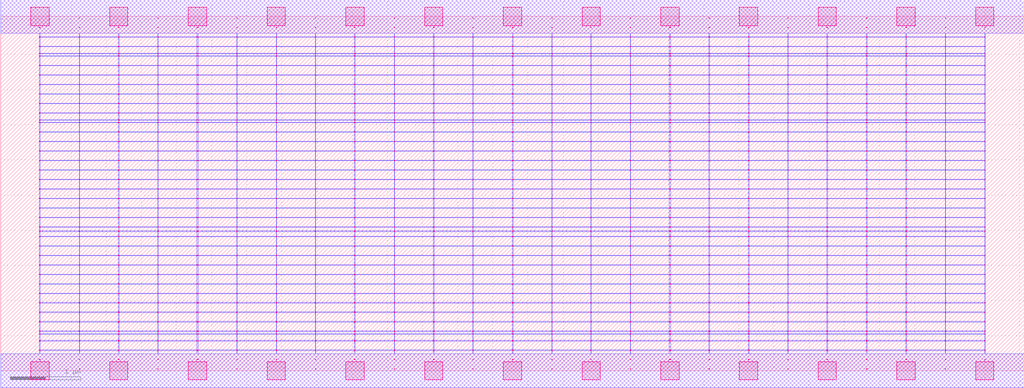
<source format=lef>
MACRO AOAOAAOI211113_DEBUG
 CLASS CORE ;
 FOREIGN AOAOAAOI211113_DEBUG 0 0 ;
 SIZE 14.56 BY 5.04 ;
 ORIGIN 0 0 ;
 SYMMETRY X Y R90 ;
 SITE unit ;

 OBS
    LAYER polycont ;
     RECT 7.27600000 2.58300000 7.28900000 2.59100000 ;
     RECT 7.27600000 2.71800000 7.28900000 2.72600000 ;
     RECT 7.27600000 2.85300000 7.28900000 2.86100000 ;
     RECT 7.27600000 2.98800000 7.28900000 2.99600000 ;
     RECT 9.51100000 2.58300000 9.52900000 2.59100000 ;
     RECT 10.07600000 2.58300000 10.08400000 2.59100000 ;
     RECT 10.63100000 2.58300000 10.64900000 2.59100000 ;
     RECT 11.19600000 2.58300000 11.20400000 2.59100000 ;
     RECT 11.75100000 2.58300000 11.76900000 2.59100000 ;
     RECT 12.31600000 2.58300000 12.32400000 2.59100000 ;
     RECT 12.87600000 2.58300000 12.88900000 2.59100000 ;
     RECT 13.43600000 2.58300000 13.44400000 2.59100000 ;
     RECT 13.99600000 2.58300000 14.00400000 2.59100000 ;
     RECT 7.83600000 2.58300000 7.84400000 2.59100000 ;
     RECT 7.83600000 2.71800000 7.84400000 2.72600000 ;
     RECT 8.39100000 2.71800000 8.40400000 2.72600000 ;
     RECT 8.95600000 2.71800000 8.96400000 2.72600000 ;
     RECT 9.51100000 2.71800000 9.52900000 2.72600000 ;
     RECT 10.07600000 2.71800000 10.08400000 2.72600000 ;
     RECT 10.63100000 2.71800000 10.64900000 2.72600000 ;
     RECT 11.19600000 2.71800000 11.20400000 2.72600000 ;
     RECT 11.75100000 2.71800000 11.76900000 2.72600000 ;
     RECT 12.31600000 2.71800000 12.32400000 2.72600000 ;
     RECT 12.87600000 2.71800000 12.88900000 2.72600000 ;
     RECT 13.43600000 2.71800000 13.44400000 2.72600000 ;
     RECT 13.99600000 2.71800000 14.00400000 2.72600000 ;
     RECT 8.39100000 2.58300000 8.40400000 2.59100000 ;
     RECT 7.83600000 2.85300000 7.84400000 2.86100000 ;
     RECT 8.39100000 2.85300000 8.40400000 2.86100000 ;
     RECT 8.95600000 2.85300000 8.96400000 2.86100000 ;
     RECT 9.51100000 2.85300000 9.52900000 2.86100000 ;
     RECT 10.07600000 2.85300000 10.08400000 2.86100000 ;
     RECT 10.63100000 2.85300000 10.64900000 2.86100000 ;
     RECT 11.19600000 2.85300000 11.20400000 2.86100000 ;
     RECT 11.75100000 2.85300000 11.76900000 2.86100000 ;
     RECT 12.31600000 2.85300000 12.32400000 2.86100000 ;
     RECT 12.87600000 2.85300000 12.88900000 2.86100000 ;
     RECT 13.43600000 2.85300000 13.44400000 2.86100000 ;
     RECT 13.99600000 2.85300000 14.00400000 2.86100000 ;
     RECT 8.95600000 2.58300000 8.96400000 2.59100000 ;
     RECT 7.83600000 2.98800000 7.84400000 2.99600000 ;
     RECT 8.39100000 2.98800000 8.40400000 2.99600000 ;
     RECT 8.95600000 2.98800000 8.96400000 2.99600000 ;
     RECT 9.51100000 2.98800000 9.52900000 2.99600000 ;
     RECT 10.07600000 2.98800000 10.08400000 2.99600000 ;
     RECT 10.63100000 2.98800000 10.64900000 2.99600000 ;
     RECT 11.19600000 2.98800000 11.20400000 2.99600000 ;
     RECT 11.75100000 2.98800000 11.76900000 2.99600000 ;
     RECT 12.31600000 2.98800000 12.32400000 2.99600000 ;
     RECT 12.87600000 2.98800000 12.88900000 2.99600000 ;
     RECT 13.43600000 2.98800000 13.44400000 2.99600000 ;
     RECT 13.99600000 2.98800000 14.00400000 2.99600000 ;
     RECT 7.83600000 3.12300000 7.84400000 3.13100000 ;
     RECT 13.43600000 3.12300000 13.44400000 3.13100000 ;
     RECT 13.99600000 3.12300000 14.00400000 3.13100000 ;
     RECT 7.83600000 3.25800000 7.84400000 3.26600000 ;
     RECT 13.43600000 3.25800000 13.44400000 3.26600000 ;
     RECT 13.99600000 3.25800000 14.00400000 3.26600000 ;
     RECT 7.83600000 3.39300000 7.84400000 3.40100000 ;
     RECT 13.43600000 3.39300000 13.44400000 3.40100000 ;
     RECT 13.99600000 3.39300000 14.00400000 3.40100000 ;
     RECT 7.83600000 3.52800000 7.84400000 3.53600000 ;
     RECT 13.43600000 3.52800000 13.44400000 3.53600000 ;
     RECT 13.99600000 3.52800000 14.00400000 3.53600000 ;
     RECT 7.83600000 3.56100000 7.84400000 3.56900000 ;
     RECT 13.43600000 3.56100000 13.44400000 3.56900000 ;
     RECT 13.99600000 3.56100000 14.00400000 3.56900000 ;
     RECT 7.83600000 3.66300000 7.84400000 3.67100000 ;
     RECT 13.43600000 3.66300000 13.44400000 3.67100000 ;
     RECT 13.99600000 3.66300000 14.00400000 3.67100000 ;
     RECT 7.83600000 3.79800000 7.84400000 3.80600000 ;
     RECT 13.43600000 3.79800000 13.44400000 3.80600000 ;
     RECT 13.99600000 3.79800000 14.00400000 3.80600000 ;
     RECT 7.83600000 3.93300000 7.84400000 3.94100000 ;
     RECT 13.43600000 3.93300000 13.44400000 3.94100000 ;
     RECT 13.99600000 3.93300000 14.00400000 3.94100000 ;
     RECT 7.83600000 4.06800000 7.84400000 4.07600000 ;
     RECT 13.43600000 4.06800000 13.44400000 4.07600000 ;
     RECT 13.99600000 4.06800000 14.00400000 4.07600000 ;
     RECT 7.83600000 4.20300000 7.84400000 4.21100000 ;
     RECT 13.43600000 4.20300000 13.44400000 4.21100000 ;
     RECT 13.99600000 4.20300000 14.00400000 4.21100000 ;
     RECT 7.83600000 4.33800000 7.84400000 4.34600000 ;
     RECT 13.43600000 4.33800000 13.44400000 4.34600000 ;
     RECT 13.99600000 4.33800000 14.00400000 4.34600000 ;
     RECT 7.83600000 4.47300000 7.84400000 4.48100000 ;
     RECT 13.43600000 4.47300000 13.44400000 4.48100000 ;
     RECT 13.99600000 4.47300000 14.00400000 4.48100000 ;
     RECT 7.83600000 4.51100000 7.84400000 4.51900000 ;
     RECT 13.43600000 4.51100000 13.44400000 4.51900000 ;
     RECT 13.99600000 4.51100000 14.00400000 4.51900000 ;
     RECT 7.83600000 4.60800000 7.84400000 4.61600000 ;
     RECT 13.43600000 4.60800000 13.44400000 4.61600000 ;
     RECT 13.99600000 4.60800000 14.00400000 4.61600000 ;
     RECT 7.83600000 4.74300000 7.84400000 4.75100000 ;
     RECT 13.43600000 4.74300000 13.44400000 4.75100000 ;
     RECT 13.99600000 4.74300000 14.00400000 4.75100000 ;
     RECT 7.83600000 4.87800000 7.84400000 4.88600000 ;
     RECT 13.43600000 4.87800000 13.44400000 4.88600000 ;
     RECT 13.99600000 4.87800000 14.00400000 4.88600000 ;
     RECT 4.47600000 3.12300000 4.48400000 3.13100000 ;
     RECT 1.67100000 2.85300000 1.68900000 2.86100000 ;
     RECT 2.23600000 2.85300000 2.24400000 2.86100000 ;
     RECT 2.79100000 2.85300000 2.80900000 2.86100000 ;
     RECT 4.47600000 3.25800000 4.48400000 3.26600000 ;
     RECT 3.35600000 2.85300000 3.36400000 2.86100000 ;
     RECT 3.91600000 2.85300000 3.92900000 2.86100000 ;
     RECT 4.47600000 2.85300000 4.48400000 2.86100000 ;
     RECT 4.47600000 3.39300000 4.48400000 3.40100000 ;
     RECT 5.03100000 2.85300000 5.04400000 2.86100000 ;
     RECT 5.59600000 2.85300000 5.60400000 2.86100000 ;
     RECT 6.15100000 2.85300000 6.16900000 2.86100000 ;
     RECT 4.47600000 3.52800000 4.48400000 3.53600000 ;
     RECT 6.71600000 2.85300000 6.72400000 2.86100000 ;
     RECT 1.11600000 2.71800000 1.12400000 2.72600000 ;
     RECT 1.67100000 2.71800000 1.68900000 2.72600000 ;
     RECT 4.47600000 3.56100000 4.48400000 3.56900000 ;
     RECT 2.23600000 2.71800000 2.24400000 2.72600000 ;
     RECT 2.79100000 2.71800000 2.80900000 2.72600000 ;
     RECT 3.35600000 2.71800000 3.36400000 2.72600000 ;
     RECT 4.47600000 3.66300000 4.48400000 3.67100000 ;
     RECT 3.91600000 2.71800000 3.92900000 2.72600000 ;
     RECT 4.47600000 2.71800000 4.48400000 2.72600000 ;
     RECT 5.03100000 2.71800000 5.04400000 2.72600000 ;
     RECT 4.47600000 3.79800000 4.48400000 3.80600000 ;
     RECT 5.59600000 2.71800000 5.60400000 2.72600000 ;
     RECT 6.15100000 2.71800000 6.16900000 2.72600000 ;
     RECT 6.71600000 2.71800000 6.72400000 2.72600000 ;
     RECT 4.47600000 3.93300000 4.48400000 3.94100000 ;
     RECT 1.11600000 2.58300000 1.12400000 2.59100000 ;
     RECT 1.67100000 2.58300000 1.68900000 2.59100000 ;
     RECT 0.55100000 2.98800000 0.56400000 2.99600000 ;
     RECT 4.47600000 4.06800000 4.48400000 4.07600000 ;
     RECT 1.11600000 2.98800000 1.12400000 2.99600000 ;
     RECT 1.67100000 2.98800000 1.68900000 2.99600000 ;
     RECT 2.23600000 2.98800000 2.24400000 2.99600000 ;
     RECT 4.47600000 4.20300000 4.48400000 4.21100000 ;
     RECT 2.79100000 2.98800000 2.80900000 2.99600000 ;
     RECT 3.35600000 2.98800000 3.36400000 2.99600000 ;
     RECT 3.91600000 2.98800000 3.92900000 2.99600000 ;
     RECT 4.47600000 4.33800000 4.48400000 4.34600000 ;
     RECT 4.47600000 2.98800000 4.48400000 2.99600000 ;
     RECT 5.03100000 2.98800000 5.04400000 2.99600000 ;
     RECT 5.59600000 2.98800000 5.60400000 2.99600000 ;
     RECT 4.47600000 4.47300000 4.48400000 4.48100000 ;
     RECT 6.15100000 2.98800000 6.16900000 2.99600000 ;
     RECT 6.71600000 2.98800000 6.72400000 2.99600000 ;
     RECT 2.23600000 2.58300000 2.24400000 2.59100000 ;
     RECT 4.47600000 4.51100000 4.48400000 4.51900000 ;
     RECT 2.79100000 2.58300000 2.80900000 2.59100000 ;
     RECT 3.35600000 2.58300000 3.36400000 2.59100000 ;
     RECT 3.91600000 2.58300000 3.92900000 2.59100000 ;
     RECT 4.47600000 4.60800000 4.48400000 4.61600000 ;
     RECT 4.47600000 2.58300000 4.48400000 2.59100000 ;
     RECT 5.03100000 2.58300000 5.04400000 2.59100000 ;
     RECT 5.59600000 2.58300000 5.60400000 2.59100000 ;
     RECT 4.47600000 4.74300000 4.48400000 4.75100000 ;
     RECT 6.15100000 2.58300000 6.16900000 2.59100000 ;
     RECT 6.71600000 2.58300000 6.72400000 2.59100000 ;
     RECT 0.55100000 2.58300000 0.56400000 2.59100000 ;
     RECT 4.47600000 4.87800000 4.48400000 4.88600000 ;
     RECT 0.55100000 2.71800000 0.56400000 2.72600000 ;
     RECT 0.55100000 2.85300000 0.56400000 2.86100000 ;
     RECT 1.11600000 2.85300000 1.12400000 2.86100000 ;
     RECT 3.35600000 0.42300000 3.36400000 0.43100000 ;
     RECT 6.71600000 0.42300000 6.72400000 0.43100000 ;
     RECT 3.35600000 0.52100000 3.36400000 0.52900000 ;
     RECT 6.71600000 0.52100000 6.72400000 0.52900000 ;
     RECT 3.35600000 0.55800000 3.36400000 0.56600000 ;
     RECT 6.71600000 0.55800000 6.72400000 0.56600000 ;
     RECT 3.35600000 0.69300000 3.36400000 0.70100000 ;
     RECT 6.71600000 0.69300000 6.72400000 0.70100000 ;
     RECT 3.35600000 0.82800000 3.36400000 0.83600000 ;
     RECT 6.71600000 0.82800000 6.72400000 0.83600000 ;
     RECT 3.35600000 0.96300000 3.36400000 0.97100000 ;
     RECT 6.71600000 0.96300000 6.72400000 0.97100000 ;
     RECT 3.35600000 1.09800000 3.36400000 1.10600000 ;
     RECT 6.71600000 1.09800000 6.72400000 1.10600000 ;
     RECT 3.35600000 1.23300000 3.36400000 1.24100000 ;
     RECT 6.71600000 1.23300000 6.72400000 1.24100000 ;
     RECT 3.35600000 1.36800000 3.36400000 1.37600000 ;
     RECT 6.71600000 1.36800000 6.72400000 1.37600000 ;
     RECT 3.35600000 1.50300000 3.36400000 1.51100000 ;
     RECT 6.71600000 1.50300000 6.72400000 1.51100000 ;
     RECT 3.35600000 1.63800000 3.36400000 1.64600000 ;
     RECT 6.71600000 1.63800000 6.72400000 1.64600000 ;
     RECT 3.35600000 1.77300000 3.36400000 1.78100000 ;
     RECT 6.71600000 1.77300000 6.72400000 1.78100000 ;
     RECT 3.35600000 1.90800000 3.36400000 1.91600000 ;
     RECT 6.71600000 1.90800000 6.72400000 1.91600000 ;
     RECT 3.35600000 1.98100000 3.36400000 1.98900000 ;
     RECT 6.71600000 1.98100000 6.72400000 1.98900000 ;
     RECT 3.35600000 2.04300000 3.36400000 2.05100000 ;
     RECT 6.71600000 2.04300000 6.72400000 2.05100000 ;
     RECT 3.35600000 2.17800000 3.36400000 2.18600000 ;
     RECT 6.71600000 2.17800000 6.72400000 2.18600000 ;
     RECT 3.35600000 2.31300000 3.36400000 2.32100000 ;
     RECT 6.71600000 2.31300000 6.72400000 2.32100000 ;
     RECT 3.35600000 2.44800000 3.36400000 2.45600000 ;
     RECT 6.71600000 2.44800000 6.72400000 2.45600000 ;
     RECT 3.35600000 0.15300000 3.36400000 0.16100000 ;
     RECT 6.71600000 0.15300000 6.72400000 0.16100000 ;
     RECT 3.35600000 0.28800000 3.36400000 0.29600000 ;
     RECT 6.71600000 0.28800000 6.72400000 0.29600000 ;
     RECT 10.07600000 1.90800000 10.08400000 1.91600000 ;
     RECT 10.07600000 0.82800000 10.08400000 0.83600000 ;
     RECT 10.07600000 0.55800000 10.08400000 0.56600000 ;
     RECT 10.07600000 1.98100000 10.08400000 1.98900000 ;
     RECT 10.07600000 1.36800000 10.08400000 1.37600000 ;
     RECT 10.07600000 0.28800000 10.08400000 0.29600000 ;
     RECT 10.07600000 2.04300000 10.08400000 2.05100000 ;
     RECT 10.07600000 0.96300000 10.08400000 0.97100000 ;
     RECT 10.07600000 1.50300000 10.08400000 1.51100000 ;
     RECT 10.07600000 2.17800000 10.08400000 2.18600000 ;
     RECT 10.07600000 0.52100000 10.08400000 0.52900000 ;
     RECT 10.07600000 0.69300000 10.08400000 0.70100000 ;
     RECT 10.07600000 2.31300000 10.08400000 2.32100000 ;
     RECT 10.07600000 1.63800000 10.08400000 1.64600000 ;
     RECT 10.07600000 1.09800000 10.08400000 1.10600000 ;
     RECT 10.07600000 2.44800000 10.08400000 2.45600000 ;
     RECT 10.07600000 0.42300000 10.08400000 0.43100000 ;
     RECT 10.07600000 1.77300000 10.08400000 1.78100000 ;
     RECT 10.07600000 0.15300000 10.08400000 0.16100000 ;
     RECT 10.07600000 1.23300000 10.08400000 1.24100000 ;

    LAYER pdiffc ;
     RECT 0.55100000 3.39300000 0.55900000 3.40100000 ;
     RECT 3.92100000 3.39300000 3.92900000 3.40100000 ;
     RECT 5.03100000 3.39300000 5.03900000 3.40100000 ;
     RECT 7.28100000 3.39300000 7.28900000 3.40100000 ;
     RECT 8.39100000 3.39300000 8.39900000 3.40100000 ;
     RECT 12.88100000 3.39300000 12.88900000 3.40100000 ;
     RECT 0.55100000 3.52800000 0.55900000 3.53600000 ;
     RECT 3.92100000 3.52800000 3.92900000 3.53600000 ;
     RECT 5.03100000 3.52800000 5.03900000 3.53600000 ;
     RECT 7.28100000 3.52800000 7.28900000 3.53600000 ;
     RECT 8.39100000 3.52800000 8.39900000 3.53600000 ;
     RECT 12.88100000 3.52800000 12.88900000 3.53600000 ;
     RECT 0.55100000 3.56100000 0.55900000 3.56900000 ;
     RECT 3.92100000 3.56100000 3.92900000 3.56900000 ;
     RECT 5.03100000 3.56100000 5.03900000 3.56900000 ;
     RECT 7.28100000 3.56100000 7.28900000 3.56900000 ;
     RECT 8.39100000 3.56100000 8.39900000 3.56900000 ;
     RECT 12.88100000 3.56100000 12.88900000 3.56900000 ;
     RECT 0.55100000 3.66300000 0.55900000 3.67100000 ;
     RECT 3.92100000 3.66300000 3.92900000 3.67100000 ;
     RECT 5.03100000 3.66300000 5.03900000 3.67100000 ;
     RECT 7.28100000 3.66300000 7.28900000 3.67100000 ;
     RECT 8.39100000 3.66300000 8.39900000 3.67100000 ;
     RECT 12.88100000 3.66300000 12.88900000 3.67100000 ;
     RECT 0.55100000 3.79800000 0.55900000 3.80600000 ;
     RECT 3.92100000 3.79800000 3.92900000 3.80600000 ;
     RECT 5.03100000 3.79800000 5.03900000 3.80600000 ;
     RECT 7.28100000 3.79800000 7.28900000 3.80600000 ;
     RECT 8.39100000 3.79800000 8.39900000 3.80600000 ;
     RECT 12.88100000 3.79800000 12.88900000 3.80600000 ;
     RECT 0.55100000 3.93300000 0.55900000 3.94100000 ;
     RECT 3.92100000 3.93300000 3.92900000 3.94100000 ;
     RECT 5.03100000 3.93300000 5.03900000 3.94100000 ;
     RECT 7.28100000 3.93300000 7.28900000 3.94100000 ;
     RECT 8.39100000 3.93300000 8.39900000 3.94100000 ;
     RECT 12.88100000 3.93300000 12.88900000 3.94100000 ;
     RECT 0.55100000 4.06800000 0.55900000 4.07600000 ;
     RECT 3.92100000 4.06800000 3.92900000 4.07600000 ;
     RECT 5.03100000 4.06800000 5.03900000 4.07600000 ;
     RECT 7.28100000 4.06800000 7.28900000 4.07600000 ;
     RECT 8.39100000 4.06800000 8.39900000 4.07600000 ;
     RECT 12.88100000 4.06800000 12.88900000 4.07600000 ;
     RECT 0.55100000 4.20300000 0.55900000 4.21100000 ;
     RECT 3.92100000 4.20300000 3.92900000 4.21100000 ;
     RECT 5.03100000 4.20300000 5.03900000 4.21100000 ;
     RECT 7.28100000 4.20300000 7.28900000 4.21100000 ;
     RECT 8.39100000 4.20300000 8.39900000 4.21100000 ;
     RECT 12.88100000 4.20300000 12.88900000 4.21100000 ;
     RECT 0.55100000 4.33800000 0.55900000 4.34600000 ;
     RECT 3.92100000 4.33800000 3.92900000 4.34600000 ;
     RECT 5.03100000 4.33800000 5.03900000 4.34600000 ;
     RECT 7.28100000 4.33800000 7.28900000 4.34600000 ;
     RECT 8.39100000 4.33800000 8.39900000 4.34600000 ;
     RECT 12.88100000 4.33800000 12.88900000 4.34600000 ;
     RECT 0.55100000 4.47300000 0.55900000 4.48100000 ;
     RECT 3.92100000 4.47300000 3.92900000 4.48100000 ;
     RECT 5.03100000 4.47300000 5.03900000 4.48100000 ;
     RECT 7.28100000 4.47300000 7.28900000 4.48100000 ;
     RECT 8.39100000 4.47300000 8.39900000 4.48100000 ;
     RECT 12.88100000 4.47300000 12.88900000 4.48100000 ;
     RECT 0.55100000 4.51100000 0.55900000 4.51900000 ;
     RECT 3.92100000 4.51100000 3.92900000 4.51900000 ;
     RECT 5.03100000 4.51100000 5.03900000 4.51900000 ;
     RECT 7.28100000 4.51100000 7.28900000 4.51900000 ;
     RECT 8.39100000 4.51100000 8.39900000 4.51900000 ;
     RECT 12.88100000 4.51100000 12.88900000 4.51900000 ;
     RECT 0.55100000 4.60800000 0.55900000 4.61600000 ;
     RECT 3.92100000 4.60800000 3.92900000 4.61600000 ;
     RECT 5.03100000 4.60800000 5.03900000 4.61600000 ;
     RECT 7.28100000 4.60800000 7.28900000 4.61600000 ;
     RECT 8.39100000 4.60800000 8.39900000 4.61600000 ;
     RECT 12.88100000 4.60800000 12.88900000 4.61600000 ;

    LAYER ndiffc ;
     RECT 7.27600000 0.42300000 7.28900000 0.43100000 ;
     RECT 7.27600000 0.52100000 7.28900000 0.52900000 ;
     RECT 7.27600000 0.55800000 7.28900000 0.56600000 ;
     RECT 7.27600000 0.69300000 7.28900000 0.70100000 ;
     RECT 7.27600000 0.82800000 7.28900000 0.83600000 ;
     RECT 7.27600000 0.96300000 7.28900000 0.97100000 ;
     RECT 7.27600000 1.09800000 7.28900000 1.10600000 ;
     RECT 7.27600000 1.23300000 7.28900000 1.24100000 ;
     RECT 7.27600000 1.36800000 7.28900000 1.37600000 ;
     RECT 7.27600000 1.50300000 7.28900000 1.51100000 ;
     RECT 7.27600000 1.63800000 7.28900000 1.64600000 ;
     RECT 7.27600000 1.77300000 7.28900000 1.78100000 ;
     RECT 7.27600000 1.90800000 7.28900000 1.91600000 ;
     RECT 7.27600000 1.98100000 7.28900000 1.98900000 ;
     RECT 7.27600000 2.04300000 7.28900000 2.05100000 ;
     RECT 8.39100000 0.55800000 8.40400000 0.56600000 ;
     RECT 9.51100000 0.55800000 9.52900000 0.56600000 ;
     RECT 10.63100000 0.55800000 10.64900000 0.56600000 ;
     RECT 11.75100000 0.55800000 11.76900000 0.56600000 ;
     RECT 12.87600000 0.55800000 12.88900000 0.56600000 ;
     RECT 13.99600000 0.55800000 14.00400000 0.56600000 ;
     RECT 10.63100000 0.42300000 10.64900000 0.43100000 ;
     RECT 8.39100000 0.69300000 8.40400000 0.70100000 ;
     RECT 9.51100000 0.69300000 9.52900000 0.70100000 ;
     RECT 10.63100000 0.69300000 10.64900000 0.70100000 ;
     RECT 11.75100000 0.69300000 11.76900000 0.70100000 ;
     RECT 12.87600000 0.69300000 12.88900000 0.70100000 ;
     RECT 13.99600000 0.69300000 14.00400000 0.70100000 ;
     RECT 11.75100000 0.42300000 11.76900000 0.43100000 ;
     RECT 8.39100000 0.82800000 8.40400000 0.83600000 ;
     RECT 9.51100000 0.82800000 9.52900000 0.83600000 ;
     RECT 10.63100000 0.82800000 10.64900000 0.83600000 ;
     RECT 11.75100000 0.82800000 11.76900000 0.83600000 ;
     RECT 12.87600000 0.82800000 12.88900000 0.83600000 ;
     RECT 13.99600000 0.82800000 14.00400000 0.83600000 ;
     RECT 12.87600000 0.42300000 12.88900000 0.43100000 ;
     RECT 8.39100000 0.96300000 8.40400000 0.97100000 ;
     RECT 9.51100000 0.96300000 9.52900000 0.97100000 ;
     RECT 10.63100000 0.96300000 10.64900000 0.97100000 ;
     RECT 11.75100000 0.96300000 11.76900000 0.97100000 ;
     RECT 12.87600000 0.96300000 12.88900000 0.97100000 ;
     RECT 13.99600000 0.96300000 14.00400000 0.97100000 ;
     RECT 13.99600000 0.42300000 14.00400000 0.43100000 ;
     RECT 8.39100000 1.09800000 8.40400000 1.10600000 ;
     RECT 9.51100000 1.09800000 9.52900000 1.10600000 ;
     RECT 10.63100000 1.09800000 10.64900000 1.10600000 ;
     RECT 11.75100000 1.09800000 11.76900000 1.10600000 ;
     RECT 12.87600000 1.09800000 12.88900000 1.10600000 ;
     RECT 13.99600000 1.09800000 14.00400000 1.10600000 ;
     RECT 8.39100000 0.42300000 8.40400000 0.43100000 ;
     RECT 8.39100000 1.23300000 8.40400000 1.24100000 ;
     RECT 9.51100000 1.23300000 9.52900000 1.24100000 ;
     RECT 10.63100000 1.23300000 10.64900000 1.24100000 ;
     RECT 11.75100000 1.23300000 11.76900000 1.24100000 ;
     RECT 12.87600000 1.23300000 12.88900000 1.24100000 ;
     RECT 13.99600000 1.23300000 14.00400000 1.24100000 ;
     RECT 8.39100000 0.52100000 8.40400000 0.52900000 ;
     RECT 8.39100000 1.36800000 8.40400000 1.37600000 ;
     RECT 9.51100000 1.36800000 9.52900000 1.37600000 ;
     RECT 10.63100000 1.36800000 10.64900000 1.37600000 ;
     RECT 11.75100000 1.36800000 11.76900000 1.37600000 ;
     RECT 12.87600000 1.36800000 12.88900000 1.37600000 ;
     RECT 13.99600000 1.36800000 14.00400000 1.37600000 ;
     RECT 9.51100000 0.52100000 9.52900000 0.52900000 ;
     RECT 8.39100000 1.50300000 8.40400000 1.51100000 ;
     RECT 9.51100000 1.50300000 9.52900000 1.51100000 ;
     RECT 10.63100000 1.50300000 10.64900000 1.51100000 ;
     RECT 11.75100000 1.50300000 11.76900000 1.51100000 ;
     RECT 12.87600000 1.50300000 12.88900000 1.51100000 ;
     RECT 13.99600000 1.50300000 14.00400000 1.51100000 ;
     RECT 10.63100000 0.52100000 10.64900000 0.52900000 ;
     RECT 8.39100000 1.63800000 8.40400000 1.64600000 ;
     RECT 9.51100000 1.63800000 9.52900000 1.64600000 ;
     RECT 10.63100000 1.63800000 10.64900000 1.64600000 ;
     RECT 11.75100000 1.63800000 11.76900000 1.64600000 ;
     RECT 12.87600000 1.63800000 12.88900000 1.64600000 ;
     RECT 13.99600000 1.63800000 14.00400000 1.64600000 ;
     RECT 11.75100000 0.52100000 11.76900000 0.52900000 ;
     RECT 8.39100000 1.77300000 8.40400000 1.78100000 ;
     RECT 9.51100000 1.77300000 9.52900000 1.78100000 ;
     RECT 10.63100000 1.77300000 10.64900000 1.78100000 ;
     RECT 11.75100000 1.77300000 11.76900000 1.78100000 ;
     RECT 12.87600000 1.77300000 12.88900000 1.78100000 ;
     RECT 13.99600000 1.77300000 14.00400000 1.78100000 ;
     RECT 12.87600000 0.52100000 12.88900000 0.52900000 ;
     RECT 8.39100000 1.90800000 8.40400000 1.91600000 ;
     RECT 9.51100000 1.90800000 9.52900000 1.91600000 ;
     RECT 10.63100000 1.90800000 10.64900000 1.91600000 ;
     RECT 11.75100000 1.90800000 11.76900000 1.91600000 ;
     RECT 12.87600000 1.90800000 12.88900000 1.91600000 ;
     RECT 13.99600000 1.90800000 14.00400000 1.91600000 ;
     RECT 13.99600000 0.52100000 14.00400000 0.52900000 ;
     RECT 8.39100000 1.98100000 8.40400000 1.98900000 ;
     RECT 9.51100000 1.98100000 9.52900000 1.98900000 ;
     RECT 10.63100000 1.98100000 10.64900000 1.98900000 ;
     RECT 11.75100000 1.98100000 11.76900000 1.98900000 ;
     RECT 12.87600000 1.98100000 12.88900000 1.98900000 ;
     RECT 13.99600000 1.98100000 14.00400000 1.98900000 ;
     RECT 9.51100000 0.42300000 9.52900000 0.43100000 ;
     RECT 8.39100000 2.04300000 8.40400000 2.05100000 ;
     RECT 9.51100000 2.04300000 9.52900000 2.05100000 ;
     RECT 10.63100000 2.04300000 10.64900000 2.05100000 ;
     RECT 11.75100000 2.04300000 11.76900000 2.05100000 ;
     RECT 12.87600000 2.04300000 12.88900000 2.05100000 ;
     RECT 13.99600000 2.04300000 14.00400000 2.05100000 ;
     RECT 1.67100000 1.36800000 1.68900000 1.37600000 ;
     RECT 2.79100000 1.36800000 2.80900000 1.37600000 ;
     RECT 3.91600000 1.36800000 3.92900000 1.37600000 ;
     RECT 5.03100000 1.36800000 5.04400000 1.37600000 ;
     RECT 6.15100000 1.36800000 6.16900000 1.37600000 ;
     RECT 5.03100000 0.82800000 5.04400000 0.83600000 ;
     RECT 6.15100000 0.82800000 6.16900000 0.83600000 ;
     RECT 2.79100000 0.55800000 2.80900000 0.56600000 ;
     RECT 3.91600000 0.55800000 3.92900000 0.56600000 ;
     RECT 5.03100000 0.55800000 5.04400000 0.56600000 ;
     RECT 6.15100000 0.55800000 6.16900000 0.56600000 ;
     RECT 1.67100000 0.52100000 1.68900000 0.52900000 ;
     RECT 0.55100000 1.50300000 0.56400000 1.51100000 ;
     RECT 1.67100000 1.50300000 1.68900000 1.51100000 ;
     RECT 2.79100000 1.50300000 2.80900000 1.51100000 ;
     RECT 3.91600000 1.50300000 3.92900000 1.51100000 ;
     RECT 5.03100000 1.50300000 5.04400000 1.51100000 ;
     RECT 6.15100000 1.50300000 6.16900000 1.51100000 ;
     RECT 2.79100000 0.52100000 2.80900000 0.52900000 ;
     RECT 3.91600000 0.52100000 3.92900000 0.52900000 ;
     RECT 0.55100000 0.96300000 0.56400000 0.97100000 ;
     RECT 1.67100000 0.96300000 1.68900000 0.97100000 ;
     RECT 2.79100000 0.96300000 2.80900000 0.97100000 ;
     RECT 3.91600000 0.96300000 3.92900000 0.97100000 ;
     RECT 5.03100000 0.96300000 5.04400000 0.97100000 ;
     RECT 0.55100000 1.63800000 0.56400000 1.64600000 ;
     RECT 1.67100000 1.63800000 1.68900000 1.64600000 ;
     RECT 2.79100000 1.63800000 2.80900000 1.64600000 ;
     RECT 3.91600000 1.63800000 3.92900000 1.64600000 ;
     RECT 5.03100000 1.63800000 5.04400000 1.64600000 ;
     RECT 6.15100000 1.63800000 6.16900000 1.64600000 ;
     RECT 6.15100000 0.96300000 6.16900000 0.97100000 ;
     RECT 5.03100000 0.52100000 5.04400000 0.52900000 ;
     RECT 6.15100000 0.52100000 6.16900000 0.52900000 ;
     RECT 1.67100000 0.42300000 1.68900000 0.43100000 ;
     RECT 2.79100000 0.42300000 2.80900000 0.43100000 ;
     RECT 0.55100000 0.69300000 0.56400000 0.70100000 ;
     RECT 1.67100000 0.69300000 1.68900000 0.70100000 ;
     RECT 0.55100000 1.77300000 0.56400000 1.78100000 ;
     RECT 1.67100000 1.77300000 1.68900000 1.78100000 ;
     RECT 2.79100000 1.77300000 2.80900000 1.78100000 ;
     RECT 3.91600000 1.77300000 3.92900000 1.78100000 ;
     RECT 5.03100000 1.77300000 5.04400000 1.78100000 ;
     RECT 6.15100000 1.77300000 6.16900000 1.78100000 ;
     RECT 2.79100000 0.69300000 2.80900000 0.70100000 ;
     RECT 0.55100000 1.09800000 0.56400000 1.10600000 ;
     RECT 1.67100000 1.09800000 1.68900000 1.10600000 ;
     RECT 2.79100000 1.09800000 2.80900000 1.10600000 ;
     RECT 3.91600000 1.09800000 3.92900000 1.10600000 ;
     RECT 5.03100000 1.09800000 5.04400000 1.10600000 ;
     RECT 6.15100000 1.09800000 6.16900000 1.10600000 ;
     RECT 0.55100000 1.90800000 0.56400000 1.91600000 ;
     RECT 1.67100000 1.90800000 1.68900000 1.91600000 ;
     RECT 2.79100000 1.90800000 2.80900000 1.91600000 ;
     RECT 3.91600000 1.90800000 3.92900000 1.91600000 ;
     RECT 5.03100000 1.90800000 5.04400000 1.91600000 ;
     RECT 6.15100000 1.90800000 6.16900000 1.91600000 ;
     RECT 3.91600000 0.69300000 3.92900000 0.70100000 ;
     RECT 5.03100000 0.69300000 5.04400000 0.70100000 ;
     RECT 6.15100000 0.69300000 6.16900000 0.70100000 ;
     RECT 3.91600000 0.42300000 3.92900000 0.43100000 ;
     RECT 5.03100000 0.42300000 5.04400000 0.43100000 ;
     RECT 6.15100000 0.42300000 6.16900000 0.43100000 ;
     RECT 0.55100000 0.42300000 0.56400000 0.43100000 ;
     RECT 0.55100000 1.98100000 0.56400000 1.98900000 ;
     RECT 1.67100000 1.98100000 1.68900000 1.98900000 ;
     RECT 2.79100000 1.98100000 2.80900000 1.98900000 ;
     RECT 3.91600000 1.98100000 3.92900000 1.98900000 ;
     RECT 5.03100000 1.98100000 5.04400000 1.98900000 ;
     RECT 6.15100000 1.98100000 6.16900000 1.98900000 ;
     RECT 0.55100000 1.23300000 0.56400000 1.24100000 ;
     RECT 1.67100000 1.23300000 1.68900000 1.24100000 ;
     RECT 2.79100000 1.23300000 2.80900000 1.24100000 ;
     RECT 3.91600000 1.23300000 3.92900000 1.24100000 ;
     RECT 5.03100000 1.23300000 5.04400000 1.24100000 ;
     RECT 6.15100000 1.23300000 6.16900000 1.24100000 ;
     RECT 0.55100000 0.52100000 0.56400000 0.52900000 ;
     RECT 0.55100000 2.04300000 0.56400000 2.05100000 ;
     RECT 1.67100000 2.04300000 1.68900000 2.05100000 ;
     RECT 2.79100000 2.04300000 2.80900000 2.05100000 ;
     RECT 3.91600000 2.04300000 3.92900000 2.05100000 ;
     RECT 5.03100000 2.04300000 5.04400000 2.05100000 ;
     RECT 6.15100000 2.04300000 6.16900000 2.05100000 ;
     RECT 0.55100000 0.55800000 0.56400000 0.56600000 ;
     RECT 1.67100000 0.55800000 1.68900000 0.56600000 ;
     RECT 0.55100000 0.82800000 0.56400000 0.83600000 ;
     RECT 1.67100000 0.82800000 1.68900000 0.83600000 ;
     RECT 2.79100000 0.82800000 2.80900000 0.83600000 ;
     RECT 3.91600000 0.82800000 3.92900000 0.83600000 ;
     RECT 0.55100000 1.36800000 0.56400000 1.37600000 ;

    LAYER met1 ;
     RECT 0.00000000 -0.24000000 14.56000000 0.24000000 ;
     RECT 7.27600000 0.24000000 7.28900000 0.28800000 ;
     RECT 0.55100000 0.28800000 14.00400000 0.29600000 ;
     RECT 7.27600000 0.29600000 7.28900000 0.42300000 ;
     RECT 0.55100000 0.42300000 14.00400000 0.43100000 ;
     RECT 7.27600000 0.43100000 7.28900000 0.52100000 ;
     RECT 0.55100000 0.52100000 14.00400000 0.52900000 ;
     RECT 7.27600000 0.52900000 7.28900000 0.55800000 ;
     RECT 0.55100000 0.55800000 14.00400000 0.56600000 ;
     RECT 7.27600000 0.56600000 7.28900000 0.69300000 ;
     RECT 0.55100000 0.69300000 14.00400000 0.70100000 ;
     RECT 7.27600000 0.70100000 7.28900000 0.82800000 ;
     RECT 0.55100000 0.82800000 14.00400000 0.83600000 ;
     RECT 7.27600000 0.83600000 7.28900000 0.96300000 ;
     RECT 0.55100000 0.96300000 14.00400000 0.97100000 ;
     RECT 7.27600000 0.97100000 7.28900000 1.09800000 ;
     RECT 0.55100000 1.09800000 14.00400000 1.10600000 ;
     RECT 7.27600000 1.10600000 7.28900000 1.23300000 ;
     RECT 0.55100000 1.23300000 14.00400000 1.24100000 ;
     RECT 7.27600000 1.24100000 7.28900000 1.36800000 ;
     RECT 0.55100000 1.36800000 14.00400000 1.37600000 ;
     RECT 7.27600000 1.37600000 7.28900000 1.50300000 ;
     RECT 0.55100000 1.50300000 14.00400000 1.51100000 ;
     RECT 7.27600000 1.51100000 7.28900000 1.63800000 ;
     RECT 0.55100000 1.63800000 14.00400000 1.64600000 ;
     RECT 7.27600000 1.64600000 7.28900000 1.77300000 ;
     RECT 0.55100000 1.77300000 14.00400000 1.78100000 ;
     RECT 7.27600000 1.78100000 7.28900000 1.90800000 ;
     RECT 0.55100000 1.90800000 14.00400000 1.91600000 ;
     RECT 7.27600000 1.91600000 7.28900000 1.98100000 ;
     RECT 0.55100000 1.98100000 14.00400000 1.98900000 ;
     RECT 7.27600000 1.98900000 7.28900000 2.04300000 ;
     RECT 0.55100000 2.04300000 14.00400000 2.05100000 ;
     RECT 7.27600000 2.05100000 7.28900000 2.17800000 ;
     RECT 0.55100000 2.17800000 14.00400000 2.18600000 ;
     RECT 7.27600000 2.18600000 7.28900000 2.31300000 ;
     RECT 0.55100000 2.31300000 14.00400000 2.32100000 ;
     RECT 7.27600000 2.32100000 7.28900000 2.44800000 ;
     RECT 0.55100000 2.44800000 14.00400000 2.45600000 ;
     RECT 0.55100000 2.45600000 0.56400000 2.58300000 ;
     RECT 1.11600000 2.45600000 1.12400000 2.58300000 ;
     RECT 1.67100000 2.45600000 1.68900000 2.58300000 ;
     RECT 2.23600000 2.45600000 2.24400000 2.58300000 ;
     RECT 2.79100000 2.45600000 2.80900000 2.58300000 ;
     RECT 3.35600000 2.45600000 3.36400000 2.58300000 ;
     RECT 3.91600000 2.45600000 3.92900000 2.58300000 ;
     RECT 4.47600000 2.45600000 4.48400000 2.58300000 ;
     RECT 5.03100000 2.45600000 5.04400000 2.58300000 ;
     RECT 5.59600000 2.45600000 5.60400000 2.58300000 ;
     RECT 6.15100000 2.45600000 6.16900000 2.58300000 ;
     RECT 6.71600000 2.45600000 6.72400000 2.58300000 ;
     RECT 7.27600000 2.45600000 7.28900000 2.58300000 ;
     RECT 7.83600000 2.45600000 7.84400000 2.58300000 ;
     RECT 8.39100000 2.45600000 8.40400000 2.58300000 ;
     RECT 8.95600000 2.45600000 8.96400000 2.58300000 ;
     RECT 9.51100000 2.45600000 9.52900000 2.58300000 ;
     RECT 10.07600000 2.45600000 10.08400000 2.58300000 ;
     RECT 10.63100000 2.45600000 10.64900000 2.58300000 ;
     RECT 11.19600000 2.45600000 11.20400000 2.58300000 ;
     RECT 11.75100000 2.45600000 11.76900000 2.58300000 ;
     RECT 12.31600000 2.45600000 12.32400000 2.58300000 ;
     RECT 12.87600000 2.45600000 12.88900000 2.58300000 ;
     RECT 13.43600000 2.45600000 13.44400000 2.58300000 ;
     RECT 13.99600000 2.45600000 14.00400000 2.58300000 ;
     RECT 0.55100000 2.58300000 14.00400000 2.59100000 ;
     RECT 7.27600000 2.59100000 7.28900000 2.71800000 ;
     RECT 0.55100000 2.71800000 14.00400000 2.72600000 ;
     RECT 7.27600000 2.72600000 7.28900000 2.85300000 ;
     RECT 0.55100000 2.85300000 14.00400000 2.86100000 ;
     RECT 7.27600000 2.86100000 7.28900000 2.98800000 ;
     RECT 0.55100000 2.98800000 14.00400000 2.99600000 ;
     RECT 7.27600000 2.99600000 7.28900000 3.12300000 ;
     RECT 0.55100000 3.12300000 14.00400000 3.13100000 ;
     RECT 7.27600000 3.13100000 7.28900000 3.25800000 ;
     RECT 0.55100000 3.25800000 14.00400000 3.26600000 ;
     RECT 7.27600000 3.26600000 7.28900000 3.39300000 ;
     RECT 0.55100000 3.39300000 14.00400000 3.40100000 ;
     RECT 7.27600000 3.40100000 7.28900000 3.52800000 ;
     RECT 0.55100000 3.52800000 14.00400000 3.53600000 ;
     RECT 7.27600000 3.53600000 7.28900000 3.56100000 ;
     RECT 0.55100000 3.56100000 14.00400000 3.56900000 ;
     RECT 7.27600000 3.56900000 7.28900000 3.66300000 ;
     RECT 0.55100000 3.66300000 14.00400000 3.67100000 ;
     RECT 7.27600000 3.67100000 7.28900000 3.79800000 ;
     RECT 0.55100000 3.79800000 14.00400000 3.80600000 ;
     RECT 7.27600000 3.80600000 7.28900000 3.93300000 ;
     RECT 0.55100000 3.93300000 14.00400000 3.94100000 ;
     RECT 7.27600000 3.94100000 7.28900000 4.06800000 ;
     RECT 0.55100000 4.06800000 14.00400000 4.07600000 ;
     RECT 7.27600000 4.07600000 7.28900000 4.20300000 ;
     RECT 0.55100000 4.20300000 14.00400000 4.21100000 ;
     RECT 7.27600000 4.21100000 7.28900000 4.33800000 ;
     RECT 0.55100000 4.33800000 14.00400000 4.34600000 ;
     RECT 7.27600000 4.34600000 7.28900000 4.47300000 ;
     RECT 0.55100000 4.47300000 14.00400000 4.48100000 ;
     RECT 7.27600000 4.48100000 7.28900000 4.51100000 ;
     RECT 0.55100000 4.51100000 14.00400000 4.51900000 ;
     RECT 7.27600000 4.51900000 7.28900000 4.60800000 ;
     RECT 0.55100000 4.60800000 14.00400000 4.61600000 ;
     RECT 7.27600000 4.61600000 7.28900000 4.74300000 ;
     RECT 0.55100000 4.74300000 14.00400000 4.75100000 ;
     RECT 7.27600000 4.75100000 7.28900000 4.80000000 ;
     RECT 0.00000000 4.80000000 14.56000000 5.28000000 ;
     RECT 7.83600000 3.80600000 7.84400000 3.93300000 ;
     RECT 8.39100000 3.80600000 8.40400000 3.93300000 ;
     RECT 8.95600000 3.80600000 8.96400000 3.93300000 ;
     RECT 9.51100000 3.80600000 9.52900000 3.93300000 ;
     RECT 10.07600000 3.80600000 10.08400000 3.93300000 ;
     RECT 10.63100000 3.80600000 10.64900000 3.93300000 ;
     RECT 11.19600000 3.80600000 11.20400000 3.93300000 ;
     RECT 11.75100000 3.80600000 11.76900000 3.93300000 ;
     RECT 12.31600000 3.80600000 12.32400000 3.93300000 ;
     RECT 12.87600000 3.80600000 12.88900000 3.93300000 ;
     RECT 13.43600000 3.80600000 13.44400000 3.93300000 ;
     RECT 13.99600000 3.80600000 14.00400000 3.93300000 ;
     RECT 11.19600000 3.94100000 11.20400000 4.06800000 ;
     RECT 11.75100000 3.94100000 11.76900000 4.06800000 ;
     RECT 12.31600000 3.94100000 12.32400000 4.06800000 ;
     RECT 12.87600000 3.94100000 12.88900000 4.06800000 ;
     RECT 13.43600000 3.94100000 13.44400000 4.06800000 ;
     RECT 13.99600000 3.94100000 14.00400000 4.06800000 ;
     RECT 11.19600000 4.07600000 11.20400000 4.20300000 ;
     RECT 11.75100000 4.07600000 11.76900000 4.20300000 ;
     RECT 12.31600000 4.07600000 12.32400000 4.20300000 ;
     RECT 12.87600000 4.07600000 12.88900000 4.20300000 ;
     RECT 13.43600000 4.07600000 13.44400000 4.20300000 ;
     RECT 13.99600000 4.07600000 14.00400000 4.20300000 ;
     RECT 11.19600000 4.21100000 11.20400000 4.33800000 ;
     RECT 11.75100000 4.21100000 11.76900000 4.33800000 ;
     RECT 12.31600000 4.21100000 12.32400000 4.33800000 ;
     RECT 12.87600000 4.21100000 12.88900000 4.33800000 ;
     RECT 13.43600000 4.21100000 13.44400000 4.33800000 ;
     RECT 13.99600000 4.21100000 14.00400000 4.33800000 ;
     RECT 11.19600000 4.34600000 11.20400000 4.47300000 ;
     RECT 11.75100000 4.34600000 11.76900000 4.47300000 ;
     RECT 12.31600000 4.34600000 12.32400000 4.47300000 ;
     RECT 12.87600000 4.34600000 12.88900000 4.47300000 ;
     RECT 13.43600000 4.34600000 13.44400000 4.47300000 ;
     RECT 13.99600000 4.34600000 14.00400000 4.47300000 ;
     RECT 11.19600000 4.48100000 11.20400000 4.51100000 ;
     RECT 11.75100000 4.48100000 11.76900000 4.51100000 ;
     RECT 12.31600000 4.48100000 12.32400000 4.51100000 ;
     RECT 12.87600000 4.48100000 12.88900000 4.51100000 ;
     RECT 13.43600000 4.48100000 13.44400000 4.51100000 ;
     RECT 13.99600000 4.48100000 14.00400000 4.51100000 ;
     RECT 11.19600000 4.51900000 11.20400000 4.60800000 ;
     RECT 11.75100000 4.51900000 11.76900000 4.60800000 ;
     RECT 12.31600000 4.51900000 12.32400000 4.60800000 ;
     RECT 12.87600000 4.51900000 12.88900000 4.60800000 ;
     RECT 13.43600000 4.51900000 13.44400000 4.60800000 ;
     RECT 13.99600000 4.51900000 14.00400000 4.60800000 ;
     RECT 11.19600000 4.61600000 11.20400000 4.74300000 ;
     RECT 11.75100000 4.61600000 11.76900000 4.74300000 ;
     RECT 12.31600000 4.61600000 12.32400000 4.74300000 ;
     RECT 12.87600000 4.61600000 12.88900000 4.74300000 ;
     RECT 13.43600000 4.61600000 13.44400000 4.74300000 ;
     RECT 13.99600000 4.61600000 14.00400000 4.74300000 ;
     RECT 11.19600000 4.75100000 11.20400000 4.80000000 ;
     RECT 11.75100000 4.75100000 11.76900000 4.80000000 ;
     RECT 12.31600000 4.75100000 12.32400000 4.80000000 ;
     RECT 12.87600000 4.75100000 12.88900000 4.80000000 ;
     RECT 13.43600000 4.75100000 13.44400000 4.80000000 ;
     RECT 13.99600000 4.75100000 14.00400000 4.80000000 ;
     RECT 7.83600000 4.48100000 7.84400000 4.51100000 ;
     RECT 8.39100000 4.48100000 8.40400000 4.51100000 ;
     RECT 8.95600000 4.48100000 8.96400000 4.51100000 ;
     RECT 9.51100000 4.48100000 9.52900000 4.51100000 ;
     RECT 10.07600000 4.48100000 10.08400000 4.51100000 ;
     RECT 10.63100000 4.48100000 10.64900000 4.51100000 ;
     RECT 7.83600000 4.21100000 7.84400000 4.33800000 ;
     RECT 8.39100000 4.21100000 8.40400000 4.33800000 ;
     RECT 8.95600000 4.21100000 8.96400000 4.33800000 ;
     RECT 9.51100000 4.21100000 9.52900000 4.33800000 ;
     RECT 10.07600000 4.21100000 10.08400000 4.33800000 ;
     RECT 10.63100000 4.21100000 10.64900000 4.33800000 ;
     RECT 7.83600000 4.51900000 7.84400000 4.60800000 ;
     RECT 8.39100000 4.51900000 8.40400000 4.60800000 ;
     RECT 8.95600000 4.51900000 8.96400000 4.60800000 ;
     RECT 9.51100000 4.51900000 9.52900000 4.60800000 ;
     RECT 10.07600000 4.51900000 10.08400000 4.60800000 ;
     RECT 10.63100000 4.51900000 10.64900000 4.60800000 ;
     RECT 7.83600000 4.07600000 7.84400000 4.20300000 ;
     RECT 8.39100000 4.07600000 8.40400000 4.20300000 ;
     RECT 8.95600000 4.07600000 8.96400000 4.20300000 ;
     RECT 9.51100000 4.07600000 9.52900000 4.20300000 ;
     RECT 10.07600000 4.07600000 10.08400000 4.20300000 ;
     RECT 10.63100000 4.07600000 10.64900000 4.20300000 ;
     RECT 7.83600000 4.61600000 7.84400000 4.74300000 ;
     RECT 8.39100000 4.61600000 8.40400000 4.74300000 ;
     RECT 8.95600000 4.61600000 8.96400000 4.74300000 ;
     RECT 9.51100000 4.61600000 9.52900000 4.74300000 ;
     RECT 10.07600000 4.61600000 10.08400000 4.74300000 ;
     RECT 10.63100000 4.61600000 10.64900000 4.74300000 ;
     RECT 7.83600000 4.34600000 7.84400000 4.47300000 ;
     RECT 8.39100000 4.34600000 8.40400000 4.47300000 ;
     RECT 8.95600000 4.34600000 8.96400000 4.47300000 ;
     RECT 9.51100000 4.34600000 9.52900000 4.47300000 ;
     RECT 10.07600000 4.34600000 10.08400000 4.47300000 ;
     RECT 10.63100000 4.34600000 10.64900000 4.47300000 ;
     RECT 7.83600000 4.75100000 7.84400000 4.80000000 ;
     RECT 8.39100000 4.75100000 8.40400000 4.80000000 ;
     RECT 8.95600000 4.75100000 8.96400000 4.80000000 ;
     RECT 9.51100000 4.75100000 9.52900000 4.80000000 ;
     RECT 10.07600000 4.75100000 10.08400000 4.80000000 ;
     RECT 10.63100000 4.75100000 10.64900000 4.80000000 ;
     RECT 7.83600000 3.94100000 7.84400000 4.06800000 ;
     RECT 8.39100000 3.94100000 8.40400000 4.06800000 ;
     RECT 8.95600000 3.94100000 8.96400000 4.06800000 ;
     RECT 9.51100000 3.94100000 9.52900000 4.06800000 ;
     RECT 10.07600000 3.94100000 10.08400000 4.06800000 ;
     RECT 10.63100000 3.94100000 10.64900000 4.06800000 ;
     RECT 7.83600000 2.99600000 7.84400000 3.12300000 ;
     RECT 8.39100000 2.99600000 8.40400000 3.12300000 ;
     RECT 8.95600000 2.99600000 8.96400000 3.12300000 ;
     RECT 9.51100000 2.99600000 9.52900000 3.12300000 ;
     RECT 10.07600000 2.99600000 10.08400000 3.12300000 ;
     RECT 10.63100000 2.99600000 10.64900000 3.12300000 ;
     RECT 7.83600000 2.86100000 7.84400000 2.98800000 ;
     RECT 8.39100000 2.86100000 8.40400000 2.98800000 ;
     RECT 7.83600000 3.13100000 7.84400000 3.25800000 ;
     RECT 8.39100000 3.13100000 8.40400000 3.25800000 ;
     RECT 8.95600000 3.13100000 8.96400000 3.25800000 ;
     RECT 9.51100000 3.13100000 9.52900000 3.25800000 ;
     RECT 10.07600000 3.13100000 10.08400000 3.25800000 ;
     RECT 10.63100000 3.13100000 10.64900000 3.25800000 ;
     RECT 7.83600000 3.26600000 7.84400000 3.39300000 ;
     RECT 8.39100000 3.26600000 8.40400000 3.39300000 ;
     RECT 8.95600000 3.26600000 8.96400000 3.39300000 ;
     RECT 9.51100000 3.26600000 9.52900000 3.39300000 ;
     RECT 10.07600000 3.26600000 10.08400000 3.39300000 ;
     RECT 10.63100000 3.26600000 10.64900000 3.39300000 ;
     RECT 8.95600000 2.86100000 8.96400000 2.98800000 ;
     RECT 9.51100000 2.86100000 9.52900000 2.98800000 ;
     RECT 7.83600000 3.40100000 7.84400000 3.52800000 ;
     RECT 8.39100000 3.40100000 8.40400000 3.52800000 ;
     RECT 8.95600000 3.40100000 8.96400000 3.52800000 ;
     RECT 9.51100000 3.40100000 9.52900000 3.52800000 ;
     RECT 10.07600000 3.40100000 10.08400000 3.52800000 ;
     RECT 10.63100000 3.40100000 10.64900000 3.52800000 ;
     RECT 7.83600000 2.59100000 7.84400000 2.71800000 ;
     RECT 8.39100000 2.59100000 8.40400000 2.71800000 ;
     RECT 7.83600000 3.53600000 7.84400000 3.56100000 ;
     RECT 8.39100000 3.53600000 8.40400000 3.56100000 ;
     RECT 8.95600000 3.53600000 8.96400000 3.56100000 ;
     RECT 9.51100000 3.53600000 9.52900000 3.56100000 ;
     RECT 10.07600000 2.86100000 10.08400000 2.98800000 ;
     RECT 10.63100000 2.86100000 10.64900000 2.98800000 ;
     RECT 10.07600000 3.53600000 10.08400000 3.56100000 ;
     RECT 10.63100000 3.53600000 10.64900000 3.56100000 ;
     RECT 7.83600000 2.72600000 7.84400000 2.85300000 ;
     RECT 8.39100000 2.72600000 8.40400000 2.85300000 ;
     RECT 7.83600000 3.56900000 7.84400000 3.66300000 ;
     RECT 8.39100000 3.56900000 8.40400000 3.66300000 ;
     RECT 8.95600000 3.56900000 8.96400000 3.66300000 ;
     RECT 9.51100000 3.56900000 9.52900000 3.66300000 ;
     RECT 10.07600000 3.56900000 10.08400000 3.66300000 ;
     RECT 10.63100000 3.56900000 10.64900000 3.66300000 ;
     RECT 8.95600000 2.72600000 8.96400000 2.85300000 ;
     RECT 9.51100000 2.72600000 9.52900000 2.85300000 ;
     RECT 7.83600000 3.67100000 7.84400000 3.79800000 ;
     RECT 8.39100000 3.67100000 8.40400000 3.79800000 ;
     RECT 8.95600000 3.67100000 8.96400000 3.79800000 ;
     RECT 9.51100000 3.67100000 9.52900000 3.79800000 ;
     RECT 8.95600000 2.59100000 8.96400000 2.71800000 ;
     RECT 9.51100000 2.59100000 9.52900000 2.71800000 ;
     RECT 10.07600000 3.67100000 10.08400000 3.79800000 ;
     RECT 10.63100000 3.67100000 10.64900000 3.79800000 ;
     RECT 10.07600000 2.72600000 10.08400000 2.85300000 ;
     RECT 10.63100000 2.72600000 10.64900000 2.85300000 ;
     RECT 10.07600000 2.59100000 10.08400000 2.71800000 ;
     RECT 10.63100000 2.59100000 10.64900000 2.71800000 ;
     RECT 12.31600000 3.13100000 12.32400000 3.25800000 ;
     RECT 12.87600000 3.13100000 12.88900000 3.25800000 ;
     RECT 13.43600000 3.13100000 13.44400000 3.25800000 ;
     RECT 13.99600000 3.13100000 14.00400000 3.25800000 ;
     RECT 11.19600000 2.72600000 11.20400000 2.85300000 ;
     RECT 11.75100000 2.72600000 11.76900000 2.85300000 ;
     RECT 12.31600000 2.59100000 12.32400000 2.71800000 ;
     RECT 12.87600000 2.59100000 12.88900000 2.71800000 ;
     RECT 12.87600000 2.99600000 12.88900000 3.12300000 ;
     RECT 11.19600000 3.53600000 11.20400000 3.56100000 ;
     RECT 11.75100000 3.53600000 11.76900000 3.56100000 ;
     RECT 12.31600000 3.53600000 12.32400000 3.56100000 ;
     RECT 12.87600000 3.53600000 12.88900000 3.56100000 ;
     RECT 13.43600000 3.53600000 13.44400000 3.56100000 ;
     RECT 13.99600000 3.53600000 14.00400000 3.56100000 ;
     RECT 13.43600000 2.99600000 13.44400000 3.12300000 ;
     RECT 13.99600000 2.99600000 14.00400000 3.12300000 ;
     RECT 11.19600000 2.59100000 11.20400000 2.71800000 ;
     RECT 12.31600000 2.72600000 12.32400000 2.85300000 ;
     RECT 12.87600000 2.72600000 12.88900000 2.85300000 ;
     RECT 11.75100000 2.59100000 11.76900000 2.71800000 ;
     RECT 13.99600000 2.86100000 14.00400000 2.98800000 ;
     RECT 11.19600000 3.26600000 11.20400000 3.39300000 ;
     RECT 11.75100000 3.26600000 11.76900000 3.39300000 ;
     RECT 12.31600000 3.26600000 12.32400000 3.39300000 ;
     RECT 11.19600000 3.56900000 11.20400000 3.66300000 ;
     RECT 11.75100000 3.56900000 11.76900000 3.66300000 ;
     RECT 12.31600000 3.56900000 12.32400000 3.66300000 ;
     RECT 12.87600000 3.56900000 12.88900000 3.66300000 ;
     RECT 13.43600000 3.56900000 13.44400000 3.66300000 ;
     RECT 13.99600000 3.56900000 14.00400000 3.66300000 ;
     RECT 12.87600000 3.26600000 12.88900000 3.39300000 ;
     RECT 13.43600000 2.72600000 13.44400000 2.85300000 ;
     RECT 13.99600000 2.72600000 14.00400000 2.85300000 ;
     RECT 13.43600000 3.26600000 13.44400000 3.39300000 ;
     RECT 13.99600000 3.26600000 14.00400000 3.39300000 ;
     RECT 13.43600000 2.59100000 13.44400000 2.71800000 ;
     RECT 13.99600000 2.59100000 14.00400000 2.71800000 ;
     RECT 12.87600000 2.86100000 12.88900000 2.98800000 ;
     RECT 13.43600000 2.86100000 13.44400000 2.98800000 ;
     RECT 11.19600000 2.99600000 11.20400000 3.12300000 ;
     RECT 11.19600000 3.67100000 11.20400000 3.79800000 ;
     RECT 11.75100000 3.67100000 11.76900000 3.79800000 ;
     RECT 12.31600000 3.67100000 12.32400000 3.79800000 ;
     RECT 12.87600000 3.67100000 12.88900000 3.79800000 ;
     RECT 11.19600000 2.86100000 11.20400000 2.98800000 ;
     RECT 11.75100000 2.86100000 11.76900000 2.98800000 ;
     RECT 13.43600000 3.67100000 13.44400000 3.79800000 ;
     RECT 13.99600000 3.67100000 14.00400000 3.79800000 ;
     RECT 11.75100000 2.99600000 11.76900000 3.12300000 ;
     RECT 12.31600000 2.99600000 12.32400000 3.12300000 ;
     RECT 11.19600000 3.13100000 11.20400000 3.25800000 ;
     RECT 11.19600000 3.40100000 11.20400000 3.52800000 ;
     RECT 11.75100000 3.40100000 11.76900000 3.52800000 ;
     RECT 12.31600000 3.40100000 12.32400000 3.52800000 ;
     RECT 12.87600000 3.40100000 12.88900000 3.52800000 ;
     RECT 13.43600000 3.40100000 13.44400000 3.52800000 ;
     RECT 13.99600000 3.40100000 14.00400000 3.52800000 ;
     RECT 11.75100000 3.13100000 11.76900000 3.25800000 ;
     RECT 12.31600000 2.86100000 12.32400000 2.98800000 ;
     RECT 3.91600000 3.80600000 3.92900000 3.93300000 ;
     RECT 4.47600000 3.80600000 4.48400000 3.93300000 ;
     RECT 5.03100000 3.80600000 5.04400000 3.93300000 ;
     RECT 5.59600000 3.80600000 5.60400000 3.93300000 ;
     RECT 6.15100000 3.80600000 6.16900000 3.93300000 ;
     RECT 6.71600000 3.80600000 6.72400000 3.93300000 ;
     RECT 0.55100000 3.80600000 0.56400000 3.93300000 ;
     RECT 1.11600000 3.80600000 1.12400000 3.93300000 ;
     RECT 1.67100000 3.80600000 1.68900000 3.93300000 ;
     RECT 2.23600000 3.80600000 2.24400000 3.93300000 ;
     RECT 2.79100000 3.80600000 2.80900000 3.93300000 ;
     RECT 3.35600000 3.80600000 3.36400000 3.93300000 ;
     RECT 3.91600000 4.07600000 3.92900000 4.20300000 ;
     RECT 4.47600000 4.07600000 4.48400000 4.20300000 ;
     RECT 5.03100000 4.07600000 5.04400000 4.20300000 ;
     RECT 5.59600000 4.07600000 5.60400000 4.20300000 ;
     RECT 6.15100000 4.07600000 6.16900000 4.20300000 ;
     RECT 6.71600000 4.07600000 6.72400000 4.20300000 ;
     RECT 3.91600000 4.21100000 3.92900000 4.33800000 ;
     RECT 4.47600000 4.21100000 4.48400000 4.33800000 ;
     RECT 5.03100000 4.21100000 5.04400000 4.33800000 ;
     RECT 5.59600000 4.21100000 5.60400000 4.33800000 ;
     RECT 6.15100000 4.21100000 6.16900000 4.33800000 ;
     RECT 6.71600000 4.21100000 6.72400000 4.33800000 ;
     RECT 3.91600000 4.34600000 3.92900000 4.47300000 ;
     RECT 4.47600000 4.34600000 4.48400000 4.47300000 ;
     RECT 5.03100000 4.34600000 5.04400000 4.47300000 ;
     RECT 5.59600000 4.34600000 5.60400000 4.47300000 ;
     RECT 6.15100000 4.34600000 6.16900000 4.47300000 ;
     RECT 6.71600000 4.34600000 6.72400000 4.47300000 ;
     RECT 3.91600000 4.48100000 3.92900000 4.51100000 ;
     RECT 4.47600000 4.48100000 4.48400000 4.51100000 ;
     RECT 5.03100000 4.48100000 5.04400000 4.51100000 ;
     RECT 5.59600000 4.48100000 5.60400000 4.51100000 ;
     RECT 6.15100000 4.48100000 6.16900000 4.51100000 ;
     RECT 6.71600000 4.48100000 6.72400000 4.51100000 ;
     RECT 3.91600000 4.51900000 3.92900000 4.60800000 ;
     RECT 4.47600000 4.51900000 4.48400000 4.60800000 ;
     RECT 5.03100000 4.51900000 5.04400000 4.60800000 ;
     RECT 5.59600000 4.51900000 5.60400000 4.60800000 ;
     RECT 6.15100000 4.51900000 6.16900000 4.60800000 ;
     RECT 6.71600000 4.51900000 6.72400000 4.60800000 ;
     RECT 3.91600000 4.61600000 3.92900000 4.74300000 ;
     RECT 4.47600000 4.61600000 4.48400000 4.74300000 ;
     RECT 5.03100000 4.61600000 5.04400000 4.74300000 ;
     RECT 5.59600000 4.61600000 5.60400000 4.74300000 ;
     RECT 6.15100000 4.61600000 6.16900000 4.74300000 ;
     RECT 6.71600000 4.61600000 6.72400000 4.74300000 ;
     RECT 3.91600000 4.75100000 3.92900000 4.80000000 ;
     RECT 4.47600000 4.75100000 4.48400000 4.80000000 ;
     RECT 5.03100000 4.75100000 5.04400000 4.80000000 ;
     RECT 5.59600000 4.75100000 5.60400000 4.80000000 ;
     RECT 6.15100000 4.75100000 6.16900000 4.80000000 ;
     RECT 6.71600000 4.75100000 6.72400000 4.80000000 ;
     RECT 3.91600000 3.94100000 3.92900000 4.06800000 ;
     RECT 4.47600000 3.94100000 4.48400000 4.06800000 ;
     RECT 5.03100000 3.94100000 5.04400000 4.06800000 ;
     RECT 5.59600000 3.94100000 5.60400000 4.06800000 ;
     RECT 6.15100000 3.94100000 6.16900000 4.06800000 ;
     RECT 6.71600000 3.94100000 6.72400000 4.06800000 ;
     RECT 0.55100000 4.21100000 0.56400000 4.33800000 ;
     RECT 1.11600000 4.21100000 1.12400000 4.33800000 ;
     RECT 1.67100000 4.21100000 1.68900000 4.33800000 ;
     RECT 2.23600000 4.21100000 2.24400000 4.33800000 ;
     RECT 2.79100000 4.21100000 2.80900000 4.33800000 ;
     RECT 3.35600000 4.21100000 3.36400000 4.33800000 ;
     RECT 0.55100000 4.51900000 0.56400000 4.60800000 ;
     RECT 1.11600000 4.51900000 1.12400000 4.60800000 ;
     RECT 1.67100000 4.51900000 1.68900000 4.60800000 ;
     RECT 2.23600000 4.51900000 2.24400000 4.60800000 ;
     RECT 2.79100000 4.51900000 2.80900000 4.60800000 ;
     RECT 3.35600000 4.51900000 3.36400000 4.60800000 ;
     RECT 0.55100000 4.07600000 0.56400000 4.20300000 ;
     RECT 1.11600000 4.07600000 1.12400000 4.20300000 ;
     RECT 1.67100000 4.07600000 1.68900000 4.20300000 ;
     RECT 2.23600000 4.07600000 2.24400000 4.20300000 ;
     RECT 2.79100000 4.07600000 2.80900000 4.20300000 ;
     RECT 3.35600000 4.07600000 3.36400000 4.20300000 ;
     RECT 0.55100000 4.61600000 0.56400000 4.74300000 ;
     RECT 1.11600000 4.61600000 1.12400000 4.74300000 ;
     RECT 1.67100000 4.61600000 1.68900000 4.74300000 ;
     RECT 2.23600000 4.61600000 2.24400000 4.74300000 ;
     RECT 2.79100000 4.61600000 2.80900000 4.74300000 ;
     RECT 3.35600000 4.61600000 3.36400000 4.74300000 ;
     RECT 0.55100000 4.34600000 0.56400000 4.47300000 ;
     RECT 1.11600000 4.34600000 1.12400000 4.47300000 ;
     RECT 1.67100000 4.34600000 1.68900000 4.47300000 ;
     RECT 2.23600000 4.34600000 2.24400000 4.47300000 ;
     RECT 2.79100000 4.34600000 2.80900000 4.47300000 ;
     RECT 3.35600000 4.34600000 3.36400000 4.47300000 ;
     RECT 0.55100000 4.75100000 0.56400000 4.80000000 ;
     RECT 1.11600000 4.75100000 1.12400000 4.80000000 ;
     RECT 1.67100000 4.75100000 1.68900000 4.80000000 ;
     RECT 2.23600000 4.75100000 2.24400000 4.80000000 ;
     RECT 2.79100000 4.75100000 2.80900000 4.80000000 ;
     RECT 3.35600000 4.75100000 3.36400000 4.80000000 ;
     RECT 0.55100000 3.94100000 0.56400000 4.06800000 ;
     RECT 1.11600000 3.94100000 1.12400000 4.06800000 ;
     RECT 1.67100000 3.94100000 1.68900000 4.06800000 ;
     RECT 2.23600000 3.94100000 2.24400000 4.06800000 ;
     RECT 2.79100000 3.94100000 2.80900000 4.06800000 ;
     RECT 3.35600000 3.94100000 3.36400000 4.06800000 ;
     RECT 0.55100000 4.48100000 0.56400000 4.51100000 ;
     RECT 1.11600000 4.48100000 1.12400000 4.51100000 ;
     RECT 1.67100000 4.48100000 1.68900000 4.51100000 ;
     RECT 2.23600000 4.48100000 2.24400000 4.51100000 ;
     RECT 2.79100000 4.48100000 2.80900000 4.51100000 ;
     RECT 3.35600000 4.48100000 3.36400000 4.51100000 ;
     RECT 0.55100000 2.72600000 0.56400000 2.85300000 ;
     RECT 1.11600000 2.72600000 1.12400000 2.85300000 ;
     RECT 2.79100000 2.99600000 2.80900000 3.12300000 ;
     RECT 3.35600000 2.99600000 3.36400000 3.12300000 ;
     RECT 0.55100000 3.40100000 0.56400000 3.52800000 ;
     RECT 1.11600000 3.40100000 1.12400000 3.52800000 ;
     RECT 0.55100000 2.59100000 0.56400000 2.71800000 ;
     RECT 1.11600000 2.59100000 1.12400000 2.71800000 ;
     RECT 1.67100000 3.40100000 1.68900000 3.52800000 ;
     RECT 2.23600000 3.40100000 2.24400000 3.52800000 ;
     RECT 2.79100000 3.40100000 2.80900000 3.52800000 ;
     RECT 3.35600000 3.40100000 3.36400000 3.52800000 ;
     RECT 2.79100000 2.86100000 2.80900000 2.98800000 ;
     RECT 3.35600000 2.86100000 3.36400000 2.98800000 ;
     RECT 1.67100000 2.72600000 1.68900000 2.85300000 ;
     RECT 2.23600000 2.72600000 2.24400000 2.85300000 ;
     RECT 0.55100000 3.67100000 0.56400000 3.79800000 ;
     RECT 1.11600000 3.67100000 1.12400000 3.79800000 ;
     RECT 1.67100000 3.67100000 1.68900000 3.79800000 ;
     RECT 2.23600000 3.67100000 2.24400000 3.79800000 ;
     RECT 0.55100000 2.99600000 0.56400000 3.12300000 ;
     RECT 1.11600000 2.99600000 1.12400000 3.12300000 ;
     RECT 0.55100000 2.86100000 0.56400000 2.98800000 ;
     RECT 1.11600000 2.86100000 1.12400000 2.98800000 ;
     RECT 1.67100000 2.86100000 1.68900000 2.98800000 ;
     RECT 2.23600000 2.86100000 2.24400000 2.98800000 ;
     RECT 0.55100000 3.13100000 0.56400000 3.25800000 ;
     RECT 1.11600000 3.13100000 1.12400000 3.25800000 ;
     RECT 1.67100000 3.13100000 1.68900000 3.25800000 ;
     RECT 2.23600000 3.13100000 2.24400000 3.25800000 ;
     RECT 2.79100000 3.13100000 2.80900000 3.25800000 ;
     RECT 3.35600000 3.13100000 3.36400000 3.25800000 ;
     RECT 2.79100000 3.67100000 2.80900000 3.79800000 ;
     RECT 3.35600000 3.67100000 3.36400000 3.79800000 ;
     RECT 2.79100000 2.72600000 2.80900000 2.85300000 ;
     RECT 3.35600000 2.72600000 3.36400000 2.85300000 ;
     RECT 0.55100000 3.26600000 0.56400000 3.39300000 ;
     RECT 1.11600000 3.26600000 1.12400000 3.39300000 ;
     RECT 0.55100000 3.56900000 0.56400000 3.66300000 ;
     RECT 1.11600000 3.56900000 1.12400000 3.66300000 ;
     RECT 1.67100000 2.99600000 1.68900000 3.12300000 ;
     RECT 2.23600000 2.99600000 2.24400000 3.12300000 ;
     RECT 1.67100000 2.59100000 1.68900000 2.71800000 ;
     RECT 2.23600000 2.59100000 2.24400000 2.71800000 ;
     RECT 2.79100000 2.59100000 2.80900000 2.71800000 ;
     RECT 3.35600000 2.59100000 3.36400000 2.71800000 ;
     RECT 0.55100000 3.53600000 0.56400000 3.56100000 ;
     RECT 1.11600000 3.53600000 1.12400000 3.56100000 ;
     RECT 1.67100000 3.53600000 1.68900000 3.56100000 ;
     RECT 2.23600000 3.53600000 2.24400000 3.56100000 ;
     RECT 1.67100000 3.26600000 1.68900000 3.39300000 ;
     RECT 2.23600000 3.26600000 2.24400000 3.39300000 ;
     RECT 2.79100000 3.26600000 2.80900000 3.39300000 ;
     RECT 3.35600000 3.26600000 3.36400000 3.39300000 ;
     RECT 2.79100000 3.53600000 2.80900000 3.56100000 ;
     RECT 3.35600000 3.53600000 3.36400000 3.56100000 ;
     RECT 1.67100000 3.56900000 1.68900000 3.66300000 ;
     RECT 2.23600000 3.56900000 2.24400000 3.66300000 ;
     RECT 2.79100000 3.56900000 2.80900000 3.66300000 ;
     RECT 3.35600000 3.56900000 3.36400000 3.66300000 ;
     RECT 6.15100000 2.86100000 6.16900000 2.98800000 ;
     RECT 6.71600000 2.86100000 6.72400000 2.98800000 ;
     RECT 3.91600000 3.53600000 3.92900000 3.56100000 ;
     RECT 4.47600000 3.53600000 4.48400000 3.56100000 ;
     RECT 5.03100000 3.53600000 5.04400000 3.56100000 ;
     RECT 5.59600000 3.53600000 5.60400000 3.56100000 ;
     RECT 6.15100000 3.53600000 6.16900000 3.56100000 ;
     RECT 6.71600000 3.53600000 6.72400000 3.56100000 ;
     RECT 5.03100000 2.59100000 5.04400000 2.71800000 ;
     RECT 5.59600000 2.59100000 5.60400000 2.71800000 ;
     RECT 6.15100000 2.59100000 6.16900000 2.71800000 ;
     RECT 6.71600000 2.59100000 6.72400000 2.71800000 ;
     RECT 6.15100000 2.72600000 6.16900000 2.85300000 ;
     RECT 6.71600000 2.72600000 6.72400000 2.85300000 ;
     RECT 6.15100000 3.26600000 6.16900000 3.39300000 ;
     RECT 6.71600000 3.26600000 6.72400000 3.39300000 ;
     RECT 5.03100000 2.72600000 5.04400000 2.85300000 ;
     RECT 5.59600000 2.72600000 5.60400000 2.85300000 ;
     RECT 3.91600000 3.40100000 3.92900000 3.52800000 ;
     RECT 4.47600000 3.40100000 4.48400000 3.52800000 ;
     RECT 3.91600000 3.56900000 3.92900000 3.66300000 ;
     RECT 4.47600000 3.56900000 4.48400000 3.66300000 ;
     RECT 3.91600000 3.67100000 3.92900000 3.79800000 ;
     RECT 4.47600000 3.67100000 4.48400000 3.79800000 ;
     RECT 5.03100000 3.67100000 5.04400000 3.79800000 ;
     RECT 5.59600000 3.67100000 5.60400000 3.79800000 ;
     RECT 6.15100000 3.67100000 6.16900000 3.79800000 ;
     RECT 6.71600000 3.67100000 6.72400000 3.79800000 ;
     RECT 5.03100000 3.56900000 5.04400000 3.66300000 ;
     RECT 5.59600000 3.56900000 5.60400000 3.66300000 ;
     RECT 3.91600000 2.72600000 3.92900000 2.85300000 ;
     RECT 4.47600000 2.72600000 4.48400000 2.85300000 ;
     RECT 6.15100000 3.56900000 6.16900000 3.66300000 ;
     RECT 6.71600000 3.56900000 6.72400000 3.66300000 ;
     RECT 5.03100000 3.13100000 5.04400000 3.25800000 ;
     RECT 5.59600000 3.13100000 5.60400000 3.25800000 ;
     RECT 6.15100000 3.13100000 6.16900000 3.25800000 ;
     RECT 6.71600000 3.13100000 6.72400000 3.25800000 ;
     RECT 5.03100000 3.40100000 5.04400000 3.52800000 ;
     RECT 5.59600000 3.40100000 5.60400000 3.52800000 ;
     RECT 6.15100000 3.40100000 6.16900000 3.52800000 ;
     RECT 6.71600000 3.40100000 6.72400000 3.52800000 ;
     RECT 3.91600000 2.99600000 3.92900000 3.12300000 ;
     RECT 4.47600000 2.99600000 4.48400000 3.12300000 ;
     RECT 5.03100000 2.99600000 5.04400000 3.12300000 ;
     RECT 5.59600000 2.99600000 5.60400000 3.12300000 ;
     RECT 6.15100000 2.99600000 6.16900000 3.12300000 ;
     RECT 6.71600000 2.99600000 6.72400000 3.12300000 ;
     RECT 3.91600000 2.59100000 3.92900000 2.71800000 ;
     RECT 4.47600000 2.59100000 4.48400000 2.71800000 ;
     RECT 3.91600000 3.26600000 3.92900000 3.39300000 ;
     RECT 4.47600000 3.26600000 4.48400000 3.39300000 ;
     RECT 5.03100000 3.26600000 5.04400000 3.39300000 ;
     RECT 5.59600000 3.26600000 5.60400000 3.39300000 ;
     RECT 3.91600000 3.13100000 3.92900000 3.25800000 ;
     RECT 4.47600000 3.13100000 4.48400000 3.25800000 ;
     RECT 3.91600000 2.86100000 3.92900000 2.98800000 ;
     RECT 4.47600000 2.86100000 4.48400000 2.98800000 ;
     RECT 5.03100000 2.86100000 5.04400000 2.98800000 ;
     RECT 5.59600000 2.86100000 5.60400000 2.98800000 ;
     RECT 0.55100000 1.10600000 0.56400000 1.23300000 ;
     RECT 1.11600000 1.10600000 1.12400000 1.23300000 ;
     RECT 1.67100000 1.10600000 1.68900000 1.23300000 ;
     RECT 2.23600000 1.10600000 2.24400000 1.23300000 ;
     RECT 2.79100000 1.10600000 2.80900000 1.23300000 ;
     RECT 3.35600000 1.10600000 3.36400000 1.23300000 ;
     RECT 3.91600000 1.10600000 3.92900000 1.23300000 ;
     RECT 4.47600000 1.10600000 4.48400000 1.23300000 ;
     RECT 5.03100000 1.10600000 5.04400000 1.23300000 ;
     RECT 5.59600000 1.10600000 5.60400000 1.23300000 ;
     RECT 6.15100000 1.10600000 6.16900000 1.23300000 ;
     RECT 6.71600000 1.10600000 6.72400000 1.23300000 ;
     RECT 3.91600000 1.24100000 3.92900000 1.36800000 ;
     RECT 4.47600000 1.24100000 4.48400000 1.36800000 ;
     RECT 5.03100000 1.24100000 5.04400000 1.36800000 ;
     RECT 5.59600000 1.24100000 5.60400000 1.36800000 ;
     RECT 6.15100000 1.24100000 6.16900000 1.36800000 ;
     RECT 6.71600000 1.24100000 6.72400000 1.36800000 ;
     RECT 3.91600000 1.37600000 3.92900000 1.50300000 ;
     RECT 4.47600000 1.37600000 4.48400000 1.50300000 ;
     RECT 5.03100000 1.37600000 5.04400000 1.50300000 ;
     RECT 5.59600000 1.37600000 5.60400000 1.50300000 ;
     RECT 6.15100000 1.37600000 6.16900000 1.50300000 ;
     RECT 6.71600000 1.37600000 6.72400000 1.50300000 ;
     RECT 3.91600000 1.51100000 3.92900000 1.63800000 ;
     RECT 4.47600000 1.51100000 4.48400000 1.63800000 ;
     RECT 5.03100000 1.51100000 5.04400000 1.63800000 ;
     RECT 5.59600000 1.51100000 5.60400000 1.63800000 ;
     RECT 6.15100000 1.51100000 6.16900000 1.63800000 ;
     RECT 6.71600000 1.51100000 6.72400000 1.63800000 ;
     RECT 3.91600000 1.64600000 3.92900000 1.77300000 ;
     RECT 4.47600000 1.64600000 4.48400000 1.77300000 ;
     RECT 5.03100000 1.64600000 5.04400000 1.77300000 ;
     RECT 5.59600000 1.64600000 5.60400000 1.77300000 ;
     RECT 6.15100000 1.64600000 6.16900000 1.77300000 ;
     RECT 6.71600000 1.64600000 6.72400000 1.77300000 ;
     RECT 3.91600000 1.78100000 3.92900000 1.90800000 ;
     RECT 4.47600000 1.78100000 4.48400000 1.90800000 ;
     RECT 5.03100000 1.78100000 5.04400000 1.90800000 ;
     RECT 5.59600000 1.78100000 5.60400000 1.90800000 ;
     RECT 6.15100000 1.78100000 6.16900000 1.90800000 ;
     RECT 6.71600000 1.78100000 6.72400000 1.90800000 ;
     RECT 3.91600000 1.91600000 3.92900000 1.98100000 ;
     RECT 4.47600000 1.91600000 4.48400000 1.98100000 ;
     RECT 5.03100000 1.91600000 5.04400000 1.98100000 ;
     RECT 5.59600000 1.91600000 5.60400000 1.98100000 ;
     RECT 6.15100000 1.91600000 6.16900000 1.98100000 ;
     RECT 6.71600000 1.91600000 6.72400000 1.98100000 ;
     RECT 3.91600000 1.98900000 3.92900000 2.04300000 ;
     RECT 4.47600000 1.98900000 4.48400000 2.04300000 ;
     RECT 5.03100000 1.98900000 5.04400000 2.04300000 ;
     RECT 5.59600000 1.98900000 5.60400000 2.04300000 ;
     RECT 6.15100000 1.98900000 6.16900000 2.04300000 ;
     RECT 6.71600000 1.98900000 6.72400000 2.04300000 ;
     RECT 3.91600000 2.05100000 3.92900000 2.17800000 ;
     RECT 4.47600000 2.05100000 4.48400000 2.17800000 ;
     RECT 5.03100000 2.05100000 5.04400000 2.17800000 ;
     RECT 5.59600000 2.05100000 5.60400000 2.17800000 ;
     RECT 6.15100000 2.05100000 6.16900000 2.17800000 ;
     RECT 6.71600000 2.05100000 6.72400000 2.17800000 ;
     RECT 3.91600000 2.18600000 3.92900000 2.31300000 ;
     RECT 4.47600000 2.18600000 4.48400000 2.31300000 ;
     RECT 5.03100000 2.18600000 5.04400000 2.31300000 ;
     RECT 5.59600000 2.18600000 5.60400000 2.31300000 ;
     RECT 6.15100000 2.18600000 6.16900000 2.31300000 ;
     RECT 6.71600000 2.18600000 6.72400000 2.31300000 ;
     RECT 3.91600000 2.32100000 3.92900000 2.44800000 ;
     RECT 4.47600000 2.32100000 4.48400000 2.44800000 ;
     RECT 5.03100000 2.32100000 5.04400000 2.44800000 ;
     RECT 5.59600000 2.32100000 5.60400000 2.44800000 ;
     RECT 6.15100000 2.32100000 6.16900000 2.44800000 ;
     RECT 6.71600000 2.32100000 6.72400000 2.44800000 ;
     RECT 0.55100000 1.91600000 0.56400000 1.98100000 ;
     RECT 1.11600000 1.91600000 1.12400000 1.98100000 ;
     RECT 1.67100000 1.91600000 1.68900000 1.98100000 ;
     RECT 2.23600000 1.91600000 2.24400000 1.98100000 ;
     RECT 2.79100000 1.91600000 2.80900000 1.98100000 ;
     RECT 3.35600000 1.91600000 3.36400000 1.98100000 ;
     RECT 0.55100000 1.37600000 0.56400000 1.50300000 ;
     RECT 1.11600000 1.37600000 1.12400000 1.50300000 ;
     RECT 1.67100000 1.37600000 1.68900000 1.50300000 ;
     RECT 2.23600000 1.37600000 2.24400000 1.50300000 ;
     RECT 2.79100000 1.37600000 2.80900000 1.50300000 ;
     RECT 3.35600000 1.37600000 3.36400000 1.50300000 ;
     RECT 0.55100000 1.98900000 0.56400000 2.04300000 ;
     RECT 1.11600000 1.98900000 1.12400000 2.04300000 ;
     RECT 1.67100000 1.98900000 1.68900000 2.04300000 ;
     RECT 2.23600000 1.98900000 2.24400000 2.04300000 ;
     RECT 2.79100000 1.98900000 2.80900000 2.04300000 ;
     RECT 3.35600000 1.98900000 3.36400000 2.04300000 ;
     RECT 0.55100000 1.64600000 0.56400000 1.77300000 ;
     RECT 1.11600000 1.64600000 1.12400000 1.77300000 ;
     RECT 1.67100000 1.64600000 1.68900000 1.77300000 ;
     RECT 2.23600000 1.64600000 2.24400000 1.77300000 ;
     RECT 2.79100000 1.64600000 2.80900000 1.77300000 ;
     RECT 3.35600000 1.64600000 3.36400000 1.77300000 ;
     RECT 0.55100000 2.05100000 0.56400000 2.17800000 ;
     RECT 1.11600000 2.05100000 1.12400000 2.17800000 ;
     RECT 1.67100000 2.05100000 1.68900000 2.17800000 ;
     RECT 2.23600000 2.05100000 2.24400000 2.17800000 ;
     RECT 2.79100000 2.05100000 2.80900000 2.17800000 ;
     RECT 3.35600000 2.05100000 3.36400000 2.17800000 ;
     RECT 0.55100000 1.24100000 0.56400000 1.36800000 ;
     RECT 1.11600000 1.24100000 1.12400000 1.36800000 ;
     RECT 1.67100000 1.24100000 1.68900000 1.36800000 ;
     RECT 2.23600000 1.24100000 2.24400000 1.36800000 ;
     RECT 2.79100000 1.24100000 2.80900000 1.36800000 ;
     RECT 3.35600000 1.24100000 3.36400000 1.36800000 ;
     RECT 0.55100000 2.18600000 0.56400000 2.31300000 ;
     RECT 1.11600000 2.18600000 1.12400000 2.31300000 ;
     RECT 1.67100000 2.18600000 1.68900000 2.31300000 ;
     RECT 2.23600000 2.18600000 2.24400000 2.31300000 ;
     RECT 2.79100000 2.18600000 2.80900000 2.31300000 ;
     RECT 3.35600000 2.18600000 3.36400000 2.31300000 ;
     RECT 0.55100000 1.78100000 0.56400000 1.90800000 ;
     RECT 1.11600000 1.78100000 1.12400000 1.90800000 ;
     RECT 1.67100000 1.78100000 1.68900000 1.90800000 ;
     RECT 2.23600000 1.78100000 2.24400000 1.90800000 ;
     RECT 2.79100000 1.78100000 2.80900000 1.90800000 ;
     RECT 3.35600000 1.78100000 3.36400000 1.90800000 ;
     RECT 0.55100000 2.32100000 0.56400000 2.44800000 ;
     RECT 1.11600000 2.32100000 1.12400000 2.44800000 ;
     RECT 1.67100000 2.32100000 1.68900000 2.44800000 ;
     RECT 2.23600000 2.32100000 2.24400000 2.44800000 ;
     RECT 2.79100000 2.32100000 2.80900000 2.44800000 ;
     RECT 3.35600000 2.32100000 3.36400000 2.44800000 ;
     RECT 0.55100000 1.51100000 0.56400000 1.63800000 ;
     RECT 1.11600000 1.51100000 1.12400000 1.63800000 ;
     RECT 1.67100000 1.51100000 1.68900000 1.63800000 ;
     RECT 2.23600000 1.51100000 2.24400000 1.63800000 ;
     RECT 2.79100000 1.51100000 2.80900000 1.63800000 ;
     RECT 3.35600000 1.51100000 3.36400000 1.63800000 ;
     RECT 1.67100000 0.24000000 1.68900000 0.28800000 ;
     RECT 2.23600000 0.24000000 2.24400000 0.28800000 ;
     RECT 2.79100000 0.97100000 2.80900000 1.09800000 ;
     RECT 3.35600000 0.97100000 3.36400000 1.09800000 ;
     RECT 0.55100000 0.43100000 0.56400000 0.52100000 ;
     RECT 1.11600000 0.43100000 1.12400000 0.52100000 ;
     RECT 2.79100000 0.43100000 2.80900000 0.52100000 ;
     RECT 3.35600000 0.43100000 3.36400000 0.52100000 ;
     RECT 1.67100000 0.43100000 1.68900000 0.52100000 ;
     RECT 2.23600000 0.43100000 2.24400000 0.52100000 ;
     RECT 0.55100000 0.29600000 0.56400000 0.42300000 ;
     RECT 1.11600000 0.29600000 1.12400000 0.42300000 ;
     RECT 1.67100000 0.29600000 1.68900000 0.42300000 ;
     RECT 2.23600000 0.29600000 2.24400000 0.42300000 ;
     RECT 2.79100000 0.29600000 2.80900000 0.42300000 ;
     RECT 3.35600000 0.29600000 3.36400000 0.42300000 ;
     RECT 2.79100000 0.24000000 2.80900000 0.28800000 ;
     RECT 3.35600000 0.24000000 3.36400000 0.28800000 ;
     RECT 0.55100000 0.52900000 0.56400000 0.55800000 ;
     RECT 1.11600000 0.52900000 1.12400000 0.55800000 ;
     RECT 1.67100000 0.52900000 1.68900000 0.55800000 ;
     RECT 2.23600000 0.52900000 2.24400000 0.55800000 ;
     RECT 2.79100000 0.52900000 2.80900000 0.55800000 ;
     RECT 3.35600000 0.52900000 3.36400000 0.55800000 ;
     RECT 0.55100000 0.56600000 0.56400000 0.69300000 ;
     RECT 1.11600000 0.56600000 1.12400000 0.69300000 ;
     RECT 1.67100000 0.56600000 1.68900000 0.69300000 ;
     RECT 2.23600000 0.56600000 2.24400000 0.69300000 ;
     RECT 2.79100000 0.56600000 2.80900000 0.69300000 ;
     RECT 3.35600000 0.56600000 3.36400000 0.69300000 ;
     RECT 0.55100000 0.70100000 0.56400000 0.82800000 ;
     RECT 1.11600000 0.70100000 1.12400000 0.82800000 ;
     RECT 1.67100000 0.70100000 1.68900000 0.82800000 ;
     RECT 2.23600000 0.70100000 2.24400000 0.82800000 ;
     RECT 2.79100000 0.70100000 2.80900000 0.82800000 ;
     RECT 3.35600000 0.70100000 3.36400000 0.82800000 ;
     RECT 0.55100000 0.83600000 0.56400000 0.96300000 ;
     RECT 1.11600000 0.83600000 1.12400000 0.96300000 ;
     RECT 1.67100000 0.83600000 1.68900000 0.96300000 ;
     RECT 2.23600000 0.83600000 2.24400000 0.96300000 ;
     RECT 2.79100000 0.83600000 2.80900000 0.96300000 ;
     RECT 3.35600000 0.83600000 3.36400000 0.96300000 ;
     RECT 0.55100000 0.24000000 0.56400000 0.28800000 ;
     RECT 1.11600000 0.24000000 1.12400000 0.28800000 ;
     RECT 0.55100000 0.97100000 0.56400000 1.09800000 ;
     RECT 1.11600000 0.97100000 1.12400000 1.09800000 ;
     RECT 1.67100000 0.97100000 1.68900000 1.09800000 ;
     RECT 2.23600000 0.97100000 2.24400000 1.09800000 ;
     RECT 3.91600000 0.24000000 3.92900000 0.28800000 ;
     RECT 4.47600000 0.24000000 4.48400000 0.28800000 ;
     RECT 3.91600000 0.97100000 3.92900000 1.09800000 ;
     RECT 4.47600000 0.97100000 4.48400000 1.09800000 ;
     RECT 5.03100000 0.97100000 5.04400000 1.09800000 ;
     RECT 5.59600000 0.97100000 5.60400000 1.09800000 ;
     RECT 5.03100000 0.29600000 5.04400000 0.42300000 ;
     RECT 5.59600000 0.29600000 5.60400000 0.42300000 ;
     RECT 3.91600000 0.56600000 3.92900000 0.69300000 ;
     RECT 4.47600000 0.56600000 4.48400000 0.69300000 ;
     RECT 5.03100000 0.56600000 5.04400000 0.69300000 ;
     RECT 5.59600000 0.56600000 5.60400000 0.69300000 ;
     RECT 6.15100000 0.56600000 6.16900000 0.69300000 ;
     RECT 6.71600000 0.56600000 6.72400000 0.69300000 ;
     RECT 5.03100000 0.24000000 5.04400000 0.28800000 ;
     RECT 5.59600000 0.24000000 5.60400000 0.28800000 ;
     RECT 5.03100000 0.43100000 5.04400000 0.52100000 ;
     RECT 5.59600000 0.43100000 5.60400000 0.52100000 ;
     RECT 6.15100000 0.43100000 6.16900000 0.52100000 ;
     RECT 6.71600000 0.43100000 6.72400000 0.52100000 ;
     RECT 3.91600000 0.43100000 3.92900000 0.52100000 ;
     RECT 4.47600000 0.43100000 4.48400000 0.52100000 ;
     RECT 3.91600000 0.70100000 3.92900000 0.82800000 ;
     RECT 4.47600000 0.70100000 4.48400000 0.82800000 ;
     RECT 5.03100000 0.70100000 5.04400000 0.82800000 ;
     RECT 5.59600000 0.70100000 5.60400000 0.82800000 ;
     RECT 6.15100000 0.70100000 6.16900000 0.82800000 ;
     RECT 6.71600000 0.70100000 6.72400000 0.82800000 ;
     RECT 6.15100000 0.24000000 6.16900000 0.28800000 ;
     RECT 6.71600000 0.24000000 6.72400000 0.28800000 ;
     RECT 6.15100000 0.97100000 6.16900000 1.09800000 ;
     RECT 6.71600000 0.97100000 6.72400000 1.09800000 ;
     RECT 6.15100000 0.29600000 6.16900000 0.42300000 ;
     RECT 6.71600000 0.29600000 6.72400000 0.42300000 ;
     RECT 3.91600000 0.29600000 3.92900000 0.42300000 ;
     RECT 4.47600000 0.29600000 4.48400000 0.42300000 ;
     RECT 3.91600000 0.83600000 3.92900000 0.96300000 ;
     RECT 4.47600000 0.83600000 4.48400000 0.96300000 ;
     RECT 5.03100000 0.83600000 5.04400000 0.96300000 ;
     RECT 5.59600000 0.83600000 5.60400000 0.96300000 ;
     RECT 6.15100000 0.83600000 6.16900000 0.96300000 ;
     RECT 6.71600000 0.83600000 6.72400000 0.96300000 ;
     RECT 3.91600000 0.52900000 3.92900000 0.55800000 ;
     RECT 4.47600000 0.52900000 4.48400000 0.55800000 ;
     RECT 5.03100000 0.52900000 5.04400000 0.55800000 ;
     RECT 5.59600000 0.52900000 5.60400000 0.55800000 ;
     RECT 6.15100000 0.52900000 6.16900000 0.55800000 ;
     RECT 6.71600000 0.52900000 6.72400000 0.55800000 ;
     RECT 7.83600000 1.10600000 7.84400000 1.23300000 ;
     RECT 8.39100000 1.10600000 8.40400000 1.23300000 ;
     RECT 8.95600000 1.10600000 8.96400000 1.23300000 ;
     RECT 9.51100000 1.10600000 9.52900000 1.23300000 ;
     RECT 10.07600000 1.10600000 10.08400000 1.23300000 ;
     RECT 10.63100000 1.10600000 10.64900000 1.23300000 ;
     RECT 11.19600000 1.10600000 11.20400000 1.23300000 ;
     RECT 11.75100000 1.10600000 11.76900000 1.23300000 ;
     RECT 12.31600000 1.10600000 12.32400000 1.23300000 ;
     RECT 12.87600000 1.10600000 12.88900000 1.23300000 ;
     RECT 13.43600000 1.10600000 13.44400000 1.23300000 ;
     RECT 13.99600000 1.10600000 14.00400000 1.23300000 ;
     RECT 11.19600000 1.91600000 11.20400000 1.98100000 ;
     RECT 11.75100000 1.91600000 11.76900000 1.98100000 ;
     RECT 12.31600000 1.91600000 12.32400000 1.98100000 ;
     RECT 12.87600000 1.91600000 12.88900000 1.98100000 ;
     RECT 13.43600000 1.91600000 13.44400000 1.98100000 ;
     RECT 13.99600000 1.91600000 14.00400000 1.98100000 ;
     RECT 11.19600000 1.64600000 11.20400000 1.77300000 ;
     RECT 11.75100000 1.64600000 11.76900000 1.77300000 ;
     RECT 11.19600000 1.98900000 11.20400000 2.04300000 ;
     RECT 11.75100000 1.98900000 11.76900000 2.04300000 ;
     RECT 12.31600000 1.98900000 12.32400000 2.04300000 ;
     RECT 12.87600000 1.98900000 12.88900000 2.04300000 ;
     RECT 13.43600000 1.98900000 13.44400000 2.04300000 ;
     RECT 13.99600000 1.98900000 14.00400000 2.04300000 ;
     RECT 12.31600000 1.64600000 12.32400000 1.77300000 ;
     RECT 12.87600000 1.64600000 12.88900000 1.77300000 ;
     RECT 13.43600000 1.64600000 13.44400000 1.77300000 ;
     RECT 13.99600000 1.64600000 14.00400000 1.77300000 ;
     RECT 11.19600000 1.78100000 11.20400000 1.90800000 ;
     RECT 11.75100000 1.78100000 11.76900000 1.90800000 ;
     RECT 12.31600000 1.78100000 12.32400000 1.90800000 ;
     RECT 12.87600000 1.78100000 12.88900000 1.90800000 ;
     RECT 13.43600000 1.78100000 13.44400000 1.90800000 ;
     RECT 13.99600000 1.78100000 14.00400000 1.90800000 ;
     RECT 11.19600000 2.05100000 11.20400000 2.17800000 ;
     RECT 11.75100000 2.05100000 11.76900000 2.17800000 ;
     RECT 12.31600000 2.05100000 12.32400000 2.17800000 ;
     RECT 12.87600000 2.05100000 12.88900000 2.17800000 ;
     RECT 13.43600000 2.05100000 13.44400000 2.17800000 ;
     RECT 13.99600000 2.05100000 14.00400000 2.17800000 ;
     RECT 11.19600000 2.18600000 11.20400000 2.31300000 ;
     RECT 11.75100000 2.18600000 11.76900000 2.31300000 ;
     RECT 12.31600000 2.18600000 12.32400000 2.31300000 ;
     RECT 12.87600000 2.18600000 12.88900000 2.31300000 ;
     RECT 13.43600000 2.18600000 13.44400000 2.31300000 ;
     RECT 13.99600000 2.18600000 14.00400000 2.31300000 ;
     RECT 11.19600000 1.24100000 11.20400000 1.36800000 ;
     RECT 11.75100000 1.24100000 11.76900000 1.36800000 ;
     RECT 12.31600000 1.24100000 12.32400000 1.36800000 ;
     RECT 12.87600000 1.24100000 12.88900000 1.36800000 ;
     RECT 13.43600000 1.24100000 13.44400000 1.36800000 ;
     RECT 13.99600000 1.24100000 14.00400000 1.36800000 ;
     RECT 11.19600000 2.32100000 11.20400000 2.44800000 ;
     RECT 11.75100000 2.32100000 11.76900000 2.44800000 ;
     RECT 12.31600000 2.32100000 12.32400000 2.44800000 ;
     RECT 12.87600000 2.32100000 12.88900000 2.44800000 ;
     RECT 13.43600000 2.32100000 13.44400000 2.44800000 ;
     RECT 13.99600000 2.32100000 14.00400000 2.44800000 ;
     RECT 11.19600000 1.37600000 11.20400000 1.50300000 ;
     RECT 11.75100000 1.37600000 11.76900000 1.50300000 ;
     RECT 12.31600000 1.37600000 12.32400000 1.50300000 ;
     RECT 12.87600000 1.37600000 12.88900000 1.50300000 ;
     RECT 13.43600000 1.37600000 13.44400000 1.50300000 ;
     RECT 13.99600000 1.37600000 14.00400000 1.50300000 ;
     RECT 11.19600000 1.51100000 11.20400000 1.63800000 ;
     RECT 11.75100000 1.51100000 11.76900000 1.63800000 ;
     RECT 12.31600000 1.51100000 12.32400000 1.63800000 ;
     RECT 12.87600000 1.51100000 12.88900000 1.63800000 ;
     RECT 13.43600000 1.51100000 13.44400000 1.63800000 ;
     RECT 13.99600000 1.51100000 14.00400000 1.63800000 ;
     RECT 8.39100000 2.18600000 8.40400000 2.31300000 ;
     RECT 8.95600000 2.18600000 8.96400000 2.31300000 ;
     RECT 9.51100000 2.18600000 9.52900000 2.31300000 ;
     RECT 10.07600000 2.18600000 10.08400000 2.31300000 ;
     RECT 10.63100000 2.18600000 10.64900000 2.31300000 ;
     RECT 10.07600000 1.91600000 10.08400000 1.98100000 ;
     RECT 10.63100000 1.91600000 10.64900000 1.98100000 ;
     RECT 10.63100000 1.78100000 10.64900000 1.90800000 ;
     RECT 10.63100000 1.64600000 10.64900000 1.77300000 ;
     RECT 7.83600000 1.78100000 7.84400000 1.90800000 ;
     RECT 8.39100000 1.78100000 8.40400000 1.90800000 ;
     RECT 10.07600000 1.24100000 10.08400000 1.36800000 ;
     RECT 10.63100000 1.24100000 10.64900000 1.36800000 ;
     RECT 8.95600000 1.78100000 8.96400000 1.90800000 ;
     RECT 9.51100000 1.78100000 9.52900000 1.90800000 ;
     RECT 10.07600000 1.78100000 10.08400000 1.90800000 ;
     RECT 7.83600000 1.91600000 7.84400000 1.98100000 ;
     RECT 7.83600000 1.98900000 7.84400000 2.04300000 ;
     RECT 8.39100000 1.98900000 8.40400000 2.04300000 ;
     RECT 7.83600000 2.32100000 7.84400000 2.44800000 ;
     RECT 8.39100000 2.32100000 8.40400000 2.44800000 ;
     RECT 8.95600000 2.32100000 8.96400000 2.44800000 ;
     RECT 9.51100000 2.32100000 9.52900000 2.44800000 ;
     RECT 10.07600000 2.32100000 10.08400000 2.44800000 ;
     RECT 10.63100000 2.32100000 10.64900000 2.44800000 ;
     RECT 8.95600000 1.98900000 8.96400000 2.04300000 ;
     RECT 7.83600000 2.05100000 7.84400000 2.17800000 ;
     RECT 8.39100000 2.05100000 8.40400000 2.17800000 ;
     RECT 8.95600000 2.05100000 8.96400000 2.17800000 ;
     RECT 9.51100000 2.05100000 9.52900000 2.17800000 ;
     RECT 10.07600000 2.05100000 10.08400000 2.17800000 ;
     RECT 7.83600000 1.37600000 7.84400000 1.50300000 ;
     RECT 8.39100000 1.37600000 8.40400000 1.50300000 ;
     RECT 8.95600000 1.37600000 8.96400000 1.50300000 ;
     RECT 9.51100000 1.37600000 9.52900000 1.50300000 ;
     RECT 10.07600000 1.37600000 10.08400000 1.50300000 ;
     RECT 10.63100000 1.37600000 10.64900000 1.50300000 ;
     RECT 10.63100000 2.05100000 10.64900000 2.17800000 ;
     RECT 9.51100000 1.98900000 9.52900000 2.04300000 ;
     RECT 10.07600000 1.98900000 10.08400000 2.04300000 ;
     RECT 10.63100000 1.98900000 10.64900000 2.04300000 ;
     RECT 8.39100000 1.91600000 8.40400000 1.98100000 ;
     RECT 8.95600000 1.91600000 8.96400000 1.98100000 ;
     RECT 7.83600000 1.51100000 7.84400000 1.63800000 ;
     RECT 8.39100000 1.51100000 8.40400000 1.63800000 ;
     RECT 8.95600000 1.51100000 8.96400000 1.63800000 ;
     RECT 9.51100000 1.51100000 9.52900000 1.63800000 ;
     RECT 10.07600000 1.51100000 10.08400000 1.63800000 ;
     RECT 10.63100000 1.51100000 10.64900000 1.63800000 ;
     RECT 9.51100000 1.91600000 9.52900000 1.98100000 ;
     RECT 7.83600000 1.24100000 7.84400000 1.36800000 ;
     RECT 8.39100000 1.24100000 8.40400000 1.36800000 ;
     RECT 8.95600000 1.24100000 8.96400000 1.36800000 ;
     RECT 9.51100000 1.24100000 9.52900000 1.36800000 ;
     RECT 7.83600000 2.18600000 7.84400000 2.31300000 ;
     RECT 7.83600000 1.64600000 7.84400000 1.77300000 ;
     RECT 8.39100000 1.64600000 8.40400000 1.77300000 ;
     RECT 8.95600000 1.64600000 8.96400000 1.77300000 ;
     RECT 9.51100000 1.64600000 9.52900000 1.77300000 ;
     RECT 10.07600000 1.64600000 10.08400000 1.77300000 ;
     RECT 9.51100000 0.70100000 9.52900000 0.82800000 ;
     RECT 10.07600000 0.70100000 10.08400000 0.82800000 ;
     RECT 10.63100000 0.70100000 10.64900000 0.82800000 ;
     RECT 7.83600000 0.24000000 7.84400000 0.28800000 ;
     RECT 8.39100000 0.24000000 8.40400000 0.28800000 ;
     RECT 7.83600000 0.43100000 7.84400000 0.52100000 ;
     RECT 8.39100000 0.43100000 8.40400000 0.52100000 ;
     RECT 8.95600000 0.43100000 8.96400000 0.52100000 ;
     RECT 9.51100000 0.43100000 9.52900000 0.52100000 ;
     RECT 7.83600000 0.56600000 7.84400000 0.69300000 ;
     RECT 8.39100000 0.56600000 8.40400000 0.69300000 ;
     RECT 10.07600000 0.43100000 10.08400000 0.52100000 ;
     RECT 10.63100000 0.43100000 10.64900000 0.52100000 ;
     RECT 8.95600000 0.29600000 8.96400000 0.42300000 ;
     RECT 9.51100000 0.29600000 9.52900000 0.42300000 ;
     RECT 8.95600000 0.24000000 8.96400000 0.28800000 ;
     RECT 9.51100000 0.24000000 9.52900000 0.28800000 ;
     RECT 10.07600000 0.24000000 10.08400000 0.28800000 ;
     RECT 10.63100000 0.24000000 10.64900000 0.28800000 ;
     RECT 7.83600000 0.52900000 7.84400000 0.55800000 ;
     RECT 8.39100000 0.52900000 8.40400000 0.55800000 ;
     RECT 8.95600000 0.52900000 8.96400000 0.55800000 ;
     RECT 9.51100000 0.52900000 9.52900000 0.55800000 ;
     RECT 10.07600000 0.29600000 10.08400000 0.42300000 ;
     RECT 10.63100000 0.29600000 10.64900000 0.42300000 ;
     RECT 7.83600000 0.70100000 7.84400000 0.82800000 ;
     RECT 8.39100000 0.70100000 8.40400000 0.82800000 ;
     RECT 8.95600000 0.56600000 8.96400000 0.69300000 ;
     RECT 9.51100000 0.56600000 9.52900000 0.69300000 ;
     RECT 10.07600000 0.56600000 10.08400000 0.69300000 ;
     RECT 10.63100000 0.56600000 10.64900000 0.69300000 ;
     RECT 7.83600000 0.97100000 7.84400000 1.09800000 ;
     RECT 8.39100000 0.97100000 8.40400000 1.09800000 ;
     RECT 8.95600000 0.97100000 8.96400000 1.09800000 ;
     RECT 9.51100000 0.97100000 9.52900000 1.09800000 ;
     RECT 10.07600000 0.52900000 10.08400000 0.55800000 ;
     RECT 10.63100000 0.52900000 10.64900000 0.55800000 ;
     RECT 7.83600000 0.83600000 7.84400000 0.96300000 ;
     RECT 8.39100000 0.83600000 8.40400000 0.96300000 ;
     RECT 8.95600000 0.83600000 8.96400000 0.96300000 ;
     RECT 9.51100000 0.83600000 9.52900000 0.96300000 ;
     RECT 10.07600000 0.83600000 10.08400000 0.96300000 ;
     RECT 10.63100000 0.83600000 10.64900000 0.96300000 ;
     RECT 10.07600000 0.97100000 10.08400000 1.09800000 ;
     RECT 10.63100000 0.97100000 10.64900000 1.09800000 ;
     RECT 7.83600000 0.29600000 7.84400000 0.42300000 ;
     RECT 8.39100000 0.29600000 8.40400000 0.42300000 ;
     RECT 8.95600000 0.70100000 8.96400000 0.82800000 ;
     RECT 11.75100000 0.43100000 11.76900000 0.52100000 ;
     RECT 12.31600000 0.43100000 12.32400000 0.52100000 ;
     RECT 12.87600000 0.43100000 12.88900000 0.52100000 ;
     RECT 13.43600000 0.70100000 13.44400000 0.82800000 ;
     RECT 13.99600000 0.70100000 14.00400000 0.82800000 ;
     RECT 12.31600000 0.29600000 12.32400000 0.42300000 ;
     RECT 12.87600000 0.29600000 12.88900000 0.42300000 ;
     RECT 13.43600000 0.29600000 13.44400000 0.42300000 ;
     RECT 13.99600000 0.29600000 14.00400000 0.42300000 ;
     RECT 11.19600000 0.29600000 11.20400000 0.42300000 ;
     RECT 11.75100000 0.29600000 11.76900000 0.42300000 ;
     RECT 13.43600000 0.43100000 13.44400000 0.52100000 ;
     RECT 13.99600000 0.43100000 14.00400000 0.52100000 ;
     RECT 11.19600000 0.56600000 11.20400000 0.69300000 ;
     RECT 11.75100000 0.56600000 11.76900000 0.69300000 ;
     RECT 12.31600000 0.52900000 12.32400000 0.55800000 ;
     RECT 12.87600000 0.52900000 12.88900000 0.55800000 ;
     RECT 13.43600000 0.52900000 13.44400000 0.55800000 ;
     RECT 13.99600000 0.52900000 14.00400000 0.55800000 ;
     RECT 12.31600000 0.56600000 12.32400000 0.69300000 ;
     RECT 12.87600000 0.56600000 12.88900000 0.69300000 ;
     RECT 13.43600000 0.56600000 13.44400000 0.69300000 ;
     RECT 13.99600000 0.56600000 14.00400000 0.69300000 ;
     RECT 11.19600000 0.24000000 11.20400000 0.28800000 ;
     RECT 11.75100000 0.24000000 11.76900000 0.28800000 ;
     RECT 11.19600000 0.97100000 11.20400000 1.09800000 ;
     RECT 11.75100000 0.97100000 11.76900000 1.09800000 ;
     RECT 12.31600000 0.97100000 12.32400000 1.09800000 ;
     RECT 12.87600000 0.97100000 12.88900000 1.09800000 ;
     RECT 11.19600000 0.70100000 11.20400000 0.82800000 ;
     RECT 11.75100000 0.70100000 11.76900000 0.82800000 ;
     RECT 12.31600000 0.70100000 12.32400000 0.82800000 ;
     RECT 12.87600000 0.70100000 12.88900000 0.82800000 ;
     RECT 13.43600000 0.97100000 13.44400000 1.09800000 ;
     RECT 13.99600000 0.97100000 14.00400000 1.09800000 ;
     RECT 12.31600000 0.24000000 12.32400000 0.28800000 ;
     RECT 12.87600000 0.24000000 12.88900000 0.28800000 ;
     RECT 11.19600000 0.83600000 11.20400000 0.96300000 ;
     RECT 11.75100000 0.83600000 11.76900000 0.96300000 ;
     RECT 12.31600000 0.83600000 12.32400000 0.96300000 ;
     RECT 12.87600000 0.83600000 12.88900000 0.96300000 ;
     RECT 13.43600000 0.83600000 13.44400000 0.96300000 ;
     RECT 13.99600000 0.83600000 14.00400000 0.96300000 ;
     RECT 13.43600000 0.24000000 13.44400000 0.28800000 ;
     RECT 13.99600000 0.24000000 14.00400000 0.28800000 ;
     RECT 11.19600000 0.52900000 11.20400000 0.55800000 ;
     RECT 11.75100000 0.52900000 11.76900000 0.55800000 ;
     RECT 11.19600000 0.43100000 11.20400000 0.52100000 ;

    LAYER via1 ;
     RECT 7.15000000 -0.13000000 7.41000000 0.13000000 ;
     RECT 7.27600000 0.15300000 7.28900000 0.16100000 ;
     RECT 7.27600000 0.28800000 7.28900000 0.29600000 ;
     RECT 7.27600000 0.42300000 7.28900000 0.43100000 ;
     RECT 7.27600000 0.52100000 7.28900000 0.52900000 ;
     RECT 7.27600000 0.55800000 7.28900000 0.56600000 ;
     RECT 7.27600000 0.69300000 7.28900000 0.70100000 ;
     RECT 7.27600000 0.82800000 7.28900000 0.83600000 ;
     RECT 7.27600000 0.96300000 7.28900000 0.97100000 ;
     RECT 7.27600000 1.09800000 7.28900000 1.10600000 ;
     RECT 7.27600000 1.23300000 7.28900000 1.24100000 ;
     RECT 7.27600000 1.36800000 7.28900000 1.37600000 ;
     RECT 7.27600000 1.50300000 7.28900000 1.51100000 ;
     RECT 7.27600000 1.63800000 7.28900000 1.64600000 ;
     RECT 7.27600000 1.77300000 7.28900000 1.78100000 ;
     RECT 7.27600000 1.90800000 7.28900000 1.91600000 ;
     RECT 7.27600000 1.98100000 7.28900000 1.98900000 ;
     RECT 7.27600000 2.04300000 7.28900000 2.05100000 ;
     RECT 7.27600000 2.17800000 7.28900000 2.18600000 ;
     RECT 7.27600000 2.31300000 7.28900000 2.32100000 ;
     RECT 7.27600000 2.44800000 7.28900000 2.45600000 ;
     RECT 7.27600000 2.58300000 7.28900000 2.59100000 ;
     RECT 7.27600000 2.71800000 7.28900000 2.72600000 ;
     RECT 7.27600000 2.85300000 7.28900000 2.86100000 ;
     RECT 7.27600000 2.98800000 7.28900000 2.99600000 ;
     RECT 7.27600000 3.12300000 7.28900000 3.13100000 ;
     RECT 7.27600000 3.25800000 7.28900000 3.26600000 ;
     RECT 7.27600000 3.39300000 7.28900000 3.40100000 ;
     RECT 7.27600000 3.52800000 7.28900000 3.53600000 ;
     RECT 7.27600000 3.56100000 7.28900000 3.56900000 ;
     RECT 7.27600000 3.66300000 7.28900000 3.67100000 ;
     RECT 7.27600000 3.79800000 7.28900000 3.80600000 ;
     RECT 7.27600000 3.93300000 7.28900000 3.94100000 ;
     RECT 7.27600000 4.06800000 7.28900000 4.07600000 ;
     RECT 7.27600000 4.20300000 7.28900000 4.21100000 ;
     RECT 7.27600000 4.33800000 7.28900000 4.34600000 ;
     RECT 7.27600000 4.47300000 7.28900000 4.48100000 ;
     RECT 7.27600000 4.51100000 7.28900000 4.51900000 ;
     RECT 7.27600000 4.60800000 7.28900000 4.61600000 ;
     RECT 7.27600000 4.74300000 7.28900000 4.75100000 ;
     RECT 7.27600000 4.87800000 7.28900000 4.88600000 ;
     RECT 7.15000000 4.91000000 7.41000000 5.17000000 ;
     RECT 10.51000000 4.91000000 10.77000000 5.17000000 ;
     RECT 11.75100000 3.93300000 11.76900000 3.94100000 ;
     RECT 12.31600000 3.93300000 12.32400000 3.94100000 ;
     RECT 12.87600000 3.93300000 12.88900000 3.94100000 ;
     RECT 13.43600000 3.93300000 13.44400000 3.94100000 ;
     RECT 13.99600000 3.93300000 14.00400000 3.94100000 ;
     RECT 11.19600000 4.06800000 11.20400000 4.07600000 ;
     RECT 11.75100000 4.06800000 11.76900000 4.07600000 ;
     RECT 12.31600000 4.06800000 12.32400000 4.07600000 ;
     RECT 12.87600000 4.06800000 12.88900000 4.07600000 ;
     RECT 13.43600000 4.06800000 13.44400000 4.07600000 ;
     RECT 13.99600000 4.06800000 14.00400000 4.07600000 ;
     RECT 11.19600000 4.20300000 11.20400000 4.21100000 ;
     RECT 11.75100000 4.20300000 11.76900000 4.21100000 ;
     RECT 12.31600000 4.20300000 12.32400000 4.21100000 ;
     RECT 12.87600000 4.20300000 12.88900000 4.21100000 ;
     RECT 13.43600000 4.20300000 13.44400000 4.21100000 ;
     RECT 13.99600000 4.20300000 14.00400000 4.21100000 ;
     RECT 11.19600000 4.33800000 11.20400000 4.34600000 ;
     RECT 11.75100000 4.33800000 11.76900000 4.34600000 ;
     RECT 12.31600000 4.33800000 12.32400000 4.34600000 ;
     RECT 12.87600000 4.33800000 12.88900000 4.34600000 ;
     RECT 13.43600000 4.33800000 13.44400000 4.34600000 ;
     RECT 13.99600000 4.33800000 14.00400000 4.34600000 ;
     RECT 11.19600000 4.47300000 11.20400000 4.48100000 ;
     RECT 11.75100000 4.47300000 11.76900000 4.48100000 ;
     RECT 12.31600000 4.47300000 12.32400000 4.48100000 ;
     RECT 12.87600000 4.47300000 12.88900000 4.48100000 ;
     RECT 13.43600000 4.47300000 13.44400000 4.48100000 ;
     RECT 13.99600000 4.47300000 14.00400000 4.48100000 ;
     RECT 11.19600000 4.51100000 11.20400000 4.51900000 ;
     RECT 11.75100000 4.51100000 11.76900000 4.51900000 ;
     RECT 12.31600000 4.51100000 12.32400000 4.51900000 ;
     RECT 12.87600000 4.51100000 12.88900000 4.51900000 ;
     RECT 13.43600000 4.51100000 13.44400000 4.51900000 ;
     RECT 13.99600000 4.51100000 14.00400000 4.51900000 ;
     RECT 11.19600000 4.60800000 11.20400000 4.61600000 ;
     RECT 11.75100000 4.60800000 11.76900000 4.61600000 ;
     RECT 12.31600000 4.60800000 12.32400000 4.61600000 ;
     RECT 12.87600000 4.60800000 12.88900000 4.61600000 ;
     RECT 13.43600000 4.60800000 13.44400000 4.61600000 ;
     RECT 13.99600000 4.60800000 14.00400000 4.61600000 ;
     RECT 11.19600000 4.74300000 11.20400000 4.75100000 ;
     RECT 11.75100000 4.74300000 11.76900000 4.75100000 ;
     RECT 12.31600000 4.74300000 12.32400000 4.75100000 ;
     RECT 12.87600000 4.74300000 12.88900000 4.75100000 ;
     RECT 13.43600000 4.74300000 13.44400000 4.75100000 ;
     RECT 13.99600000 4.74300000 14.00400000 4.75100000 ;
     RECT 11.19600000 4.87800000 11.20400000 4.88600000 ;
     RECT 11.75100000 4.87800000 11.76900000 4.88600000 ;
     RECT 12.31600000 4.87800000 12.32400000 4.88600000 ;
     RECT 12.87600000 4.87800000 12.88900000 4.88600000 ;
     RECT 13.43600000 4.87800000 13.44400000 4.88600000 ;
     RECT 13.99600000 4.87800000 14.00400000 4.88600000 ;
     RECT 11.19600000 5.01300000 11.20400000 5.02100000 ;
     RECT 12.31600000 5.01300000 12.32400000 5.02100000 ;
     RECT 13.43600000 5.01300000 13.44400000 5.02100000 ;
     RECT 11.19600000 3.93300000 11.20400000 3.94100000 ;
     RECT 11.63000000 4.91000000 11.89000000 5.17000000 ;
     RECT 12.75000000 4.91000000 13.01000000 5.17000000 ;
     RECT 13.87000000 4.91000000 14.13000000 5.17000000 ;
     RECT 8.39100000 4.51100000 8.40400000 4.51900000 ;
     RECT 8.95600000 4.51100000 8.96400000 4.51900000 ;
     RECT 9.51100000 4.51100000 9.52900000 4.51900000 ;
     RECT 10.07600000 4.51100000 10.08400000 4.51900000 ;
     RECT 10.63100000 4.51100000 10.64900000 4.51900000 ;
     RECT 7.83600000 4.06800000 7.84400000 4.07600000 ;
     RECT 8.39100000 4.06800000 8.40400000 4.07600000 ;
     RECT 8.95600000 4.06800000 8.96400000 4.07600000 ;
     RECT 9.51100000 4.06800000 9.52900000 4.07600000 ;
     RECT 10.07600000 4.06800000 10.08400000 4.07600000 ;
     RECT 10.63100000 4.06800000 10.64900000 4.07600000 ;
     RECT 7.83600000 4.60800000 7.84400000 4.61600000 ;
     RECT 8.39100000 4.60800000 8.40400000 4.61600000 ;
     RECT 8.95600000 4.60800000 8.96400000 4.61600000 ;
     RECT 9.51100000 4.60800000 9.52900000 4.61600000 ;
     RECT 10.07600000 4.60800000 10.08400000 4.61600000 ;
     RECT 10.63100000 4.60800000 10.64900000 4.61600000 ;
     RECT 7.83600000 4.33800000 7.84400000 4.34600000 ;
     RECT 8.39100000 4.33800000 8.40400000 4.34600000 ;
     RECT 8.95600000 4.33800000 8.96400000 4.34600000 ;
     RECT 9.51100000 4.33800000 9.52900000 4.34600000 ;
     RECT 10.07600000 4.33800000 10.08400000 4.34600000 ;
     RECT 10.63100000 4.33800000 10.64900000 4.34600000 ;
     RECT 7.83600000 4.74300000 7.84400000 4.75100000 ;
     RECT 8.39100000 4.74300000 8.40400000 4.75100000 ;
     RECT 8.95600000 4.74300000 8.96400000 4.75100000 ;
     RECT 9.51100000 4.74300000 9.52900000 4.75100000 ;
     RECT 10.07600000 4.74300000 10.08400000 4.75100000 ;
     RECT 10.63100000 4.74300000 10.64900000 4.75100000 ;
     RECT 7.83600000 3.93300000 7.84400000 3.94100000 ;
     RECT 8.39100000 3.93300000 8.40400000 3.94100000 ;
     RECT 8.95600000 3.93300000 8.96400000 3.94100000 ;
     RECT 9.51100000 3.93300000 9.52900000 3.94100000 ;
     RECT 10.07600000 3.93300000 10.08400000 3.94100000 ;
     RECT 10.63100000 3.93300000 10.64900000 3.94100000 ;
     RECT 7.83600000 4.87800000 7.84400000 4.88600000 ;
     RECT 8.39100000 4.87800000 8.40400000 4.88600000 ;
     RECT 8.95600000 4.87800000 8.96400000 4.88600000 ;
     RECT 9.51100000 4.87800000 9.52900000 4.88600000 ;
     RECT 10.07600000 4.87800000 10.08400000 4.88600000 ;
     RECT 10.63100000 4.87800000 10.64900000 4.88600000 ;
     RECT 7.83600000 4.47300000 7.84400000 4.48100000 ;
     RECT 8.39100000 4.47300000 8.40400000 4.48100000 ;
     RECT 8.95600000 4.47300000 8.96400000 4.48100000 ;
     RECT 9.51100000 4.47300000 9.52900000 4.48100000 ;
     RECT 10.07600000 4.47300000 10.08400000 4.48100000 ;
     RECT 10.63100000 4.47300000 10.64900000 4.48100000 ;
     RECT 7.83600000 5.01300000 7.84400000 5.02100000 ;
     RECT 8.95600000 5.01300000 8.96400000 5.02100000 ;
     RECT 10.07600000 5.01300000 10.08400000 5.02100000 ;
     RECT 7.83600000 4.20300000 7.84400000 4.21100000 ;
     RECT 8.39100000 4.20300000 8.40400000 4.21100000 ;
     RECT 8.95600000 4.20300000 8.96400000 4.21100000 ;
     RECT 8.27000000 4.91000000 8.53000000 5.17000000 ;
     RECT 9.39000000 4.91000000 9.65000000 5.17000000 ;
     RECT 9.51100000 4.20300000 9.52900000 4.21100000 ;
     RECT 10.07600000 4.20300000 10.08400000 4.21100000 ;
     RECT 10.63100000 4.20300000 10.64900000 4.21100000 ;
     RECT 7.83600000 4.51100000 7.84400000 4.51900000 ;
     RECT 10.63100000 3.79800000 10.64900000 3.80600000 ;
     RECT 8.39100000 2.58300000 8.40400000 2.59100000 ;
     RECT 8.95600000 2.71800000 8.96400000 2.72600000 ;
     RECT 7.83600000 2.85300000 7.84400000 2.86100000 ;
     RECT 8.39100000 2.85300000 8.40400000 2.86100000 ;
     RECT 8.95600000 2.85300000 8.96400000 2.86100000 ;
     RECT 9.51100000 2.85300000 9.52900000 2.86100000 ;
     RECT 10.07600000 2.85300000 10.08400000 2.86100000 ;
     RECT 10.63100000 2.85300000 10.64900000 2.86100000 ;
     RECT 8.95600000 2.58300000 8.96400000 2.59100000 ;
     RECT 7.83600000 2.98800000 7.84400000 2.99600000 ;
     RECT 8.39100000 2.98800000 8.40400000 2.99600000 ;
     RECT 8.95600000 2.98800000 8.96400000 2.99600000 ;
     RECT 9.51100000 2.98800000 9.52900000 2.99600000 ;
     RECT 10.07600000 2.98800000 10.08400000 2.99600000 ;
     RECT 9.51100000 2.71800000 9.52900000 2.72600000 ;
     RECT 10.63100000 2.98800000 10.64900000 2.99600000 ;
     RECT 9.51100000 2.58300000 9.52900000 2.59100000 ;
     RECT 7.83600000 3.12300000 7.84400000 3.13100000 ;
     RECT 8.39100000 3.12300000 8.40400000 3.13100000 ;
     RECT 8.95600000 3.12300000 8.96400000 3.13100000 ;
     RECT 9.51100000 3.12300000 9.52900000 3.13100000 ;
     RECT 10.07600000 3.12300000 10.08400000 3.13100000 ;
     RECT 10.63100000 3.12300000 10.64900000 3.13100000 ;
     RECT 10.07600000 2.58300000 10.08400000 2.59100000 ;
     RECT 7.83600000 3.25800000 7.84400000 3.26600000 ;
     RECT 8.39100000 3.25800000 8.40400000 3.26600000 ;
     RECT 7.83600000 2.58300000 7.84400000 2.59100000 ;
     RECT 10.07600000 2.71800000 10.08400000 2.72600000 ;
     RECT 8.95600000 3.25800000 8.96400000 3.26600000 ;
     RECT 9.51100000 3.25800000 9.52900000 3.26600000 ;
     RECT 10.07600000 3.25800000 10.08400000 3.26600000 ;
     RECT 10.63100000 3.25800000 10.64900000 3.26600000 ;
     RECT 10.63100000 2.58300000 10.64900000 2.59100000 ;
     RECT 7.83600000 3.39300000 7.84400000 3.40100000 ;
     RECT 8.39100000 3.39300000 8.40400000 3.40100000 ;
     RECT 8.95600000 3.39300000 8.96400000 3.40100000 ;
     RECT 9.51100000 3.39300000 9.52900000 3.40100000 ;
     RECT 10.07600000 3.39300000 10.08400000 3.40100000 ;
     RECT 10.63100000 3.39300000 10.64900000 3.40100000 ;
     RECT 7.83600000 3.52800000 7.84400000 3.53600000 ;
     RECT 10.63100000 2.71800000 10.64900000 2.72600000 ;
     RECT 7.83600000 2.71800000 7.84400000 2.72600000 ;
     RECT 8.39100000 3.52800000 8.40400000 3.53600000 ;
     RECT 8.95600000 3.52800000 8.96400000 3.53600000 ;
     RECT 9.51100000 3.52800000 9.52900000 3.53600000 ;
     RECT 10.07600000 3.52800000 10.08400000 3.53600000 ;
     RECT 10.63100000 3.52800000 10.64900000 3.53600000 ;
     RECT 7.83600000 3.56100000 7.84400000 3.56900000 ;
     RECT 8.39100000 3.56100000 8.40400000 3.56900000 ;
     RECT 8.95600000 3.56100000 8.96400000 3.56900000 ;
     RECT 9.51100000 3.56100000 9.52900000 3.56900000 ;
     RECT 10.07600000 3.56100000 10.08400000 3.56900000 ;
     RECT 10.63100000 3.56100000 10.64900000 3.56900000 ;
     RECT 7.83600000 3.66300000 7.84400000 3.67100000 ;
     RECT 8.39100000 2.71800000 8.40400000 2.72600000 ;
     RECT 8.39100000 3.66300000 8.40400000 3.67100000 ;
     RECT 8.95600000 3.66300000 8.96400000 3.67100000 ;
     RECT 9.51100000 3.66300000 9.52900000 3.67100000 ;
     RECT 10.07600000 3.66300000 10.08400000 3.67100000 ;
     RECT 10.63100000 3.66300000 10.64900000 3.67100000 ;
     RECT 7.83600000 3.79800000 7.84400000 3.80600000 ;
     RECT 8.39100000 3.79800000 8.40400000 3.80600000 ;
     RECT 8.95600000 3.79800000 8.96400000 3.80600000 ;
     RECT 9.51100000 3.79800000 9.52900000 3.80600000 ;
     RECT 10.07600000 3.79800000 10.08400000 3.80600000 ;
     RECT 13.99600000 3.79800000 14.00400000 3.80600000 ;
     RECT 13.43600000 2.58300000 13.44400000 2.59100000 ;
     RECT 13.99600000 2.98800000 14.00400000 2.99600000 ;
     RECT 12.31600000 2.85300000 12.32400000 2.86100000 ;
     RECT 12.87600000 2.85300000 12.88900000 2.86100000 ;
     RECT 13.43600000 2.85300000 13.44400000 2.86100000 ;
     RECT 13.99600000 2.85300000 14.00400000 2.86100000 ;
     RECT 11.19600000 3.39300000 11.20400000 3.40100000 ;
     RECT 11.75100000 3.39300000 11.76900000 3.40100000 ;
     RECT 12.31600000 3.39300000 12.32400000 3.40100000 ;
     RECT 12.87600000 3.39300000 12.88900000 3.40100000 ;
     RECT 13.43600000 3.39300000 13.44400000 3.40100000 ;
     RECT 13.99600000 3.39300000 14.00400000 3.40100000 ;
     RECT 11.19600000 2.58300000 11.20400000 2.59100000 ;
     RECT 13.99600000 2.58300000 14.00400000 2.59100000 ;
     RECT 12.87600000 2.71800000 12.88900000 2.72600000 ;
     RECT 13.43600000 2.71800000 13.44400000 2.72600000 ;
     RECT 13.99600000 2.71800000 14.00400000 2.72600000 ;
     RECT 11.19600000 3.12300000 11.20400000 3.13100000 ;
     RECT 11.75100000 3.12300000 11.76900000 3.13100000 ;
     RECT 12.31600000 3.12300000 12.32400000 3.13100000 ;
     RECT 11.19600000 3.52800000 11.20400000 3.53600000 ;
     RECT 11.75100000 3.52800000 11.76900000 3.53600000 ;
     RECT 12.31600000 3.52800000 12.32400000 3.53600000 ;
     RECT 12.87600000 3.52800000 12.88900000 3.53600000 ;
     RECT 13.43600000 3.52800000 13.44400000 3.53600000 ;
     RECT 13.99600000 3.52800000 14.00400000 3.53600000 ;
     RECT 11.75100000 2.58300000 11.76900000 2.59100000 ;
     RECT 12.87600000 3.12300000 12.88900000 3.13100000 ;
     RECT 13.43600000 3.12300000 13.44400000 3.13100000 ;
     RECT 13.99600000 3.12300000 14.00400000 3.13100000 ;
     RECT 11.75100000 2.71800000 11.76900000 2.72600000 ;
     RECT 12.31600000 2.71800000 12.32400000 2.72600000 ;
     RECT 11.19600000 2.85300000 11.20400000 2.86100000 ;
     RECT 11.19600000 3.56100000 11.20400000 3.56900000 ;
     RECT 11.75100000 3.56100000 11.76900000 3.56900000 ;
     RECT 12.31600000 3.56100000 12.32400000 3.56900000 ;
     RECT 12.87600000 3.56100000 12.88900000 3.56900000 ;
     RECT 13.43600000 3.56100000 13.44400000 3.56900000 ;
     RECT 13.99600000 3.56100000 14.00400000 3.56900000 ;
     RECT 12.31600000 2.58300000 12.32400000 2.59100000 ;
     RECT 11.75100000 2.85300000 11.76900000 2.86100000 ;
     RECT 11.19600000 2.98800000 11.20400000 2.99600000 ;
     RECT 11.75100000 2.98800000 11.76900000 2.99600000 ;
     RECT 12.31600000 2.98800000 12.32400000 2.99600000 ;
     RECT 11.19600000 3.25800000 11.20400000 3.26600000 ;
     RECT 11.75100000 3.25800000 11.76900000 3.26600000 ;
     RECT 11.19600000 3.66300000 11.20400000 3.67100000 ;
     RECT 11.75100000 3.66300000 11.76900000 3.67100000 ;
     RECT 12.31600000 3.66300000 12.32400000 3.67100000 ;
     RECT 12.87600000 3.66300000 12.88900000 3.67100000 ;
     RECT 13.43600000 3.66300000 13.44400000 3.67100000 ;
     RECT 13.99600000 3.66300000 14.00400000 3.67100000 ;
     RECT 12.87600000 2.58300000 12.88900000 2.59100000 ;
     RECT 12.31600000 3.25800000 12.32400000 3.26600000 ;
     RECT 12.87600000 3.25800000 12.88900000 3.26600000 ;
     RECT 13.43600000 3.25800000 13.44400000 3.26600000 ;
     RECT 13.99600000 3.25800000 14.00400000 3.26600000 ;
     RECT 12.87600000 2.98800000 12.88900000 2.99600000 ;
     RECT 11.19600000 2.71800000 11.20400000 2.72600000 ;
     RECT 13.43600000 2.98800000 13.44400000 2.99600000 ;
     RECT 11.19600000 3.79800000 11.20400000 3.80600000 ;
     RECT 11.75100000 3.79800000 11.76900000 3.80600000 ;
     RECT 12.31600000 3.79800000 12.32400000 3.80600000 ;
     RECT 12.87600000 3.79800000 12.88900000 3.80600000 ;
     RECT 13.43600000 3.79800000 13.44400000 3.80600000 ;
     RECT 3.79000000 4.91000000 4.05000000 5.17000000 ;
     RECT 4.47600000 3.93300000 4.48400000 3.94100000 ;
     RECT 5.03100000 3.93300000 5.04400000 3.94100000 ;
     RECT 5.59600000 3.93300000 5.60400000 3.94100000 ;
     RECT 6.15100000 3.93300000 6.16900000 3.94100000 ;
     RECT 6.71600000 3.93300000 6.72400000 3.94100000 ;
     RECT 3.91600000 4.06800000 3.92900000 4.07600000 ;
     RECT 4.47600000 4.06800000 4.48400000 4.07600000 ;
     RECT 5.03100000 4.06800000 5.04400000 4.07600000 ;
     RECT 5.59600000 4.06800000 5.60400000 4.07600000 ;
     RECT 6.15100000 4.06800000 6.16900000 4.07600000 ;
     RECT 6.71600000 4.06800000 6.72400000 4.07600000 ;
     RECT 3.91600000 4.20300000 3.92900000 4.21100000 ;
     RECT 4.47600000 4.20300000 4.48400000 4.21100000 ;
     RECT 5.03100000 4.20300000 5.04400000 4.21100000 ;
     RECT 5.59600000 4.20300000 5.60400000 4.21100000 ;
     RECT 6.15100000 4.20300000 6.16900000 4.21100000 ;
     RECT 6.71600000 4.20300000 6.72400000 4.21100000 ;
     RECT 3.91600000 4.33800000 3.92900000 4.34600000 ;
     RECT 4.47600000 4.33800000 4.48400000 4.34600000 ;
     RECT 5.03100000 4.33800000 5.04400000 4.34600000 ;
     RECT 5.59600000 4.33800000 5.60400000 4.34600000 ;
     RECT 6.15100000 4.33800000 6.16900000 4.34600000 ;
     RECT 6.71600000 4.33800000 6.72400000 4.34600000 ;
     RECT 3.91600000 4.47300000 3.92900000 4.48100000 ;
     RECT 4.47600000 4.47300000 4.48400000 4.48100000 ;
     RECT 5.03100000 4.47300000 5.04400000 4.48100000 ;
     RECT 5.59600000 4.47300000 5.60400000 4.48100000 ;
     RECT 6.15100000 4.47300000 6.16900000 4.48100000 ;
     RECT 6.71600000 4.47300000 6.72400000 4.48100000 ;
     RECT 3.91600000 4.51100000 3.92900000 4.51900000 ;
     RECT 4.47600000 4.51100000 4.48400000 4.51900000 ;
     RECT 5.03100000 4.51100000 5.04400000 4.51900000 ;
     RECT 5.59600000 4.51100000 5.60400000 4.51900000 ;
     RECT 6.15100000 4.51100000 6.16900000 4.51900000 ;
     RECT 6.71600000 4.51100000 6.72400000 4.51900000 ;
     RECT 3.91600000 4.60800000 3.92900000 4.61600000 ;
     RECT 4.47600000 4.60800000 4.48400000 4.61600000 ;
     RECT 5.03100000 4.60800000 5.04400000 4.61600000 ;
     RECT 5.59600000 4.60800000 5.60400000 4.61600000 ;
     RECT 6.15100000 4.60800000 6.16900000 4.61600000 ;
     RECT 6.71600000 4.60800000 6.72400000 4.61600000 ;
     RECT 3.91600000 4.74300000 3.92900000 4.75100000 ;
     RECT 4.47600000 4.74300000 4.48400000 4.75100000 ;
     RECT 5.03100000 4.74300000 5.04400000 4.75100000 ;
     RECT 5.59600000 4.74300000 5.60400000 4.75100000 ;
     RECT 6.15100000 4.74300000 6.16900000 4.75100000 ;
     RECT 6.71600000 4.74300000 6.72400000 4.75100000 ;
     RECT 3.91600000 4.87800000 3.92900000 4.88600000 ;
     RECT 4.47600000 4.87800000 4.48400000 4.88600000 ;
     RECT 5.03100000 4.87800000 5.04400000 4.88600000 ;
     RECT 5.59600000 4.87800000 5.60400000 4.88600000 ;
     RECT 6.15100000 4.87800000 6.16900000 4.88600000 ;
     RECT 6.71600000 4.87800000 6.72400000 4.88600000 ;
     RECT 4.47600000 5.01300000 4.48400000 5.02100000 ;
     RECT 5.59600000 5.01300000 5.60400000 5.02100000 ;
     RECT 6.71600000 5.01300000 6.72400000 5.02100000 ;
     RECT 3.91600000 3.93300000 3.92900000 3.94100000 ;
     RECT 4.91000000 4.91000000 5.17000000 5.17000000 ;
     RECT 6.03000000 4.91000000 6.29000000 5.17000000 ;
     RECT 0.55100000 4.51100000 0.56400000 4.51900000 ;
     RECT 1.11600000 4.51100000 1.12400000 4.51900000 ;
     RECT 1.67100000 4.51100000 1.68900000 4.51900000 ;
     RECT 2.23600000 4.51100000 2.24400000 4.51900000 ;
     RECT 2.79100000 4.51100000 2.80900000 4.51900000 ;
     RECT 3.35600000 4.51100000 3.36400000 4.51900000 ;
     RECT 0.55100000 4.06800000 0.56400000 4.07600000 ;
     RECT 1.11600000 4.06800000 1.12400000 4.07600000 ;
     RECT 1.67100000 4.06800000 1.68900000 4.07600000 ;
     RECT 2.23600000 4.06800000 2.24400000 4.07600000 ;
     RECT 2.79100000 4.06800000 2.80900000 4.07600000 ;
     RECT 3.35600000 4.06800000 3.36400000 4.07600000 ;
     RECT 0.55100000 4.60800000 0.56400000 4.61600000 ;
     RECT 1.11600000 4.60800000 1.12400000 4.61600000 ;
     RECT 1.67100000 4.60800000 1.68900000 4.61600000 ;
     RECT 2.23600000 4.60800000 2.24400000 4.61600000 ;
     RECT 2.79100000 4.60800000 2.80900000 4.61600000 ;
     RECT 3.35600000 4.60800000 3.36400000 4.61600000 ;
     RECT 0.55100000 4.33800000 0.56400000 4.34600000 ;
     RECT 1.11600000 4.33800000 1.12400000 4.34600000 ;
     RECT 1.67100000 4.33800000 1.68900000 4.34600000 ;
     RECT 2.23600000 4.33800000 2.24400000 4.34600000 ;
     RECT 2.79100000 4.33800000 2.80900000 4.34600000 ;
     RECT 3.35600000 4.33800000 3.36400000 4.34600000 ;
     RECT 0.55100000 4.74300000 0.56400000 4.75100000 ;
     RECT 1.11600000 4.74300000 1.12400000 4.75100000 ;
     RECT 1.67100000 4.74300000 1.68900000 4.75100000 ;
     RECT 2.23600000 4.74300000 2.24400000 4.75100000 ;
     RECT 2.79100000 4.74300000 2.80900000 4.75100000 ;
     RECT 3.35600000 4.74300000 3.36400000 4.75100000 ;
     RECT 0.55100000 3.93300000 0.56400000 3.94100000 ;
     RECT 1.11600000 3.93300000 1.12400000 3.94100000 ;
     RECT 1.67100000 3.93300000 1.68900000 3.94100000 ;
     RECT 2.23600000 3.93300000 2.24400000 3.94100000 ;
     RECT 2.79100000 3.93300000 2.80900000 3.94100000 ;
     RECT 3.35600000 3.93300000 3.36400000 3.94100000 ;
     RECT 0.55100000 4.87800000 0.56400000 4.88600000 ;
     RECT 1.11600000 4.87800000 1.12400000 4.88600000 ;
     RECT 1.67100000 4.87800000 1.68900000 4.88600000 ;
     RECT 2.23600000 4.87800000 2.24400000 4.88600000 ;
     RECT 2.79100000 4.87800000 2.80900000 4.88600000 ;
     RECT 3.35600000 4.87800000 3.36400000 4.88600000 ;
     RECT 0.55100000 4.47300000 0.56400000 4.48100000 ;
     RECT 1.11600000 4.47300000 1.12400000 4.48100000 ;
     RECT 1.67100000 4.47300000 1.68900000 4.48100000 ;
     RECT 2.23600000 4.47300000 2.24400000 4.48100000 ;
     RECT 2.79100000 4.47300000 2.80900000 4.48100000 ;
     RECT 3.35600000 4.47300000 3.36400000 4.48100000 ;
     RECT 1.11600000 5.01300000 1.12400000 5.02100000 ;
     RECT 2.23600000 5.01300000 2.24400000 5.02100000 ;
     RECT 3.35600000 5.01300000 3.36400000 5.02100000 ;
     RECT 0.55100000 4.20300000 0.56400000 4.21100000 ;
     RECT 1.11600000 4.20300000 1.12400000 4.21100000 ;
     RECT 1.67100000 4.20300000 1.68900000 4.21100000 ;
     RECT 0.43000000 4.91000000 0.69000000 5.17000000 ;
     RECT 1.55000000 4.91000000 1.81000000 5.17000000 ;
     RECT 2.67000000 4.91000000 2.93000000 5.17000000 ;
     RECT 2.23600000 4.20300000 2.24400000 4.21100000 ;
     RECT 2.79100000 4.20300000 2.80900000 4.21100000 ;
     RECT 3.35600000 4.20300000 3.36400000 4.21100000 ;
     RECT 1.11600000 3.52800000 1.12400000 3.53600000 ;
     RECT 1.67100000 3.52800000 1.68900000 3.53600000 ;
     RECT 2.23600000 3.52800000 2.24400000 3.53600000 ;
     RECT 2.79100000 3.52800000 2.80900000 3.53600000 ;
     RECT 2.23600000 2.85300000 2.24400000 2.86100000 ;
     RECT 2.79100000 2.85300000 2.80900000 2.86100000 ;
     RECT 3.35600000 2.85300000 3.36400000 2.86100000 ;
     RECT 0.55100000 3.66300000 0.56400000 3.67100000 ;
     RECT 1.11600000 3.66300000 1.12400000 3.67100000 ;
     RECT 1.67100000 3.66300000 1.68900000 3.67100000 ;
     RECT 2.23600000 3.66300000 2.24400000 3.67100000 ;
     RECT 2.79100000 3.66300000 2.80900000 3.67100000 ;
     RECT 3.35600000 3.66300000 3.36400000 3.67100000 ;
     RECT 3.35600000 3.52800000 3.36400000 3.53600000 ;
     RECT 2.79100000 2.98800000 2.80900000 2.99600000 ;
     RECT 1.11600000 2.85300000 1.12400000 2.86100000 ;
     RECT 0.55100000 3.12300000 0.56400000 3.13100000 ;
     RECT 1.11600000 3.12300000 1.12400000 3.13100000 ;
     RECT 1.67100000 3.12300000 1.68900000 3.13100000 ;
     RECT 2.23600000 3.12300000 2.24400000 3.13100000 ;
     RECT 0.55100000 3.56100000 0.56400000 3.56900000 ;
     RECT 1.11600000 3.56100000 1.12400000 3.56900000 ;
     RECT 1.67100000 3.56100000 1.68900000 3.56900000 ;
     RECT 2.23600000 3.56100000 2.24400000 3.56900000 ;
     RECT 2.79100000 3.56100000 2.80900000 3.56900000 ;
     RECT 1.11600000 2.71800000 1.12400000 2.72600000 ;
     RECT 1.67100000 2.71800000 1.68900000 2.72600000 ;
     RECT 2.23600000 2.71800000 2.24400000 2.72600000 ;
     RECT 0.55100000 3.25800000 0.56400000 3.26600000 ;
     RECT 1.11600000 3.25800000 1.12400000 3.26600000 ;
     RECT 3.35600000 3.56100000 3.36400000 3.56900000 ;
     RECT 3.35600000 2.98800000 3.36400000 2.99600000 ;
     RECT 1.67100000 2.58300000 1.68900000 2.59100000 ;
     RECT 0.55100000 2.98800000 0.56400000 2.99600000 ;
     RECT 1.11600000 2.98800000 1.12400000 2.99600000 ;
     RECT 1.67100000 2.98800000 1.68900000 2.99600000 ;
     RECT 0.55100000 3.39300000 0.56400000 3.40100000 ;
     RECT 1.11600000 3.39300000 1.12400000 3.40100000 ;
     RECT 1.67100000 3.39300000 1.68900000 3.40100000 ;
     RECT 2.23600000 3.39300000 2.24400000 3.40100000 ;
     RECT 2.79100000 3.39300000 2.80900000 3.40100000 ;
     RECT 3.35600000 3.39300000 3.36400000 3.40100000 ;
     RECT 1.67100000 3.25800000 1.68900000 3.26600000 ;
     RECT 2.23600000 3.25800000 2.24400000 3.26600000 ;
     RECT 2.79100000 3.25800000 2.80900000 3.26600000 ;
     RECT 0.55100000 3.79800000 0.56400000 3.80600000 ;
     RECT 1.11600000 3.79800000 1.12400000 3.80600000 ;
     RECT 1.67100000 3.79800000 1.68900000 3.80600000 ;
     RECT 2.23600000 3.79800000 2.24400000 3.80600000 ;
     RECT 2.79100000 3.79800000 2.80900000 3.80600000 ;
     RECT 3.35600000 3.79800000 3.36400000 3.80600000 ;
     RECT 0.55100000 2.58300000 0.56400000 2.59100000 ;
     RECT 2.79100000 3.12300000 2.80900000 3.13100000 ;
     RECT 3.35600000 3.12300000 3.36400000 3.13100000 ;
     RECT 1.67100000 2.85300000 1.68900000 2.86100000 ;
     RECT 0.55100000 2.71800000 0.56400000 2.72600000 ;
     RECT 0.55100000 2.85300000 0.56400000 2.86100000 ;
     RECT 3.35600000 3.25800000 3.36400000 3.26600000 ;
     RECT 1.11600000 2.58300000 1.12400000 2.59100000 ;
     RECT 2.23600000 2.98800000 2.24400000 2.99600000 ;
     RECT 2.23600000 2.58300000 2.24400000 2.59100000 ;
     RECT 2.79100000 2.58300000 2.80900000 2.59100000 ;
     RECT 3.35600000 2.58300000 3.36400000 2.59100000 ;
     RECT 0.55100000 3.52800000 0.56400000 3.53600000 ;
     RECT 2.79100000 2.71800000 2.80900000 2.72600000 ;
     RECT 3.35600000 2.71800000 3.36400000 2.72600000 ;
     RECT 6.71600000 3.56100000 6.72400000 3.56900000 ;
     RECT 4.47600000 2.98800000 4.48400000 2.99600000 ;
     RECT 6.15100000 2.98800000 6.16900000 2.99600000 ;
     RECT 5.59600000 3.66300000 5.60400000 3.67100000 ;
     RECT 6.15100000 3.66300000 6.16900000 3.67100000 ;
     RECT 6.71600000 3.66300000 6.72400000 3.67100000 ;
     RECT 4.47600000 2.85300000 4.48400000 2.86100000 ;
     RECT 5.03100000 2.85300000 5.04400000 2.86100000 ;
     RECT 5.59600000 2.85300000 5.60400000 2.86100000 ;
     RECT 6.15100000 2.85300000 6.16900000 2.86100000 ;
     RECT 6.71600000 2.85300000 6.72400000 2.86100000 ;
     RECT 3.91600000 3.12300000 3.92900000 3.13100000 ;
     RECT 4.47600000 3.12300000 4.48400000 3.13100000 ;
     RECT 5.03100000 3.12300000 5.04400000 3.13100000 ;
     RECT 5.59600000 3.12300000 5.60400000 3.13100000 ;
     RECT 6.15100000 3.12300000 6.16900000 3.13100000 ;
     RECT 6.71600000 3.12300000 6.72400000 3.13100000 ;
     RECT 6.71600000 2.98800000 6.72400000 2.99600000 ;
     RECT 5.03100000 2.98800000 5.04400000 2.99600000 ;
     RECT 5.59600000 2.98800000 5.60400000 2.99600000 ;
     RECT 6.15100000 2.71800000 6.16900000 2.72600000 ;
     RECT 3.91600000 2.58300000 3.92900000 2.59100000 ;
     RECT 3.91600000 3.39300000 3.92900000 3.40100000 ;
     RECT 4.47600000 3.52800000 4.48400000 3.53600000 ;
     RECT 5.03100000 3.52800000 5.04400000 3.53600000 ;
     RECT 5.59600000 3.52800000 5.60400000 3.53600000 ;
     RECT 6.15100000 3.52800000 6.16900000 3.53600000 ;
     RECT 6.71600000 3.52800000 6.72400000 3.53600000 ;
     RECT 4.47600000 2.58300000 4.48400000 2.59100000 ;
     RECT 5.03100000 2.58300000 5.04400000 2.59100000 ;
     RECT 5.59600000 2.58300000 5.60400000 2.59100000 ;
     RECT 3.91600000 3.56100000 3.92900000 3.56900000 ;
     RECT 4.47600000 3.56100000 4.48400000 3.56900000 ;
     RECT 3.91600000 2.85300000 3.92900000 2.86100000 ;
     RECT 6.15100000 2.58300000 6.16900000 2.59100000 ;
     RECT 6.71600000 2.58300000 6.72400000 2.59100000 ;
     RECT 4.47600000 3.39300000 4.48400000 3.40100000 ;
     RECT 3.91600000 3.79800000 3.92900000 3.80600000 ;
     RECT 4.47600000 3.79800000 4.48400000 3.80600000 ;
     RECT 5.03100000 3.79800000 5.04400000 3.80600000 ;
     RECT 5.59600000 3.79800000 5.60400000 3.80600000 ;
     RECT 5.03100000 3.39300000 5.04400000 3.40100000 ;
     RECT 5.59600000 3.39300000 5.60400000 3.40100000 ;
     RECT 6.15100000 3.39300000 6.16900000 3.40100000 ;
     RECT 3.91600000 3.66300000 3.92900000 3.67100000 ;
     RECT 4.47600000 3.66300000 4.48400000 3.67100000 ;
     RECT 5.03100000 3.66300000 5.04400000 3.67100000 ;
     RECT 6.15100000 3.79800000 6.16900000 3.80600000 ;
     RECT 6.71600000 3.79800000 6.72400000 3.80600000 ;
     RECT 6.71600000 3.39300000 6.72400000 3.40100000 ;
     RECT 3.91600000 3.25800000 3.92900000 3.26600000 ;
     RECT 4.47600000 3.25800000 4.48400000 3.26600000 ;
     RECT 5.03100000 3.25800000 5.04400000 3.26600000 ;
     RECT 3.91600000 3.52800000 3.92900000 3.53600000 ;
     RECT 6.71600000 2.71800000 6.72400000 2.72600000 ;
     RECT 5.03100000 2.71800000 5.04400000 2.72600000 ;
     RECT 5.59600000 2.71800000 5.60400000 2.72600000 ;
     RECT 3.91600000 2.98800000 3.92900000 2.99600000 ;
     RECT 5.03100000 3.56100000 5.04400000 3.56900000 ;
     RECT 5.59600000 3.25800000 5.60400000 3.26600000 ;
     RECT 6.15100000 3.25800000 6.16900000 3.26600000 ;
     RECT 6.71600000 3.25800000 6.72400000 3.26600000 ;
     RECT 5.59600000 3.56100000 5.60400000 3.56900000 ;
     RECT 6.15100000 3.56100000 6.16900000 3.56900000 ;
     RECT 3.91600000 2.71800000 3.92900000 2.72600000 ;
     RECT 4.47600000 2.71800000 4.48400000 2.72600000 ;
     RECT 3.79000000 -0.13000000 4.05000000 0.13000000 ;
     RECT 3.91600000 1.23300000 3.92900000 1.24100000 ;
     RECT 4.47600000 1.23300000 4.48400000 1.24100000 ;
     RECT 5.03100000 1.23300000 5.04400000 1.24100000 ;
     RECT 5.59600000 1.23300000 5.60400000 1.24100000 ;
     RECT 6.15100000 1.23300000 6.16900000 1.24100000 ;
     RECT 6.71600000 1.23300000 6.72400000 1.24100000 ;
     RECT 3.91600000 1.36800000 3.92900000 1.37600000 ;
     RECT 4.47600000 1.36800000 4.48400000 1.37600000 ;
     RECT 5.03100000 1.36800000 5.04400000 1.37600000 ;
     RECT 5.59600000 1.36800000 5.60400000 1.37600000 ;
     RECT 6.15100000 1.36800000 6.16900000 1.37600000 ;
     RECT 6.71600000 1.36800000 6.72400000 1.37600000 ;
     RECT 3.91600000 1.50300000 3.92900000 1.51100000 ;
     RECT 4.47600000 1.50300000 4.48400000 1.51100000 ;
     RECT 5.03100000 1.50300000 5.04400000 1.51100000 ;
     RECT 5.59600000 1.50300000 5.60400000 1.51100000 ;
     RECT 6.15100000 1.50300000 6.16900000 1.51100000 ;
     RECT 6.71600000 1.50300000 6.72400000 1.51100000 ;
     RECT 3.91600000 1.63800000 3.92900000 1.64600000 ;
     RECT 4.47600000 1.63800000 4.48400000 1.64600000 ;
     RECT 5.03100000 1.63800000 5.04400000 1.64600000 ;
     RECT 5.59600000 1.63800000 5.60400000 1.64600000 ;
     RECT 6.15100000 1.63800000 6.16900000 1.64600000 ;
     RECT 6.71600000 1.63800000 6.72400000 1.64600000 ;
     RECT 3.91600000 1.77300000 3.92900000 1.78100000 ;
     RECT 4.47600000 1.77300000 4.48400000 1.78100000 ;
     RECT 5.03100000 1.77300000 5.04400000 1.78100000 ;
     RECT 5.59600000 1.77300000 5.60400000 1.78100000 ;
     RECT 6.15100000 1.77300000 6.16900000 1.78100000 ;
     RECT 6.71600000 1.77300000 6.72400000 1.78100000 ;
     RECT 3.91600000 1.90800000 3.92900000 1.91600000 ;
     RECT 4.47600000 1.90800000 4.48400000 1.91600000 ;
     RECT 5.03100000 1.90800000 5.04400000 1.91600000 ;
     RECT 5.59600000 1.90800000 5.60400000 1.91600000 ;
     RECT 6.15100000 1.90800000 6.16900000 1.91600000 ;
     RECT 6.71600000 1.90800000 6.72400000 1.91600000 ;
     RECT 3.91600000 1.98100000 3.92900000 1.98900000 ;
     RECT 4.47600000 1.98100000 4.48400000 1.98900000 ;
     RECT 5.03100000 1.98100000 5.04400000 1.98900000 ;
     RECT 5.59600000 1.98100000 5.60400000 1.98900000 ;
     RECT 6.15100000 1.98100000 6.16900000 1.98900000 ;
     RECT 6.71600000 1.98100000 6.72400000 1.98900000 ;
     RECT 3.91600000 2.04300000 3.92900000 2.05100000 ;
     RECT 4.47600000 2.04300000 4.48400000 2.05100000 ;
     RECT 5.03100000 2.04300000 5.04400000 2.05100000 ;
     RECT 5.59600000 2.04300000 5.60400000 2.05100000 ;
     RECT 6.15100000 2.04300000 6.16900000 2.05100000 ;
     RECT 6.71600000 2.04300000 6.72400000 2.05100000 ;
     RECT 3.91600000 2.17800000 3.92900000 2.18600000 ;
     RECT 4.47600000 2.17800000 4.48400000 2.18600000 ;
     RECT 5.03100000 2.17800000 5.04400000 2.18600000 ;
     RECT 5.59600000 2.17800000 5.60400000 2.18600000 ;
     RECT 6.15100000 2.17800000 6.16900000 2.18600000 ;
     RECT 6.71600000 2.17800000 6.72400000 2.18600000 ;
     RECT 3.91600000 2.31300000 3.92900000 2.32100000 ;
     RECT 4.47600000 2.31300000 4.48400000 2.32100000 ;
     RECT 5.03100000 2.31300000 5.04400000 2.32100000 ;
     RECT 5.59600000 2.31300000 5.60400000 2.32100000 ;
     RECT 6.15100000 2.31300000 6.16900000 2.32100000 ;
     RECT 6.71600000 2.31300000 6.72400000 2.32100000 ;
     RECT 3.91600000 2.44800000 3.92900000 2.45600000 ;
     RECT 4.47600000 2.44800000 4.48400000 2.45600000 ;
     RECT 5.03100000 2.44800000 5.04400000 2.45600000 ;
     RECT 5.59600000 2.44800000 5.60400000 2.45600000 ;
     RECT 6.15100000 2.44800000 6.16900000 2.45600000 ;
     RECT 6.71600000 2.44800000 6.72400000 2.45600000 ;
     RECT 0.55100000 1.36800000 0.56400000 1.37600000 ;
     RECT 1.11600000 1.36800000 1.12400000 1.37600000 ;
     RECT 1.67100000 1.36800000 1.68900000 1.37600000 ;
     RECT 2.23600000 1.36800000 2.24400000 1.37600000 ;
     RECT 2.79100000 1.36800000 2.80900000 1.37600000 ;
     RECT 3.35600000 1.36800000 3.36400000 1.37600000 ;
     RECT 0.55100000 1.98100000 0.56400000 1.98900000 ;
     RECT 1.11600000 1.98100000 1.12400000 1.98900000 ;
     RECT 1.67100000 1.98100000 1.68900000 1.98900000 ;
     RECT 2.23600000 1.98100000 2.24400000 1.98900000 ;
     RECT 2.79100000 1.98100000 2.80900000 1.98900000 ;
     RECT 3.35600000 1.98100000 3.36400000 1.98900000 ;
     RECT 0.55100000 1.63800000 0.56400000 1.64600000 ;
     RECT 1.11600000 1.63800000 1.12400000 1.64600000 ;
     RECT 1.67100000 1.63800000 1.68900000 1.64600000 ;
     RECT 2.23600000 1.63800000 2.24400000 1.64600000 ;
     RECT 2.79100000 1.63800000 2.80900000 1.64600000 ;
     RECT 3.35600000 1.63800000 3.36400000 1.64600000 ;
     RECT 0.55100000 2.04300000 0.56400000 2.05100000 ;
     RECT 1.11600000 2.04300000 1.12400000 2.05100000 ;
     RECT 1.67100000 2.04300000 1.68900000 2.05100000 ;
     RECT 2.23600000 2.04300000 2.24400000 2.05100000 ;
     RECT 2.79100000 2.04300000 2.80900000 2.05100000 ;
     RECT 3.35600000 2.04300000 3.36400000 2.05100000 ;
     RECT 0.55100000 1.23300000 0.56400000 1.24100000 ;
     RECT 1.11600000 1.23300000 1.12400000 1.24100000 ;
     RECT 1.67100000 1.23300000 1.68900000 1.24100000 ;
     RECT 2.23600000 1.23300000 2.24400000 1.24100000 ;
     RECT 2.79100000 1.23300000 2.80900000 1.24100000 ;
     RECT 3.35600000 1.23300000 3.36400000 1.24100000 ;
     RECT 0.55100000 2.17800000 0.56400000 2.18600000 ;
     RECT 1.11600000 2.17800000 1.12400000 2.18600000 ;
     RECT 1.67100000 2.17800000 1.68900000 2.18600000 ;
     RECT 2.23600000 2.17800000 2.24400000 2.18600000 ;
     RECT 2.79100000 2.17800000 2.80900000 2.18600000 ;
     RECT 3.35600000 2.17800000 3.36400000 2.18600000 ;
     RECT 0.55100000 1.77300000 0.56400000 1.78100000 ;
     RECT 1.11600000 1.77300000 1.12400000 1.78100000 ;
     RECT 1.67100000 1.77300000 1.68900000 1.78100000 ;
     RECT 2.23600000 1.77300000 2.24400000 1.78100000 ;
     RECT 2.79100000 1.77300000 2.80900000 1.78100000 ;
     RECT 3.35600000 1.77300000 3.36400000 1.78100000 ;
     RECT 0.55100000 2.31300000 0.56400000 2.32100000 ;
     RECT 1.11600000 2.31300000 1.12400000 2.32100000 ;
     RECT 1.67100000 2.31300000 1.68900000 2.32100000 ;
     RECT 2.23600000 2.31300000 2.24400000 2.32100000 ;
     RECT 2.79100000 2.31300000 2.80900000 2.32100000 ;
     RECT 3.35600000 2.31300000 3.36400000 2.32100000 ;
     RECT 0.55100000 1.50300000 0.56400000 1.51100000 ;
     RECT 1.11600000 1.50300000 1.12400000 1.51100000 ;
     RECT 1.67100000 1.50300000 1.68900000 1.51100000 ;
     RECT 2.23600000 1.50300000 2.24400000 1.51100000 ;
     RECT 2.79100000 1.50300000 2.80900000 1.51100000 ;
     RECT 3.35600000 1.50300000 3.36400000 1.51100000 ;
     RECT 0.55100000 2.44800000 0.56400000 2.45600000 ;
     RECT 1.11600000 2.44800000 1.12400000 2.45600000 ;
     RECT 1.67100000 2.44800000 1.68900000 2.45600000 ;
     RECT 2.23600000 2.44800000 2.24400000 2.45600000 ;
     RECT 2.79100000 2.44800000 2.80900000 2.45600000 ;
     RECT 3.35600000 2.44800000 3.36400000 2.45600000 ;
     RECT 0.55100000 1.90800000 0.56400000 1.91600000 ;
     RECT 1.11600000 1.90800000 1.12400000 1.91600000 ;
     RECT 1.67100000 1.90800000 1.68900000 1.91600000 ;
     RECT 2.23600000 1.90800000 2.24400000 1.91600000 ;
     RECT 2.79100000 1.90800000 2.80900000 1.91600000 ;
     RECT 3.35600000 1.90800000 3.36400000 1.91600000 ;
     RECT 2.79100000 0.42300000 2.80900000 0.43100000 ;
     RECT 3.35600000 0.42300000 3.36400000 0.43100000 ;
     RECT 0.55100000 0.52100000 0.56400000 0.52900000 ;
     RECT 1.11600000 0.52100000 1.12400000 0.52900000 ;
     RECT 1.67100000 0.52100000 1.68900000 0.52900000 ;
     RECT 2.23600000 0.52100000 2.24400000 0.52900000 ;
     RECT 0.55100000 0.15300000 0.56400000 0.16100000 ;
     RECT 2.79100000 0.52100000 2.80900000 0.52900000 ;
     RECT 3.35600000 0.52100000 3.36400000 0.52900000 ;
     RECT 0.55100000 0.55800000 0.56400000 0.56600000 ;
     RECT 1.11600000 0.55800000 1.12400000 0.56600000 ;
     RECT 2.79100000 0.15300000 2.80900000 0.16100000 ;
     RECT 1.67100000 0.55800000 1.68900000 0.56600000 ;
     RECT 2.23600000 0.55800000 2.24400000 0.56600000 ;
     RECT 2.79100000 0.55800000 2.80900000 0.56600000 ;
     RECT 3.35600000 0.55800000 3.36400000 0.56600000 ;
     RECT 0.55100000 0.69300000 0.56400000 0.70100000 ;
     RECT 1.11600000 0.69300000 1.12400000 0.70100000 ;
     RECT 1.67100000 0.69300000 1.68900000 0.70100000 ;
     RECT 2.23600000 0.69300000 2.24400000 0.70100000 ;
     RECT 1.11600000 0.15300000 1.12400000 0.16100000 ;
     RECT 2.79100000 0.69300000 2.80900000 0.70100000 ;
     RECT 3.35600000 0.69300000 3.36400000 0.70100000 ;
     RECT 0.43000000 -0.13000000 0.69000000 0.13000000 ;
     RECT 3.35600000 0.15300000 3.36400000 0.16100000 ;
     RECT 0.55100000 0.82800000 0.56400000 0.83600000 ;
     RECT 1.11600000 0.82800000 1.12400000 0.83600000 ;
     RECT 1.67100000 0.82800000 1.68900000 0.83600000 ;
     RECT 2.23600000 0.82800000 2.24400000 0.83600000 ;
     RECT 2.79100000 0.82800000 2.80900000 0.83600000 ;
     RECT 3.35600000 0.82800000 3.36400000 0.83600000 ;
     RECT 1.55000000 -0.13000000 1.81000000 0.13000000 ;
     RECT 0.55100000 0.96300000 0.56400000 0.97100000 ;
     RECT 1.11600000 0.96300000 1.12400000 0.97100000 ;
     RECT 1.67100000 0.15300000 1.68900000 0.16100000 ;
     RECT 1.67100000 0.96300000 1.68900000 0.97100000 ;
     RECT 2.23600000 0.96300000 2.24400000 0.97100000 ;
     RECT 2.79100000 0.96300000 2.80900000 0.97100000 ;
     RECT 3.35600000 0.96300000 3.36400000 0.97100000 ;
     RECT 2.67000000 -0.13000000 2.93000000 0.13000000 ;
     RECT 0.55100000 1.09800000 0.56400000 1.10600000 ;
     RECT 1.11600000 0.01800000 1.12400000 0.02600000 ;
     RECT 1.11600000 1.09800000 1.12400000 1.10600000 ;
     RECT 1.67100000 1.09800000 1.68900000 1.10600000 ;
     RECT 2.23600000 1.09800000 2.24400000 1.10600000 ;
     RECT 2.79100000 1.09800000 2.80900000 1.10600000 ;
     RECT 3.35600000 1.09800000 3.36400000 1.10600000 ;
     RECT 2.23600000 0.15300000 2.24400000 0.16100000 ;
     RECT 2.23600000 0.42300000 2.24400000 0.43100000 ;
     RECT 2.23600000 0.01800000 2.24400000 0.02600000 ;
     RECT 0.55100000 0.28800000 0.56400000 0.29600000 ;
     RECT 1.11600000 0.28800000 1.12400000 0.29600000 ;
     RECT 1.67100000 0.28800000 1.68900000 0.29600000 ;
     RECT 2.23600000 0.28800000 2.24400000 0.29600000 ;
     RECT 2.79100000 0.28800000 2.80900000 0.29600000 ;
     RECT 3.35600000 0.28800000 3.36400000 0.29600000 ;
     RECT 3.35600000 0.01800000 3.36400000 0.02600000 ;
     RECT 0.55100000 0.42300000 0.56400000 0.43100000 ;
     RECT 1.11600000 0.42300000 1.12400000 0.43100000 ;
     RECT 1.67100000 0.42300000 1.68900000 0.43100000 ;
     RECT 5.59600000 0.42300000 5.60400000 0.43100000 ;
     RECT 4.91000000 -0.13000000 5.17000000 0.13000000 ;
     RECT 3.91600000 0.82800000 3.92900000 0.83600000 ;
     RECT 4.47600000 0.82800000 4.48400000 0.83600000 ;
     RECT 5.03100000 0.82800000 5.04400000 0.83600000 ;
     RECT 5.59600000 0.82800000 5.60400000 0.83600000 ;
     RECT 6.15100000 0.82800000 6.16900000 0.83600000 ;
     RECT 6.71600000 0.82800000 6.72400000 0.83600000 ;
     RECT 6.15100000 0.42300000 6.16900000 0.43100000 ;
     RECT 3.91600000 0.55800000 3.92900000 0.56600000 ;
     RECT 4.47600000 0.55800000 4.48400000 0.56600000 ;
     RECT 5.03100000 0.55800000 5.04400000 0.56600000 ;
     RECT 5.59600000 0.55800000 5.60400000 0.56600000 ;
     RECT 6.15100000 0.55800000 6.16900000 0.56600000 ;
     RECT 6.03000000 -0.13000000 6.29000000 0.13000000 ;
     RECT 6.71600000 0.55800000 6.72400000 0.56600000 ;
     RECT 3.91600000 0.96300000 3.92900000 0.97100000 ;
     RECT 4.47600000 0.96300000 4.48400000 0.97100000 ;
     RECT 5.03100000 0.96300000 5.04400000 0.97100000 ;
     RECT 5.59600000 0.96300000 5.60400000 0.97100000 ;
     RECT 6.15100000 0.96300000 6.16900000 0.97100000 ;
     RECT 6.71600000 0.96300000 6.72400000 0.97100000 ;
     RECT 6.71600000 0.01800000 6.72400000 0.02600000 ;
     RECT 6.71600000 0.42300000 6.72400000 0.43100000 ;
     RECT 3.91600000 0.15300000 3.92900000 0.16100000 ;
     RECT 3.91600000 0.52100000 3.92900000 0.52900000 ;
     RECT 4.47600000 0.52100000 4.48400000 0.52900000 ;
     RECT 5.03100000 0.52100000 5.04400000 0.52900000 ;
     RECT 5.59600000 0.52100000 5.60400000 0.52900000 ;
     RECT 6.15100000 0.52100000 6.16900000 0.52900000 ;
     RECT 3.91600000 1.09800000 3.92900000 1.10600000 ;
     RECT 4.47600000 1.09800000 4.48400000 1.10600000 ;
     RECT 5.03100000 1.09800000 5.04400000 1.10600000 ;
     RECT 5.59600000 1.09800000 5.60400000 1.10600000 ;
     RECT 6.15100000 1.09800000 6.16900000 1.10600000 ;
     RECT 6.71600000 1.09800000 6.72400000 1.10600000 ;
     RECT 3.91600000 0.69300000 3.92900000 0.70100000 ;
     RECT 4.47600000 0.15300000 4.48400000 0.16100000 ;
     RECT 5.03100000 0.15300000 5.04400000 0.16100000 ;
     RECT 5.59600000 0.15300000 5.60400000 0.16100000 ;
     RECT 6.15100000 0.15300000 6.16900000 0.16100000 ;
     RECT 6.71600000 0.15300000 6.72400000 0.16100000 ;
     RECT 4.47600000 0.69300000 4.48400000 0.70100000 ;
     RECT 5.03100000 0.69300000 5.04400000 0.70100000 ;
     RECT 5.59600000 0.69300000 5.60400000 0.70100000 ;
     RECT 6.15100000 0.69300000 6.16900000 0.70100000 ;
     RECT 6.71600000 0.69300000 6.72400000 0.70100000 ;
     RECT 6.71600000 0.52100000 6.72400000 0.52900000 ;
     RECT 5.59600000 0.01800000 5.60400000 0.02600000 ;
     RECT 3.91600000 0.28800000 3.92900000 0.29600000 ;
     RECT 4.47600000 0.28800000 4.48400000 0.29600000 ;
     RECT 5.03100000 0.28800000 5.04400000 0.29600000 ;
     RECT 5.59600000 0.28800000 5.60400000 0.29600000 ;
     RECT 6.15100000 0.28800000 6.16900000 0.29600000 ;
     RECT 6.71600000 0.28800000 6.72400000 0.29600000 ;
     RECT 4.47600000 0.01800000 4.48400000 0.02600000 ;
     RECT 3.91600000 0.42300000 3.92900000 0.43100000 ;
     RECT 4.47600000 0.42300000 4.48400000 0.43100000 ;
     RECT 5.03100000 0.42300000 5.04400000 0.43100000 ;
     RECT 10.51000000 -0.13000000 10.77000000 0.13000000 ;
     RECT 11.75100000 1.36800000 11.76900000 1.37600000 ;
     RECT 12.31600000 1.36800000 12.32400000 1.37600000 ;
     RECT 12.87600000 1.36800000 12.88900000 1.37600000 ;
     RECT 13.43600000 1.36800000 13.44400000 1.37600000 ;
     RECT 13.99600000 1.36800000 14.00400000 1.37600000 ;
     RECT 11.19600000 1.50300000 11.20400000 1.51100000 ;
     RECT 11.75100000 1.50300000 11.76900000 1.51100000 ;
     RECT 12.31600000 1.50300000 12.32400000 1.51100000 ;
     RECT 12.87600000 1.50300000 12.88900000 1.51100000 ;
     RECT 13.43600000 1.50300000 13.44400000 1.51100000 ;
     RECT 13.99600000 1.50300000 14.00400000 1.51100000 ;
     RECT 11.19600000 1.63800000 11.20400000 1.64600000 ;
     RECT 11.75100000 1.63800000 11.76900000 1.64600000 ;
     RECT 12.31600000 1.63800000 12.32400000 1.64600000 ;
     RECT 12.87600000 1.63800000 12.88900000 1.64600000 ;
     RECT 13.43600000 1.63800000 13.44400000 1.64600000 ;
     RECT 13.99600000 1.63800000 14.00400000 1.64600000 ;
     RECT 11.19600000 1.77300000 11.20400000 1.78100000 ;
     RECT 11.75100000 1.77300000 11.76900000 1.78100000 ;
     RECT 12.31600000 1.77300000 12.32400000 1.78100000 ;
     RECT 12.87600000 1.77300000 12.88900000 1.78100000 ;
     RECT 13.43600000 1.77300000 13.44400000 1.78100000 ;
     RECT 13.99600000 1.77300000 14.00400000 1.78100000 ;
     RECT 11.19600000 1.36800000 11.20400000 1.37600000 ;
     RECT 11.19600000 1.90800000 11.20400000 1.91600000 ;
     RECT 11.75100000 1.90800000 11.76900000 1.91600000 ;
     RECT 12.31600000 1.90800000 12.32400000 1.91600000 ;
     RECT 12.87600000 1.90800000 12.88900000 1.91600000 ;
     RECT 13.43600000 1.90800000 13.44400000 1.91600000 ;
     RECT 13.99600000 1.90800000 14.00400000 1.91600000 ;
     RECT 11.19600000 1.98100000 11.20400000 1.98900000 ;
     RECT 11.75100000 1.98100000 11.76900000 1.98900000 ;
     RECT 12.31600000 1.98100000 12.32400000 1.98900000 ;
     RECT 12.87600000 1.98100000 12.88900000 1.98900000 ;
     RECT 13.43600000 1.98100000 13.44400000 1.98900000 ;
     RECT 13.99600000 1.98100000 14.00400000 1.98900000 ;
     RECT 11.19600000 2.04300000 11.20400000 2.05100000 ;
     RECT 11.75100000 2.04300000 11.76900000 2.05100000 ;
     RECT 12.31600000 2.04300000 12.32400000 2.05100000 ;
     RECT 12.87600000 2.04300000 12.88900000 2.05100000 ;
     RECT 13.43600000 2.04300000 13.44400000 2.05100000 ;
     RECT 13.99600000 2.04300000 14.00400000 2.05100000 ;
     RECT 11.19600000 2.17800000 11.20400000 2.18600000 ;
     RECT 11.75100000 2.17800000 11.76900000 2.18600000 ;
     RECT 12.31600000 2.17800000 12.32400000 2.18600000 ;
     RECT 12.87600000 2.17800000 12.88900000 2.18600000 ;
     RECT 13.43600000 2.17800000 13.44400000 2.18600000 ;
     RECT 13.99600000 2.17800000 14.00400000 2.18600000 ;
     RECT 11.19600000 2.31300000 11.20400000 2.32100000 ;
     RECT 11.75100000 2.31300000 11.76900000 2.32100000 ;
     RECT 12.31600000 2.31300000 12.32400000 2.32100000 ;
     RECT 12.87600000 2.31300000 12.88900000 2.32100000 ;
     RECT 13.43600000 2.31300000 13.44400000 2.32100000 ;
     RECT 13.99600000 2.31300000 14.00400000 2.32100000 ;
     RECT 11.19600000 1.23300000 11.20400000 1.24100000 ;
     RECT 11.75100000 1.23300000 11.76900000 1.24100000 ;
     RECT 12.31600000 1.23300000 12.32400000 1.24100000 ;
     RECT 12.87600000 1.23300000 12.88900000 1.24100000 ;
     RECT 11.19600000 2.44800000 11.20400000 2.45600000 ;
     RECT 11.75100000 2.44800000 11.76900000 2.45600000 ;
     RECT 12.31600000 2.44800000 12.32400000 2.45600000 ;
     RECT 12.87600000 2.44800000 12.88900000 2.45600000 ;
     RECT 13.43600000 2.44800000 13.44400000 2.45600000 ;
     RECT 13.99600000 2.44800000 14.00400000 2.45600000 ;
     RECT 13.43600000 1.23300000 13.44400000 1.24100000 ;
     RECT 13.99600000 1.23300000 14.00400000 1.24100000 ;
     RECT 7.83600000 2.04300000 7.84400000 2.05100000 ;
     RECT 8.39100000 2.04300000 8.40400000 2.05100000 ;
     RECT 8.95600000 2.04300000 8.96400000 2.05100000 ;
     RECT 9.51100000 2.04300000 9.52900000 2.05100000 ;
     RECT 10.07600000 2.04300000 10.08400000 2.05100000 ;
     RECT 10.63100000 2.04300000 10.64900000 2.05100000 ;
     RECT 8.39100000 1.63800000 8.40400000 1.64600000 ;
     RECT 8.95600000 1.63800000 8.96400000 1.64600000 ;
     RECT 9.51100000 1.63800000 9.52900000 1.64600000 ;
     RECT 10.07600000 1.63800000 10.08400000 1.64600000 ;
     RECT 10.63100000 1.63800000 10.64900000 1.64600000 ;
     RECT 7.83600000 1.50300000 7.84400000 1.51100000 ;
     RECT 7.83600000 2.17800000 7.84400000 2.18600000 ;
     RECT 8.39100000 2.17800000 8.40400000 2.18600000 ;
     RECT 8.95600000 2.17800000 8.96400000 2.18600000 ;
     RECT 9.51100000 2.17800000 9.52900000 2.18600000 ;
     RECT 10.07600000 2.17800000 10.08400000 2.18600000 ;
     RECT 10.63100000 2.17800000 10.64900000 2.18600000 ;
     RECT 7.83600000 1.90800000 7.84400000 1.91600000 ;
     RECT 8.39100000 1.90800000 8.40400000 1.91600000 ;
     RECT 8.95600000 1.90800000 8.96400000 1.91600000 ;
     RECT 9.51100000 1.90800000 9.52900000 1.91600000 ;
     RECT 10.07600000 1.90800000 10.08400000 1.91600000 ;
     RECT 10.63100000 1.90800000 10.64900000 1.91600000 ;
     RECT 7.83600000 2.31300000 7.84400000 2.32100000 ;
     RECT 8.39100000 2.31300000 8.40400000 2.32100000 ;
     RECT 8.95600000 2.31300000 8.96400000 2.32100000 ;
     RECT 9.51100000 2.31300000 9.52900000 2.32100000 ;
     RECT 10.07600000 2.31300000 10.08400000 2.32100000 ;
     RECT 10.63100000 2.31300000 10.64900000 2.32100000 ;
     RECT 8.39100000 1.50300000 8.40400000 1.51100000 ;
     RECT 8.95600000 1.50300000 8.96400000 1.51100000 ;
     RECT 9.51100000 1.50300000 9.52900000 1.51100000 ;
     RECT 10.07600000 1.50300000 10.08400000 1.51100000 ;
     RECT 10.63100000 1.50300000 10.64900000 1.51100000 ;
     RECT 7.83600000 1.77300000 7.84400000 1.78100000 ;
     RECT 7.83600000 1.23300000 7.84400000 1.24100000 ;
     RECT 8.39100000 1.23300000 8.40400000 1.24100000 ;
     RECT 8.95600000 1.23300000 8.96400000 1.24100000 ;
     RECT 9.51100000 1.23300000 9.52900000 1.24100000 ;
     RECT 10.07600000 1.23300000 10.08400000 1.24100000 ;
     RECT 10.63100000 1.23300000 10.64900000 1.24100000 ;
     RECT 7.83600000 1.98100000 7.84400000 1.98900000 ;
     RECT 8.39100000 1.98100000 8.40400000 1.98900000 ;
     RECT 8.95600000 1.98100000 8.96400000 1.98900000 ;
     RECT 9.51100000 1.98100000 9.52900000 1.98900000 ;
     RECT 7.83600000 2.44800000 7.84400000 2.45600000 ;
     RECT 8.39100000 2.44800000 8.40400000 2.45600000 ;
     RECT 8.95600000 2.44800000 8.96400000 2.45600000 ;
     RECT 9.51100000 2.44800000 9.52900000 2.45600000 ;
     RECT 10.07600000 2.44800000 10.08400000 2.45600000 ;
     RECT 10.63100000 2.44800000 10.64900000 2.45600000 ;
     RECT 10.07600000 1.98100000 10.08400000 1.98900000 ;
     RECT 10.63100000 1.98100000 10.64900000 1.98900000 ;
     RECT 8.39100000 1.77300000 8.40400000 1.78100000 ;
     RECT 8.95600000 1.77300000 8.96400000 1.78100000 ;
     RECT 9.51100000 1.77300000 9.52900000 1.78100000 ;
     RECT 10.07600000 1.77300000 10.08400000 1.78100000 ;
     RECT 10.63100000 1.77300000 10.64900000 1.78100000 ;
     RECT 7.83600000 1.63800000 7.84400000 1.64600000 ;
     RECT 7.83600000 1.36800000 7.84400000 1.37600000 ;
     RECT 8.39100000 1.36800000 8.40400000 1.37600000 ;
     RECT 8.95600000 1.36800000 8.96400000 1.37600000 ;
     RECT 9.51100000 1.36800000 9.52900000 1.37600000 ;
     RECT 10.07600000 1.36800000 10.08400000 1.37600000 ;
     RECT 10.63100000 1.36800000 10.64900000 1.37600000 ;
     RECT 7.83600000 0.96300000 7.84400000 0.97100000 ;
     RECT 8.39100000 0.96300000 8.40400000 0.97100000 ;
     RECT 8.95600000 0.96300000 8.96400000 0.97100000 ;
     RECT 9.51100000 0.96300000 9.52900000 0.97100000 ;
     RECT 10.07600000 0.96300000 10.08400000 0.97100000 ;
     RECT 10.63100000 0.96300000 10.64900000 0.97100000 ;
     RECT 8.39100000 0.15300000 8.40400000 0.16100000 ;
     RECT 8.95600000 0.15300000 8.96400000 0.16100000 ;
     RECT 9.51100000 0.15300000 9.52900000 0.16100000 ;
     RECT 7.83600000 0.55800000 7.84400000 0.56600000 ;
     RECT 8.39100000 0.55800000 8.40400000 0.56600000 ;
     RECT 8.39100000 0.69300000 8.40400000 0.70100000 ;
     RECT 8.95600000 0.69300000 8.96400000 0.70100000 ;
     RECT 9.51100000 0.69300000 9.52900000 0.70100000 ;
     RECT 10.07600000 0.69300000 10.08400000 0.70100000 ;
     RECT 10.63100000 0.69300000 10.64900000 0.70100000 ;
     RECT 10.07600000 0.01800000 10.08400000 0.02600000 ;
     RECT 7.83600000 0.42300000 7.84400000 0.43100000 ;
     RECT 9.51100000 0.42300000 9.52900000 0.43100000 ;
     RECT 9.39000000 -0.13000000 9.65000000 0.13000000 ;
     RECT 10.07600000 0.42300000 10.08400000 0.43100000 ;
     RECT 8.95600000 0.01800000 8.96400000 0.02600000 ;
     RECT 7.83600000 0.15300000 7.84400000 0.16100000 ;
     RECT 8.95600000 0.55800000 8.96400000 0.56600000 ;
     RECT 9.51100000 0.55800000 9.52900000 0.56600000 ;
     RECT 10.07600000 0.55800000 10.08400000 0.56600000 ;
     RECT 10.07600000 0.52100000 10.08400000 0.52900000 ;
     RECT 10.63100000 0.52100000 10.64900000 0.52900000 ;
     RECT 8.95600000 0.28800000 8.96400000 0.29600000 ;
     RECT 7.83600000 0.28800000 7.84400000 0.29600000 ;
     RECT 7.83600000 0.01800000 7.84400000 0.02600000 ;
     RECT 8.27000000 -0.13000000 8.53000000 0.13000000 ;
     RECT 7.83600000 0.82800000 7.84400000 0.83600000 ;
     RECT 8.39100000 0.82800000 8.40400000 0.83600000 ;
     RECT 8.95600000 0.82800000 8.96400000 0.83600000 ;
     RECT 9.51100000 0.82800000 9.52900000 0.83600000 ;
     RECT 10.07600000 0.82800000 10.08400000 0.83600000 ;
     RECT 10.63100000 0.82800000 10.64900000 0.83600000 ;
     RECT 10.63100000 0.42300000 10.64900000 0.43100000 ;
     RECT 8.39100000 0.42300000 8.40400000 0.43100000 ;
     RECT 8.95600000 0.42300000 8.96400000 0.43100000 ;
     RECT 9.51100000 0.28800000 9.52900000 0.29600000 ;
     RECT 10.07600000 0.28800000 10.08400000 0.29600000 ;
     RECT 10.63100000 0.28800000 10.64900000 0.29600000 ;
     RECT 7.83600000 1.09800000 7.84400000 1.10600000 ;
     RECT 8.39100000 1.09800000 8.40400000 1.10600000 ;
     RECT 8.95600000 1.09800000 8.96400000 1.10600000 ;
     RECT 9.51100000 1.09800000 9.52900000 1.10600000 ;
     RECT 10.07600000 1.09800000 10.08400000 1.10600000 ;
     RECT 10.63100000 1.09800000 10.64900000 1.10600000 ;
     RECT 10.63100000 0.55800000 10.64900000 0.56600000 ;
     RECT 10.07600000 0.15300000 10.08400000 0.16100000 ;
     RECT 10.63100000 0.15300000 10.64900000 0.16100000 ;
     RECT 7.83600000 0.69300000 7.84400000 0.70100000 ;
     RECT 8.39100000 0.28800000 8.40400000 0.29600000 ;
     RECT 7.83600000 0.52100000 7.84400000 0.52900000 ;
     RECT 8.39100000 0.52100000 8.40400000 0.52900000 ;
     RECT 8.95600000 0.52100000 8.96400000 0.52900000 ;
     RECT 9.51100000 0.52100000 9.52900000 0.52900000 ;
     RECT 13.99600000 0.52100000 14.00400000 0.52900000 ;
     RECT 11.19600000 0.69300000 11.20400000 0.70100000 ;
     RECT 11.75100000 0.69300000 11.76900000 0.70100000 ;
     RECT 11.75100000 0.82800000 11.76900000 0.83600000 ;
     RECT 12.31600000 0.82800000 12.32400000 0.83600000 ;
     RECT 12.87600000 0.82800000 12.88900000 0.83600000 ;
     RECT 13.43600000 0.82800000 13.44400000 0.83600000 ;
     RECT 13.99600000 0.82800000 14.00400000 0.83600000 ;
     RECT 12.31600000 0.69300000 12.32400000 0.70100000 ;
     RECT 12.87600000 0.69300000 12.88900000 0.70100000 ;
     RECT 11.63000000 -0.13000000 11.89000000 0.13000000 ;
     RECT 12.75000000 -0.13000000 13.01000000 0.13000000 ;
     RECT 13.87000000 -0.13000000 14.13000000 0.13000000 ;
     RECT 11.19600000 0.96300000 11.20400000 0.97100000 ;
     RECT 11.75100000 0.96300000 11.76900000 0.97100000 ;
     RECT 13.43600000 0.69300000 13.44400000 0.70100000 ;
     RECT 13.99600000 0.69300000 14.00400000 0.70100000 ;
     RECT 11.19600000 0.28800000 11.20400000 0.29600000 ;
     RECT 13.99600000 0.15300000 14.00400000 0.16100000 ;
     RECT 11.19600000 0.82800000 11.20400000 0.83600000 ;
     RECT 13.43600000 0.15300000 13.44400000 0.16100000 ;
     RECT 11.19600000 0.01800000 11.20400000 0.02600000 ;
     RECT 11.19600000 0.42300000 11.20400000 0.43100000 ;
     RECT 11.75100000 0.42300000 11.76900000 0.43100000 ;
     RECT 11.19600000 1.09800000 11.20400000 1.10600000 ;
     RECT 11.75100000 1.09800000 11.76900000 1.10600000 ;
     RECT 12.31600000 1.09800000 12.32400000 1.10600000 ;
     RECT 12.31600000 0.42300000 12.32400000 0.43100000 ;
     RECT 13.43600000 0.42300000 13.44400000 0.43100000 ;
     RECT 13.99600000 0.42300000 14.00400000 0.43100000 ;
     RECT 12.31600000 0.01800000 12.32400000 0.02600000 ;
     RECT 12.31600000 0.96300000 12.32400000 0.97100000 ;
     RECT 12.87600000 0.96300000 12.88900000 0.97100000 ;
     RECT 13.43600000 0.96300000 13.44400000 0.97100000 ;
     RECT 13.99600000 0.96300000 14.00400000 0.97100000 ;
     RECT 13.43600000 0.01800000 13.44400000 0.02600000 ;
     RECT 12.87600000 0.42300000 12.88900000 0.43100000 ;
     RECT 11.19600000 0.52100000 11.20400000 0.52900000 ;
     RECT 11.75100000 0.52100000 11.76900000 0.52900000 ;
     RECT 12.87600000 1.09800000 12.88900000 1.10600000 ;
     RECT 13.43600000 1.09800000 13.44400000 1.10600000 ;
     RECT 13.99600000 1.09800000 14.00400000 1.10600000 ;
     RECT 11.19600000 0.55800000 11.20400000 0.56600000 ;
     RECT 11.75100000 0.55800000 11.76900000 0.56600000 ;
     RECT 12.31600000 0.55800000 12.32400000 0.56600000 ;
     RECT 12.87600000 0.55800000 12.88900000 0.56600000 ;
     RECT 13.43600000 0.55800000 13.44400000 0.56600000 ;
     RECT 13.99600000 0.55800000 14.00400000 0.56600000 ;
     RECT 11.75100000 0.28800000 11.76900000 0.29600000 ;
     RECT 12.31600000 0.28800000 12.32400000 0.29600000 ;
     RECT 11.19600000 0.15300000 11.20400000 0.16100000 ;
     RECT 11.75100000 0.15300000 11.76900000 0.16100000 ;
     RECT 12.31600000 0.15300000 12.32400000 0.16100000 ;
     RECT 12.87600000 0.15300000 12.88900000 0.16100000 ;
     RECT 12.87600000 0.28800000 12.88900000 0.29600000 ;
     RECT 13.43600000 0.28800000 13.44400000 0.29600000 ;
     RECT 13.99600000 0.28800000 14.00400000 0.29600000 ;
     RECT 12.31600000 0.52100000 12.32400000 0.52900000 ;
     RECT 12.87600000 0.52100000 12.88900000 0.52900000 ;
     RECT 13.43600000 0.52100000 13.44400000 0.52900000 ;

    LAYER met2 ;
     RECT 0.00000000 -0.24000000 14.56000000 0.24000000 ;
     RECT 7.27600000 0.24000000 7.28900000 0.28800000 ;
     RECT 0.55100000 0.28800000 14.00400000 0.29600000 ;
     RECT 7.27600000 0.29600000 7.28900000 0.42300000 ;
     RECT 0.55100000 0.42300000 14.00400000 0.43100000 ;
     RECT 7.27600000 0.43100000 7.28900000 0.52100000 ;
     RECT 0.55100000 0.52100000 14.00400000 0.52900000 ;
     RECT 7.27600000 0.52900000 7.28900000 0.55800000 ;
     RECT 0.55100000 0.55800000 14.00400000 0.56600000 ;
     RECT 7.27600000 0.56600000 7.28900000 0.69300000 ;
     RECT 0.55100000 0.69300000 14.00400000 0.70100000 ;
     RECT 7.27600000 0.70100000 7.28900000 0.82800000 ;
     RECT 0.55100000 0.82800000 14.00400000 0.83600000 ;
     RECT 7.27600000 0.83600000 7.28900000 0.96300000 ;
     RECT 0.55100000 0.96300000 14.00400000 0.97100000 ;
     RECT 7.27600000 0.97100000 7.28900000 1.09800000 ;
     RECT 0.55100000 1.09800000 14.00400000 1.10600000 ;
     RECT 7.27600000 1.10600000 7.28900000 1.23300000 ;
     RECT 0.55100000 1.23300000 14.00400000 1.24100000 ;
     RECT 7.27600000 1.24100000 7.28900000 1.36800000 ;
     RECT 0.55100000 1.36800000 14.00400000 1.37600000 ;
     RECT 7.27600000 1.37600000 7.28900000 1.50300000 ;
     RECT 0.55100000 1.50300000 14.00400000 1.51100000 ;
     RECT 7.27600000 1.51100000 7.28900000 1.63800000 ;
     RECT 0.55100000 1.63800000 14.00400000 1.64600000 ;
     RECT 7.27600000 1.64600000 7.28900000 1.77300000 ;
     RECT 0.55100000 1.77300000 14.00400000 1.78100000 ;
     RECT 7.27600000 1.78100000 7.28900000 1.90800000 ;
     RECT 0.55100000 1.90800000 14.00400000 1.91600000 ;
     RECT 7.27600000 1.91600000 7.28900000 1.98100000 ;
     RECT 0.55100000 1.98100000 14.00400000 1.98900000 ;
     RECT 7.27600000 1.98900000 7.28900000 2.04300000 ;
     RECT 0.55100000 2.04300000 14.00400000 2.05100000 ;
     RECT 7.27600000 2.05100000 7.28900000 2.17800000 ;
     RECT 0.55100000 2.17800000 14.00400000 2.18600000 ;
     RECT 7.27600000 2.18600000 7.28900000 2.31300000 ;
     RECT 0.55100000 2.31300000 14.00400000 2.32100000 ;
     RECT 7.27600000 2.32100000 7.28900000 2.44800000 ;
     RECT 0.55100000 2.44800000 14.00400000 2.45600000 ;
     RECT 0.55100000 2.45600000 0.56400000 2.58300000 ;
     RECT 1.11600000 2.45600000 1.12400000 2.58300000 ;
     RECT 1.67100000 2.45600000 1.68900000 2.58300000 ;
     RECT 2.23600000 2.45600000 2.24400000 2.58300000 ;
     RECT 2.79100000 2.45600000 2.80900000 2.58300000 ;
     RECT 3.35600000 2.45600000 3.36400000 2.58300000 ;
     RECT 3.91600000 2.45600000 3.92900000 2.58300000 ;
     RECT 4.47600000 2.45600000 4.48400000 2.58300000 ;
     RECT 5.03100000 2.45600000 5.04400000 2.58300000 ;
     RECT 5.59600000 2.45600000 5.60400000 2.58300000 ;
     RECT 6.15100000 2.45600000 6.16900000 2.58300000 ;
     RECT 6.71600000 2.45600000 6.72400000 2.58300000 ;
     RECT 7.27600000 2.45600000 7.28900000 2.58300000 ;
     RECT 7.83600000 2.45600000 7.84400000 2.58300000 ;
     RECT 8.39100000 2.45600000 8.40400000 2.58300000 ;
     RECT 8.95600000 2.45600000 8.96400000 2.58300000 ;
     RECT 9.51100000 2.45600000 9.52900000 2.58300000 ;
     RECT 10.07600000 2.45600000 10.08400000 2.58300000 ;
     RECT 10.63100000 2.45600000 10.64900000 2.58300000 ;
     RECT 11.19600000 2.45600000 11.20400000 2.58300000 ;
     RECT 11.75100000 2.45600000 11.76900000 2.58300000 ;
     RECT 12.31600000 2.45600000 12.32400000 2.58300000 ;
     RECT 12.87600000 2.45600000 12.88900000 2.58300000 ;
     RECT 13.43600000 2.45600000 13.44400000 2.58300000 ;
     RECT 13.99600000 2.45600000 14.00400000 2.58300000 ;
     RECT 0.55100000 2.58300000 14.00400000 2.59100000 ;
     RECT 7.27600000 2.59100000 7.28900000 2.71800000 ;
     RECT 0.55100000 2.71800000 14.00400000 2.72600000 ;
     RECT 7.27600000 2.72600000 7.28900000 2.85300000 ;
     RECT 0.55100000 2.85300000 14.00400000 2.86100000 ;
     RECT 7.27600000 2.86100000 7.28900000 2.98800000 ;
     RECT 0.55100000 2.98800000 14.00400000 2.99600000 ;
     RECT 7.27600000 2.99600000 7.28900000 3.12300000 ;
     RECT 0.55100000 3.12300000 14.00400000 3.13100000 ;
     RECT 7.27600000 3.13100000 7.28900000 3.25800000 ;
     RECT 0.55100000 3.25800000 14.00400000 3.26600000 ;
     RECT 7.27600000 3.26600000 7.28900000 3.39300000 ;
     RECT 0.55100000 3.39300000 14.00400000 3.40100000 ;
     RECT 7.27600000 3.40100000 7.28900000 3.52800000 ;
     RECT 0.55100000 3.52800000 14.00400000 3.53600000 ;
     RECT 7.27600000 3.53600000 7.28900000 3.56100000 ;
     RECT 0.55100000 3.56100000 14.00400000 3.56900000 ;
     RECT 7.27600000 3.56900000 7.28900000 3.66300000 ;
     RECT 0.55100000 3.66300000 14.00400000 3.67100000 ;
     RECT 7.27600000 3.67100000 7.28900000 3.79800000 ;
     RECT 0.55100000 3.79800000 14.00400000 3.80600000 ;
     RECT 7.27600000 3.80600000 7.28900000 3.93300000 ;
     RECT 0.55100000 3.93300000 14.00400000 3.94100000 ;
     RECT 7.27600000 3.94100000 7.28900000 4.06800000 ;
     RECT 0.55100000 4.06800000 14.00400000 4.07600000 ;
     RECT 7.27600000 4.07600000 7.28900000 4.20300000 ;
     RECT 0.55100000 4.20300000 14.00400000 4.21100000 ;
     RECT 7.27600000 4.21100000 7.28900000 4.33800000 ;
     RECT 0.55100000 4.33800000 14.00400000 4.34600000 ;
     RECT 7.27600000 4.34600000 7.28900000 4.47300000 ;
     RECT 0.55100000 4.47300000 14.00400000 4.48100000 ;
     RECT 7.27600000 4.48100000 7.28900000 4.51100000 ;
     RECT 0.55100000 4.51100000 14.00400000 4.51900000 ;
     RECT 7.27600000 4.51900000 7.28900000 4.60800000 ;
     RECT 0.55100000 4.60800000 14.00400000 4.61600000 ;
     RECT 7.27600000 4.61600000 7.28900000 4.74300000 ;
     RECT 0.55100000 4.74300000 14.00400000 4.75100000 ;
     RECT 7.27600000 4.75100000 7.28900000 4.80000000 ;
     RECT 0.00000000 4.80000000 14.56000000 5.28000000 ;
     RECT 7.83600000 3.80600000 7.84400000 3.93300000 ;
     RECT 8.39100000 3.80600000 8.40400000 3.93300000 ;
     RECT 8.95600000 3.80600000 8.96400000 3.93300000 ;
     RECT 9.51100000 3.80600000 9.52900000 3.93300000 ;
     RECT 10.07600000 3.80600000 10.08400000 3.93300000 ;
     RECT 10.63100000 3.80600000 10.64900000 3.93300000 ;
     RECT 11.19600000 3.80600000 11.20400000 3.93300000 ;
     RECT 11.75100000 3.80600000 11.76900000 3.93300000 ;
     RECT 12.31600000 3.80600000 12.32400000 3.93300000 ;
     RECT 12.87600000 3.80600000 12.88900000 3.93300000 ;
     RECT 13.43600000 3.80600000 13.44400000 3.93300000 ;
     RECT 13.99600000 3.80600000 14.00400000 3.93300000 ;
     RECT 11.19600000 3.94100000 11.20400000 4.06800000 ;
     RECT 11.75100000 3.94100000 11.76900000 4.06800000 ;
     RECT 12.31600000 3.94100000 12.32400000 4.06800000 ;
     RECT 12.87600000 3.94100000 12.88900000 4.06800000 ;
     RECT 13.43600000 3.94100000 13.44400000 4.06800000 ;
     RECT 13.99600000 3.94100000 14.00400000 4.06800000 ;
     RECT 11.19600000 4.07600000 11.20400000 4.20300000 ;
     RECT 11.75100000 4.07600000 11.76900000 4.20300000 ;
     RECT 12.31600000 4.07600000 12.32400000 4.20300000 ;
     RECT 12.87600000 4.07600000 12.88900000 4.20300000 ;
     RECT 13.43600000 4.07600000 13.44400000 4.20300000 ;
     RECT 13.99600000 4.07600000 14.00400000 4.20300000 ;
     RECT 11.19600000 4.21100000 11.20400000 4.33800000 ;
     RECT 11.75100000 4.21100000 11.76900000 4.33800000 ;
     RECT 12.31600000 4.21100000 12.32400000 4.33800000 ;
     RECT 12.87600000 4.21100000 12.88900000 4.33800000 ;
     RECT 13.43600000 4.21100000 13.44400000 4.33800000 ;
     RECT 13.99600000 4.21100000 14.00400000 4.33800000 ;
     RECT 11.19600000 4.34600000 11.20400000 4.47300000 ;
     RECT 11.75100000 4.34600000 11.76900000 4.47300000 ;
     RECT 12.31600000 4.34600000 12.32400000 4.47300000 ;
     RECT 12.87600000 4.34600000 12.88900000 4.47300000 ;
     RECT 13.43600000 4.34600000 13.44400000 4.47300000 ;
     RECT 13.99600000 4.34600000 14.00400000 4.47300000 ;
     RECT 11.19600000 4.48100000 11.20400000 4.51100000 ;
     RECT 11.75100000 4.48100000 11.76900000 4.51100000 ;
     RECT 12.31600000 4.48100000 12.32400000 4.51100000 ;
     RECT 12.87600000 4.48100000 12.88900000 4.51100000 ;
     RECT 13.43600000 4.48100000 13.44400000 4.51100000 ;
     RECT 13.99600000 4.48100000 14.00400000 4.51100000 ;
     RECT 11.19600000 4.51900000 11.20400000 4.60800000 ;
     RECT 11.75100000 4.51900000 11.76900000 4.60800000 ;
     RECT 12.31600000 4.51900000 12.32400000 4.60800000 ;
     RECT 12.87600000 4.51900000 12.88900000 4.60800000 ;
     RECT 13.43600000 4.51900000 13.44400000 4.60800000 ;
     RECT 13.99600000 4.51900000 14.00400000 4.60800000 ;
     RECT 11.19600000 4.61600000 11.20400000 4.74300000 ;
     RECT 11.75100000 4.61600000 11.76900000 4.74300000 ;
     RECT 12.31600000 4.61600000 12.32400000 4.74300000 ;
     RECT 12.87600000 4.61600000 12.88900000 4.74300000 ;
     RECT 13.43600000 4.61600000 13.44400000 4.74300000 ;
     RECT 13.99600000 4.61600000 14.00400000 4.74300000 ;
     RECT 11.19600000 4.75100000 11.20400000 4.80000000 ;
     RECT 11.75100000 4.75100000 11.76900000 4.80000000 ;
     RECT 12.31600000 4.75100000 12.32400000 4.80000000 ;
     RECT 12.87600000 4.75100000 12.88900000 4.80000000 ;
     RECT 13.43600000 4.75100000 13.44400000 4.80000000 ;
     RECT 13.99600000 4.75100000 14.00400000 4.80000000 ;
     RECT 7.83600000 4.48100000 7.84400000 4.51100000 ;
     RECT 8.39100000 4.48100000 8.40400000 4.51100000 ;
     RECT 8.95600000 4.48100000 8.96400000 4.51100000 ;
     RECT 9.51100000 4.48100000 9.52900000 4.51100000 ;
     RECT 10.07600000 4.48100000 10.08400000 4.51100000 ;
     RECT 10.63100000 4.48100000 10.64900000 4.51100000 ;
     RECT 7.83600000 4.21100000 7.84400000 4.33800000 ;
     RECT 8.39100000 4.21100000 8.40400000 4.33800000 ;
     RECT 8.95600000 4.21100000 8.96400000 4.33800000 ;
     RECT 9.51100000 4.21100000 9.52900000 4.33800000 ;
     RECT 10.07600000 4.21100000 10.08400000 4.33800000 ;
     RECT 10.63100000 4.21100000 10.64900000 4.33800000 ;
     RECT 7.83600000 4.51900000 7.84400000 4.60800000 ;
     RECT 8.39100000 4.51900000 8.40400000 4.60800000 ;
     RECT 8.95600000 4.51900000 8.96400000 4.60800000 ;
     RECT 9.51100000 4.51900000 9.52900000 4.60800000 ;
     RECT 10.07600000 4.51900000 10.08400000 4.60800000 ;
     RECT 10.63100000 4.51900000 10.64900000 4.60800000 ;
     RECT 7.83600000 4.07600000 7.84400000 4.20300000 ;
     RECT 8.39100000 4.07600000 8.40400000 4.20300000 ;
     RECT 8.95600000 4.07600000 8.96400000 4.20300000 ;
     RECT 9.51100000 4.07600000 9.52900000 4.20300000 ;
     RECT 10.07600000 4.07600000 10.08400000 4.20300000 ;
     RECT 10.63100000 4.07600000 10.64900000 4.20300000 ;
     RECT 7.83600000 4.61600000 7.84400000 4.74300000 ;
     RECT 8.39100000 4.61600000 8.40400000 4.74300000 ;
     RECT 8.95600000 4.61600000 8.96400000 4.74300000 ;
     RECT 9.51100000 4.61600000 9.52900000 4.74300000 ;
     RECT 10.07600000 4.61600000 10.08400000 4.74300000 ;
     RECT 10.63100000 4.61600000 10.64900000 4.74300000 ;
     RECT 7.83600000 4.34600000 7.84400000 4.47300000 ;
     RECT 8.39100000 4.34600000 8.40400000 4.47300000 ;
     RECT 8.95600000 4.34600000 8.96400000 4.47300000 ;
     RECT 9.51100000 4.34600000 9.52900000 4.47300000 ;
     RECT 10.07600000 4.34600000 10.08400000 4.47300000 ;
     RECT 10.63100000 4.34600000 10.64900000 4.47300000 ;
     RECT 7.83600000 4.75100000 7.84400000 4.80000000 ;
     RECT 8.39100000 4.75100000 8.40400000 4.80000000 ;
     RECT 8.95600000 4.75100000 8.96400000 4.80000000 ;
     RECT 9.51100000 4.75100000 9.52900000 4.80000000 ;
     RECT 10.07600000 4.75100000 10.08400000 4.80000000 ;
     RECT 10.63100000 4.75100000 10.64900000 4.80000000 ;
     RECT 7.83600000 3.94100000 7.84400000 4.06800000 ;
     RECT 8.39100000 3.94100000 8.40400000 4.06800000 ;
     RECT 8.95600000 3.94100000 8.96400000 4.06800000 ;
     RECT 9.51100000 3.94100000 9.52900000 4.06800000 ;
     RECT 10.07600000 3.94100000 10.08400000 4.06800000 ;
     RECT 10.63100000 3.94100000 10.64900000 4.06800000 ;
     RECT 7.83600000 2.99600000 7.84400000 3.12300000 ;
     RECT 8.39100000 2.99600000 8.40400000 3.12300000 ;
     RECT 8.95600000 2.99600000 8.96400000 3.12300000 ;
     RECT 9.51100000 2.99600000 9.52900000 3.12300000 ;
     RECT 10.07600000 2.99600000 10.08400000 3.12300000 ;
     RECT 10.63100000 2.99600000 10.64900000 3.12300000 ;
     RECT 7.83600000 2.86100000 7.84400000 2.98800000 ;
     RECT 8.39100000 2.86100000 8.40400000 2.98800000 ;
     RECT 7.83600000 3.13100000 7.84400000 3.25800000 ;
     RECT 8.39100000 3.13100000 8.40400000 3.25800000 ;
     RECT 8.95600000 3.13100000 8.96400000 3.25800000 ;
     RECT 9.51100000 3.13100000 9.52900000 3.25800000 ;
     RECT 10.07600000 3.13100000 10.08400000 3.25800000 ;
     RECT 10.63100000 3.13100000 10.64900000 3.25800000 ;
     RECT 7.83600000 3.26600000 7.84400000 3.39300000 ;
     RECT 8.39100000 3.26600000 8.40400000 3.39300000 ;
     RECT 8.95600000 3.26600000 8.96400000 3.39300000 ;
     RECT 9.51100000 3.26600000 9.52900000 3.39300000 ;
     RECT 10.07600000 3.26600000 10.08400000 3.39300000 ;
     RECT 10.63100000 3.26600000 10.64900000 3.39300000 ;
     RECT 8.95600000 2.86100000 8.96400000 2.98800000 ;
     RECT 9.51100000 2.86100000 9.52900000 2.98800000 ;
     RECT 7.83600000 3.40100000 7.84400000 3.52800000 ;
     RECT 8.39100000 3.40100000 8.40400000 3.52800000 ;
     RECT 8.95600000 3.40100000 8.96400000 3.52800000 ;
     RECT 9.51100000 3.40100000 9.52900000 3.52800000 ;
     RECT 10.07600000 3.40100000 10.08400000 3.52800000 ;
     RECT 10.63100000 3.40100000 10.64900000 3.52800000 ;
     RECT 7.83600000 2.59100000 7.84400000 2.71800000 ;
     RECT 8.39100000 2.59100000 8.40400000 2.71800000 ;
     RECT 7.83600000 3.53600000 7.84400000 3.56100000 ;
     RECT 8.39100000 3.53600000 8.40400000 3.56100000 ;
     RECT 8.95600000 3.53600000 8.96400000 3.56100000 ;
     RECT 9.51100000 3.53600000 9.52900000 3.56100000 ;
     RECT 10.07600000 2.86100000 10.08400000 2.98800000 ;
     RECT 10.63100000 2.86100000 10.64900000 2.98800000 ;
     RECT 10.07600000 3.53600000 10.08400000 3.56100000 ;
     RECT 10.63100000 3.53600000 10.64900000 3.56100000 ;
     RECT 7.83600000 2.72600000 7.84400000 2.85300000 ;
     RECT 8.39100000 2.72600000 8.40400000 2.85300000 ;
     RECT 7.83600000 3.56900000 7.84400000 3.66300000 ;
     RECT 8.39100000 3.56900000 8.40400000 3.66300000 ;
     RECT 8.95600000 3.56900000 8.96400000 3.66300000 ;
     RECT 9.51100000 3.56900000 9.52900000 3.66300000 ;
     RECT 10.07600000 3.56900000 10.08400000 3.66300000 ;
     RECT 10.63100000 3.56900000 10.64900000 3.66300000 ;
     RECT 8.95600000 2.72600000 8.96400000 2.85300000 ;
     RECT 9.51100000 2.72600000 9.52900000 2.85300000 ;
     RECT 7.83600000 3.67100000 7.84400000 3.79800000 ;
     RECT 8.39100000 3.67100000 8.40400000 3.79800000 ;
     RECT 8.95600000 3.67100000 8.96400000 3.79800000 ;
     RECT 9.51100000 3.67100000 9.52900000 3.79800000 ;
     RECT 8.95600000 2.59100000 8.96400000 2.71800000 ;
     RECT 9.51100000 2.59100000 9.52900000 2.71800000 ;
     RECT 10.07600000 3.67100000 10.08400000 3.79800000 ;
     RECT 10.63100000 3.67100000 10.64900000 3.79800000 ;
     RECT 10.07600000 2.72600000 10.08400000 2.85300000 ;
     RECT 10.63100000 2.72600000 10.64900000 2.85300000 ;
     RECT 10.07600000 2.59100000 10.08400000 2.71800000 ;
     RECT 10.63100000 2.59100000 10.64900000 2.71800000 ;
     RECT 12.31600000 3.13100000 12.32400000 3.25800000 ;
     RECT 12.87600000 3.13100000 12.88900000 3.25800000 ;
     RECT 13.43600000 3.13100000 13.44400000 3.25800000 ;
     RECT 13.99600000 3.13100000 14.00400000 3.25800000 ;
     RECT 11.19600000 2.72600000 11.20400000 2.85300000 ;
     RECT 11.75100000 2.72600000 11.76900000 2.85300000 ;
     RECT 12.31600000 2.59100000 12.32400000 2.71800000 ;
     RECT 12.87600000 2.59100000 12.88900000 2.71800000 ;
     RECT 12.87600000 2.99600000 12.88900000 3.12300000 ;
     RECT 11.19600000 3.53600000 11.20400000 3.56100000 ;
     RECT 11.75100000 3.53600000 11.76900000 3.56100000 ;
     RECT 12.31600000 3.53600000 12.32400000 3.56100000 ;
     RECT 12.87600000 3.53600000 12.88900000 3.56100000 ;
     RECT 13.43600000 3.53600000 13.44400000 3.56100000 ;
     RECT 13.99600000 3.53600000 14.00400000 3.56100000 ;
     RECT 13.43600000 2.99600000 13.44400000 3.12300000 ;
     RECT 13.99600000 2.99600000 14.00400000 3.12300000 ;
     RECT 11.19600000 2.59100000 11.20400000 2.71800000 ;
     RECT 12.31600000 2.72600000 12.32400000 2.85300000 ;
     RECT 12.87600000 2.72600000 12.88900000 2.85300000 ;
     RECT 11.75100000 2.59100000 11.76900000 2.71800000 ;
     RECT 13.99600000 2.86100000 14.00400000 2.98800000 ;
     RECT 11.19600000 3.26600000 11.20400000 3.39300000 ;
     RECT 11.75100000 3.26600000 11.76900000 3.39300000 ;
     RECT 12.31600000 3.26600000 12.32400000 3.39300000 ;
     RECT 11.19600000 3.56900000 11.20400000 3.66300000 ;
     RECT 11.75100000 3.56900000 11.76900000 3.66300000 ;
     RECT 12.31600000 3.56900000 12.32400000 3.66300000 ;
     RECT 12.87600000 3.56900000 12.88900000 3.66300000 ;
     RECT 13.43600000 3.56900000 13.44400000 3.66300000 ;
     RECT 13.99600000 3.56900000 14.00400000 3.66300000 ;
     RECT 12.87600000 3.26600000 12.88900000 3.39300000 ;
     RECT 13.43600000 2.72600000 13.44400000 2.85300000 ;
     RECT 13.99600000 2.72600000 14.00400000 2.85300000 ;
     RECT 13.43600000 3.26600000 13.44400000 3.39300000 ;
     RECT 13.99600000 3.26600000 14.00400000 3.39300000 ;
     RECT 13.43600000 2.59100000 13.44400000 2.71800000 ;
     RECT 13.99600000 2.59100000 14.00400000 2.71800000 ;
     RECT 12.87600000 2.86100000 12.88900000 2.98800000 ;
     RECT 13.43600000 2.86100000 13.44400000 2.98800000 ;
     RECT 11.19600000 2.99600000 11.20400000 3.12300000 ;
     RECT 11.19600000 3.67100000 11.20400000 3.79800000 ;
     RECT 11.75100000 3.67100000 11.76900000 3.79800000 ;
     RECT 12.31600000 3.67100000 12.32400000 3.79800000 ;
     RECT 12.87600000 3.67100000 12.88900000 3.79800000 ;
     RECT 11.19600000 2.86100000 11.20400000 2.98800000 ;
     RECT 11.75100000 2.86100000 11.76900000 2.98800000 ;
     RECT 13.43600000 3.67100000 13.44400000 3.79800000 ;
     RECT 13.99600000 3.67100000 14.00400000 3.79800000 ;
     RECT 11.75100000 2.99600000 11.76900000 3.12300000 ;
     RECT 12.31600000 2.99600000 12.32400000 3.12300000 ;
     RECT 11.19600000 3.13100000 11.20400000 3.25800000 ;
     RECT 11.19600000 3.40100000 11.20400000 3.52800000 ;
     RECT 11.75100000 3.40100000 11.76900000 3.52800000 ;
     RECT 12.31600000 3.40100000 12.32400000 3.52800000 ;
     RECT 12.87600000 3.40100000 12.88900000 3.52800000 ;
     RECT 13.43600000 3.40100000 13.44400000 3.52800000 ;
     RECT 13.99600000 3.40100000 14.00400000 3.52800000 ;
     RECT 11.75100000 3.13100000 11.76900000 3.25800000 ;
     RECT 12.31600000 2.86100000 12.32400000 2.98800000 ;
     RECT 3.91600000 3.80600000 3.92900000 3.93300000 ;
     RECT 4.47600000 3.80600000 4.48400000 3.93300000 ;
     RECT 5.03100000 3.80600000 5.04400000 3.93300000 ;
     RECT 5.59600000 3.80600000 5.60400000 3.93300000 ;
     RECT 6.15100000 3.80600000 6.16900000 3.93300000 ;
     RECT 6.71600000 3.80600000 6.72400000 3.93300000 ;
     RECT 0.55100000 3.80600000 0.56400000 3.93300000 ;
     RECT 1.11600000 3.80600000 1.12400000 3.93300000 ;
     RECT 1.67100000 3.80600000 1.68900000 3.93300000 ;
     RECT 2.23600000 3.80600000 2.24400000 3.93300000 ;
     RECT 2.79100000 3.80600000 2.80900000 3.93300000 ;
     RECT 3.35600000 3.80600000 3.36400000 3.93300000 ;
     RECT 3.91600000 4.07600000 3.92900000 4.20300000 ;
     RECT 4.47600000 4.07600000 4.48400000 4.20300000 ;
     RECT 5.03100000 4.07600000 5.04400000 4.20300000 ;
     RECT 5.59600000 4.07600000 5.60400000 4.20300000 ;
     RECT 6.15100000 4.07600000 6.16900000 4.20300000 ;
     RECT 6.71600000 4.07600000 6.72400000 4.20300000 ;
     RECT 3.91600000 4.21100000 3.92900000 4.33800000 ;
     RECT 4.47600000 4.21100000 4.48400000 4.33800000 ;
     RECT 5.03100000 4.21100000 5.04400000 4.33800000 ;
     RECT 5.59600000 4.21100000 5.60400000 4.33800000 ;
     RECT 6.15100000 4.21100000 6.16900000 4.33800000 ;
     RECT 6.71600000 4.21100000 6.72400000 4.33800000 ;
     RECT 3.91600000 4.34600000 3.92900000 4.47300000 ;
     RECT 4.47600000 4.34600000 4.48400000 4.47300000 ;
     RECT 5.03100000 4.34600000 5.04400000 4.47300000 ;
     RECT 5.59600000 4.34600000 5.60400000 4.47300000 ;
     RECT 6.15100000 4.34600000 6.16900000 4.47300000 ;
     RECT 6.71600000 4.34600000 6.72400000 4.47300000 ;
     RECT 3.91600000 4.48100000 3.92900000 4.51100000 ;
     RECT 4.47600000 4.48100000 4.48400000 4.51100000 ;
     RECT 5.03100000 4.48100000 5.04400000 4.51100000 ;
     RECT 5.59600000 4.48100000 5.60400000 4.51100000 ;
     RECT 6.15100000 4.48100000 6.16900000 4.51100000 ;
     RECT 6.71600000 4.48100000 6.72400000 4.51100000 ;
     RECT 3.91600000 4.51900000 3.92900000 4.60800000 ;
     RECT 4.47600000 4.51900000 4.48400000 4.60800000 ;
     RECT 5.03100000 4.51900000 5.04400000 4.60800000 ;
     RECT 5.59600000 4.51900000 5.60400000 4.60800000 ;
     RECT 6.15100000 4.51900000 6.16900000 4.60800000 ;
     RECT 6.71600000 4.51900000 6.72400000 4.60800000 ;
     RECT 3.91600000 4.61600000 3.92900000 4.74300000 ;
     RECT 4.47600000 4.61600000 4.48400000 4.74300000 ;
     RECT 5.03100000 4.61600000 5.04400000 4.74300000 ;
     RECT 5.59600000 4.61600000 5.60400000 4.74300000 ;
     RECT 6.15100000 4.61600000 6.16900000 4.74300000 ;
     RECT 6.71600000 4.61600000 6.72400000 4.74300000 ;
     RECT 3.91600000 4.75100000 3.92900000 4.80000000 ;
     RECT 4.47600000 4.75100000 4.48400000 4.80000000 ;
     RECT 5.03100000 4.75100000 5.04400000 4.80000000 ;
     RECT 5.59600000 4.75100000 5.60400000 4.80000000 ;
     RECT 6.15100000 4.75100000 6.16900000 4.80000000 ;
     RECT 6.71600000 4.75100000 6.72400000 4.80000000 ;
     RECT 3.91600000 3.94100000 3.92900000 4.06800000 ;
     RECT 4.47600000 3.94100000 4.48400000 4.06800000 ;
     RECT 5.03100000 3.94100000 5.04400000 4.06800000 ;
     RECT 5.59600000 3.94100000 5.60400000 4.06800000 ;
     RECT 6.15100000 3.94100000 6.16900000 4.06800000 ;
     RECT 6.71600000 3.94100000 6.72400000 4.06800000 ;
     RECT 0.55100000 4.21100000 0.56400000 4.33800000 ;
     RECT 1.11600000 4.21100000 1.12400000 4.33800000 ;
     RECT 1.67100000 4.21100000 1.68900000 4.33800000 ;
     RECT 2.23600000 4.21100000 2.24400000 4.33800000 ;
     RECT 2.79100000 4.21100000 2.80900000 4.33800000 ;
     RECT 3.35600000 4.21100000 3.36400000 4.33800000 ;
     RECT 0.55100000 4.51900000 0.56400000 4.60800000 ;
     RECT 1.11600000 4.51900000 1.12400000 4.60800000 ;
     RECT 1.67100000 4.51900000 1.68900000 4.60800000 ;
     RECT 2.23600000 4.51900000 2.24400000 4.60800000 ;
     RECT 2.79100000 4.51900000 2.80900000 4.60800000 ;
     RECT 3.35600000 4.51900000 3.36400000 4.60800000 ;
     RECT 0.55100000 4.07600000 0.56400000 4.20300000 ;
     RECT 1.11600000 4.07600000 1.12400000 4.20300000 ;
     RECT 1.67100000 4.07600000 1.68900000 4.20300000 ;
     RECT 2.23600000 4.07600000 2.24400000 4.20300000 ;
     RECT 2.79100000 4.07600000 2.80900000 4.20300000 ;
     RECT 3.35600000 4.07600000 3.36400000 4.20300000 ;
     RECT 0.55100000 4.61600000 0.56400000 4.74300000 ;
     RECT 1.11600000 4.61600000 1.12400000 4.74300000 ;
     RECT 1.67100000 4.61600000 1.68900000 4.74300000 ;
     RECT 2.23600000 4.61600000 2.24400000 4.74300000 ;
     RECT 2.79100000 4.61600000 2.80900000 4.74300000 ;
     RECT 3.35600000 4.61600000 3.36400000 4.74300000 ;
     RECT 0.55100000 4.34600000 0.56400000 4.47300000 ;
     RECT 1.11600000 4.34600000 1.12400000 4.47300000 ;
     RECT 1.67100000 4.34600000 1.68900000 4.47300000 ;
     RECT 2.23600000 4.34600000 2.24400000 4.47300000 ;
     RECT 2.79100000 4.34600000 2.80900000 4.47300000 ;
     RECT 3.35600000 4.34600000 3.36400000 4.47300000 ;
     RECT 0.55100000 4.75100000 0.56400000 4.80000000 ;
     RECT 1.11600000 4.75100000 1.12400000 4.80000000 ;
     RECT 1.67100000 4.75100000 1.68900000 4.80000000 ;
     RECT 2.23600000 4.75100000 2.24400000 4.80000000 ;
     RECT 2.79100000 4.75100000 2.80900000 4.80000000 ;
     RECT 3.35600000 4.75100000 3.36400000 4.80000000 ;
     RECT 0.55100000 3.94100000 0.56400000 4.06800000 ;
     RECT 1.11600000 3.94100000 1.12400000 4.06800000 ;
     RECT 1.67100000 3.94100000 1.68900000 4.06800000 ;
     RECT 2.23600000 3.94100000 2.24400000 4.06800000 ;
     RECT 2.79100000 3.94100000 2.80900000 4.06800000 ;
     RECT 3.35600000 3.94100000 3.36400000 4.06800000 ;
     RECT 0.55100000 4.48100000 0.56400000 4.51100000 ;
     RECT 1.11600000 4.48100000 1.12400000 4.51100000 ;
     RECT 1.67100000 4.48100000 1.68900000 4.51100000 ;
     RECT 2.23600000 4.48100000 2.24400000 4.51100000 ;
     RECT 2.79100000 4.48100000 2.80900000 4.51100000 ;
     RECT 3.35600000 4.48100000 3.36400000 4.51100000 ;
     RECT 0.55100000 2.72600000 0.56400000 2.85300000 ;
     RECT 1.11600000 2.72600000 1.12400000 2.85300000 ;
     RECT 2.79100000 2.99600000 2.80900000 3.12300000 ;
     RECT 3.35600000 2.99600000 3.36400000 3.12300000 ;
     RECT 0.55100000 3.40100000 0.56400000 3.52800000 ;
     RECT 1.11600000 3.40100000 1.12400000 3.52800000 ;
     RECT 0.55100000 2.59100000 0.56400000 2.71800000 ;
     RECT 1.11600000 2.59100000 1.12400000 2.71800000 ;
     RECT 1.67100000 3.40100000 1.68900000 3.52800000 ;
     RECT 2.23600000 3.40100000 2.24400000 3.52800000 ;
     RECT 2.79100000 3.40100000 2.80900000 3.52800000 ;
     RECT 3.35600000 3.40100000 3.36400000 3.52800000 ;
     RECT 2.79100000 2.86100000 2.80900000 2.98800000 ;
     RECT 3.35600000 2.86100000 3.36400000 2.98800000 ;
     RECT 1.67100000 2.72600000 1.68900000 2.85300000 ;
     RECT 2.23600000 2.72600000 2.24400000 2.85300000 ;
     RECT 0.55100000 3.67100000 0.56400000 3.79800000 ;
     RECT 1.11600000 3.67100000 1.12400000 3.79800000 ;
     RECT 1.67100000 3.67100000 1.68900000 3.79800000 ;
     RECT 2.23600000 3.67100000 2.24400000 3.79800000 ;
     RECT 0.55100000 2.99600000 0.56400000 3.12300000 ;
     RECT 1.11600000 2.99600000 1.12400000 3.12300000 ;
     RECT 0.55100000 2.86100000 0.56400000 2.98800000 ;
     RECT 1.11600000 2.86100000 1.12400000 2.98800000 ;
     RECT 1.67100000 2.86100000 1.68900000 2.98800000 ;
     RECT 2.23600000 2.86100000 2.24400000 2.98800000 ;
     RECT 0.55100000 3.13100000 0.56400000 3.25800000 ;
     RECT 1.11600000 3.13100000 1.12400000 3.25800000 ;
     RECT 1.67100000 3.13100000 1.68900000 3.25800000 ;
     RECT 2.23600000 3.13100000 2.24400000 3.25800000 ;
     RECT 2.79100000 3.13100000 2.80900000 3.25800000 ;
     RECT 3.35600000 3.13100000 3.36400000 3.25800000 ;
     RECT 2.79100000 3.67100000 2.80900000 3.79800000 ;
     RECT 3.35600000 3.67100000 3.36400000 3.79800000 ;
     RECT 2.79100000 2.72600000 2.80900000 2.85300000 ;
     RECT 3.35600000 2.72600000 3.36400000 2.85300000 ;
     RECT 0.55100000 3.26600000 0.56400000 3.39300000 ;
     RECT 1.11600000 3.26600000 1.12400000 3.39300000 ;
     RECT 0.55100000 3.56900000 0.56400000 3.66300000 ;
     RECT 1.11600000 3.56900000 1.12400000 3.66300000 ;
     RECT 1.67100000 2.99600000 1.68900000 3.12300000 ;
     RECT 2.23600000 2.99600000 2.24400000 3.12300000 ;
     RECT 1.67100000 2.59100000 1.68900000 2.71800000 ;
     RECT 2.23600000 2.59100000 2.24400000 2.71800000 ;
     RECT 2.79100000 2.59100000 2.80900000 2.71800000 ;
     RECT 3.35600000 2.59100000 3.36400000 2.71800000 ;
     RECT 0.55100000 3.53600000 0.56400000 3.56100000 ;
     RECT 1.11600000 3.53600000 1.12400000 3.56100000 ;
     RECT 1.67100000 3.53600000 1.68900000 3.56100000 ;
     RECT 2.23600000 3.53600000 2.24400000 3.56100000 ;
     RECT 1.67100000 3.26600000 1.68900000 3.39300000 ;
     RECT 2.23600000 3.26600000 2.24400000 3.39300000 ;
     RECT 2.79100000 3.26600000 2.80900000 3.39300000 ;
     RECT 3.35600000 3.26600000 3.36400000 3.39300000 ;
     RECT 2.79100000 3.53600000 2.80900000 3.56100000 ;
     RECT 3.35600000 3.53600000 3.36400000 3.56100000 ;
     RECT 1.67100000 3.56900000 1.68900000 3.66300000 ;
     RECT 2.23600000 3.56900000 2.24400000 3.66300000 ;
     RECT 2.79100000 3.56900000 2.80900000 3.66300000 ;
     RECT 3.35600000 3.56900000 3.36400000 3.66300000 ;
     RECT 6.15100000 2.86100000 6.16900000 2.98800000 ;
     RECT 6.71600000 2.86100000 6.72400000 2.98800000 ;
     RECT 3.91600000 3.53600000 3.92900000 3.56100000 ;
     RECT 4.47600000 3.53600000 4.48400000 3.56100000 ;
     RECT 5.03100000 3.53600000 5.04400000 3.56100000 ;
     RECT 5.59600000 3.53600000 5.60400000 3.56100000 ;
     RECT 6.15100000 3.53600000 6.16900000 3.56100000 ;
     RECT 6.71600000 3.53600000 6.72400000 3.56100000 ;
     RECT 5.03100000 2.59100000 5.04400000 2.71800000 ;
     RECT 5.59600000 2.59100000 5.60400000 2.71800000 ;
     RECT 6.15100000 2.59100000 6.16900000 2.71800000 ;
     RECT 6.71600000 2.59100000 6.72400000 2.71800000 ;
     RECT 6.15100000 2.72600000 6.16900000 2.85300000 ;
     RECT 6.71600000 2.72600000 6.72400000 2.85300000 ;
     RECT 6.15100000 3.26600000 6.16900000 3.39300000 ;
     RECT 6.71600000 3.26600000 6.72400000 3.39300000 ;
     RECT 5.03100000 2.72600000 5.04400000 2.85300000 ;
     RECT 5.59600000 2.72600000 5.60400000 2.85300000 ;
     RECT 3.91600000 3.40100000 3.92900000 3.52800000 ;
     RECT 4.47600000 3.40100000 4.48400000 3.52800000 ;
     RECT 3.91600000 3.56900000 3.92900000 3.66300000 ;
     RECT 4.47600000 3.56900000 4.48400000 3.66300000 ;
     RECT 3.91600000 3.67100000 3.92900000 3.79800000 ;
     RECT 4.47600000 3.67100000 4.48400000 3.79800000 ;
     RECT 5.03100000 3.67100000 5.04400000 3.79800000 ;
     RECT 5.59600000 3.67100000 5.60400000 3.79800000 ;
     RECT 6.15100000 3.67100000 6.16900000 3.79800000 ;
     RECT 6.71600000 3.67100000 6.72400000 3.79800000 ;
     RECT 5.03100000 3.56900000 5.04400000 3.66300000 ;
     RECT 5.59600000 3.56900000 5.60400000 3.66300000 ;
     RECT 3.91600000 2.72600000 3.92900000 2.85300000 ;
     RECT 4.47600000 2.72600000 4.48400000 2.85300000 ;
     RECT 6.15100000 3.56900000 6.16900000 3.66300000 ;
     RECT 6.71600000 3.56900000 6.72400000 3.66300000 ;
     RECT 5.03100000 3.13100000 5.04400000 3.25800000 ;
     RECT 5.59600000 3.13100000 5.60400000 3.25800000 ;
     RECT 6.15100000 3.13100000 6.16900000 3.25800000 ;
     RECT 6.71600000 3.13100000 6.72400000 3.25800000 ;
     RECT 5.03100000 3.40100000 5.04400000 3.52800000 ;
     RECT 5.59600000 3.40100000 5.60400000 3.52800000 ;
     RECT 6.15100000 3.40100000 6.16900000 3.52800000 ;
     RECT 6.71600000 3.40100000 6.72400000 3.52800000 ;
     RECT 3.91600000 2.99600000 3.92900000 3.12300000 ;
     RECT 4.47600000 2.99600000 4.48400000 3.12300000 ;
     RECT 5.03100000 2.99600000 5.04400000 3.12300000 ;
     RECT 5.59600000 2.99600000 5.60400000 3.12300000 ;
     RECT 6.15100000 2.99600000 6.16900000 3.12300000 ;
     RECT 6.71600000 2.99600000 6.72400000 3.12300000 ;
     RECT 3.91600000 2.59100000 3.92900000 2.71800000 ;
     RECT 4.47600000 2.59100000 4.48400000 2.71800000 ;
     RECT 3.91600000 3.26600000 3.92900000 3.39300000 ;
     RECT 4.47600000 3.26600000 4.48400000 3.39300000 ;
     RECT 5.03100000 3.26600000 5.04400000 3.39300000 ;
     RECT 5.59600000 3.26600000 5.60400000 3.39300000 ;
     RECT 3.91600000 3.13100000 3.92900000 3.25800000 ;
     RECT 4.47600000 3.13100000 4.48400000 3.25800000 ;
     RECT 3.91600000 2.86100000 3.92900000 2.98800000 ;
     RECT 4.47600000 2.86100000 4.48400000 2.98800000 ;
     RECT 5.03100000 2.86100000 5.04400000 2.98800000 ;
     RECT 5.59600000 2.86100000 5.60400000 2.98800000 ;
     RECT 0.55100000 1.10600000 0.56400000 1.23300000 ;
     RECT 1.11600000 1.10600000 1.12400000 1.23300000 ;
     RECT 1.67100000 1.10600000 1.68900000 1.23300000 ;
     RECT 2.23600000 1.10600000 2.24400000 1.23300000 ;
     RECT 2.79100000 1.10600000 2.80900000 1.23300000 ;
     RECT 3.35600000 1.10600000 3.36400000 1.23300000 ;
     RECT 3.91600000 1.10600000 3.92900000 1.23300000 ;
     RECT 4.47600000 1.10600000 4.48400000 1.23300000 ;
     RECT 5.03100000 1.10600000 5.04400000 1.23300000 ;
     RECT 5.59600000 1.10600000 5.60400000 1.23300000 ;
     RECT 6.15100000 1.10600000 6.16900000 1.23300000 ;
     RECT 6.71600000 1.10600000 6.72400000 1.23300000 ;
     RECT 3.91600000 1.24100000 3.92900000 1.36800000 ;
     RECT 4.47600000 1.24100000 4.48400000 1.36800000 ;
     RECT 5.03100000 1.24100000 5.04400000 1.36800000 ;
     RECT 5.59600000 1.24100000 5.60400000 1.36800000 ;
     RECT 6.15100000 1.24100000 6.16900000 1.36800000 ;
     RECT 6.71600000 1.24100000 6.72400000 1.36800000 ;
     RECT 3.91600000 1.37600000 3.92900000 1.50300000 ;
     RECT 4.47600000 1.37600000 4.48400000 1.50300000 ;
     RECT 5.03100000 1.37600000 5.04400000 1.50300000 ;
     RECT 5.59600000 1.37600000 5.60400000 1.50300000 ;
     RECT 6.15100000 1.37600000 6.16900000 1.50300000 ;
     RECT 6.71600000 1.37600000 6.72400000 1.50300000 ;
     RECT 3.91600000 1.51100000 3.92900000 1.63800000 ;
     RECT 4.47600000 1.51100000 4.48400000 1.63800000 ;
     RECT 5.03100000 1.51100000 5.04400000 1.63800000 ;
     RECT 5.59600000 1.51100000 5.60400000 1.63800000 ;
     RECT 6.15100000 1.51100000 6.16900000 1.63800000 ;
     RECT 6.71600000 1.51100000 6.72400000 1.63800000 ;
     RECT 3.91600000 1.64600000 3.92900000 1.77300000 ;
     RECT 4.47600000 1.64600000 4.48400000 1.77300000 ;
     RECT 5.03100000 1.64600000 5.04400000 1.77300000 ;
     RECT 5.59600000 1.64600000 5.60400000 1.77300000 ;
     RECT 6.15100000 1.64600000 6.16900000 1.77300000 ;
     RECT 6.71600000 1.64600000 6.72400000 1.77300000 ;
     RECT 3.91600000 1.78100000 3.92900000 1.90800000 ;
     RECT 4.47600000 1.78100000 4.48400000 1.90800000 ;
     RECT 5.03100000 1.78100000 5.04400000 1.90800000 ;
     RECT 5.59600000 1.78100000 5.60400000 1.90800000 ;
     RECT 6.15100000 1.78100000 6.16900000 1.90800000 ;
     RECT 6.71600000 1.78100000 6.72400000 1.90800000 ;
     RECT 3.91600000 1.91600000 3.92900000 1.98100000 ;
     RECT 4.47600000 1.91600000 4.48400000 1.98100000 ;
     RECT 5.03100000 1.91600000 5.04400000 1.98100000 ;
     RECT 5.59600000 1.91600000 5.60400000 1.98100000 ;
     RECT 6.15100000 1.91600000 6.16900000 1.98100000 ;
     RECT 6.71600000 1.91600000 6.72400000 1.98100000 ;
     RECT 3.91600000 1.98900000 3.92900000 2.04300000 ;
     RECT 4.47600000 1.98900000 4.48400000 2.04300000 ;
     RECT 5.03100000 1.98900000 5.04400000 2.04300000 ;
     RECT 5.59600000 1.98900000 5.60400000 2.04300000 ;
     RECT 6.15100000 1.98900000 6.16900000 2.04300000 ;
     RECT 6.71600000 1.98900000 6.72400000 2.04300000 ;
     RECT 3.91600000 2.05100000 3.92900000 2.17800000 ;
     RECT 4.47600000 2.05100000 4.48400000 2.17800000 ;
     RECT 5.03100000 2.05100000 5.04400000 2.17800000 ;
     RECT 5.59600000 2.05100000 5.60400000 2.17800000 ;
     RECT 6.15100000 2.05100000 6.16900000 2.17800000 ;
     RECT 6.71600000 2.05100000 6.72400000 2.17800000 ;
     RECT 3.91600000 2.18600000 3.92900000 2.31300000 ;
     RECT 4.47600000 2.18600000 4.48400000 2.31300000 ;
     RECT 5.03100000 2.18600000 5.04400000 2.31300000 ;
     RECT 5.59600000 2.18600000 5.60400000 2.31300000 ;
     RECT 6.15100000 2.18600000 6.16900000 2.31300000 ;
     RECT 6.71600000 2.18600000 6.72400000 2.31300000 ;
     RECT 3.91600000 2.32100000 3.92900000 2.44800000 ;
     RECT 4.47600000 2.32100000 4.48400000 2.44800000 ;
     RECT 5.03100000 2.32100000 5.04400000 2.44800000 ;
     RECT 5.59600000 2.32100000 5.60400000 2.44800000 ;
     RECT 6.15100000 2.32100000 6.16900000 2.44800000 ;
     RECT 6.71600000 2.32100000 6.72400000 2.44800000 ;
     RECT 0.55100000 1.91600000 0.56400000 1.98100000 ;
     RECT 1.11600000 1.91600000 1.12400000 1.98100000 ;
     RECT 1.67100000 1.91600000 1.68900000 1.98100000 ;
     RECT 2.23600000 1.91600000 2.24400000 1.98100000 ;
     RECT 2.79100000 1.91600000 2.80900000 1.98100000 ;
     RECT 3.35600000 1.91600000 3.36400000 1.98100000 ;
     RECT 0.55100000 1.37600000 0.56400000 1.50300000 ;
     RECT 1.11600000 1.37600000 1.12400000 1.50300000 ;
     RECT 1.67100000 1.37600000 1.68900000 1.50300000 ;
     RECT 2.23600000 1.37600000 2.24400000 1.50300000 ;
     RECT 2.79100000 1.37600000 2.80900000 1.50300000 ;
     RECT 3.35600000 1.37600000 3.36400000 1.50300000 ;
     RECT 0.55100000 1.98900000 0.56400000 2.04300000 ;
     RECT 1.11600000 1.98900000 1.12400000 2.04300000 ;
     RECT 1.67100000 1.98900000 1.68900000 2.04300000 ;
     RECT 2.23600000 1.98900000 2.24400000 2.04300000 ;
     RECT 2.79100000 1.98900000 2.80900000 2.04300000 ;
     RECT 3.35600000 1.98900000 3.36400000 2.04300000 ;
     RECT 0.55100000 1.64600000 0.56400000 1.77300000 ;
     RECT 1.11600000 1.64600000 1.12400000 1.77300000 ;
     RECT 1.67100000 1.64600000 1.68900000 1.77300000 ;
     RECT 2.23600000 1.64600000 2.24400000 1.77300000 ;
     RECT 2.79100000 1.64600000 2.80900000 1.77300000 ;
     RECT 3.35600000 1.64600000 3.36400000 1.77300000 ;
     RECT 0.55100000 2.05100000 0.56400000 2.17800000 ;
     RECT 1.11600000 2.05100000 1.12400000 2.17800000 ;
     RECT 1.67100000 2.05100000 1.68900000 2.17800000 ;
     RECT 2.23600000 2.05100000 2.24400000 2.17800000 ;
     RECT 2.79100000 2.05100000 2.80900000 2.17800000 ;
     RECT 3.35600000 2.05100000 3.36400000 2.17800000 ;
     RECT 0.55100000 1.24100000 0.56400000 1.36800000 ;
     RECT 1.11600000 1.24100000 1.12400000 1.36800000 ;
     RECT 1.67100000 1.24100000 1.68900000 1.36800000 ;
     RECT 2.23600000 1.24100000 2.24400000 1.36800000 ;
     RECT 2.79100000 1.24100000 2.80900000 1.36800000 ;
     RECT 3.35600000 1.24100000 3.36400000 1.36800000 ;
     RECT 0.55100000 2.18600000 0.56400000 2.31300000 ;
     RECT 1.11600000 2.18600000 1.12400000 2.31300000 ;
     RECT 1.67100000 2.18600000 1.68900000 2.31300000 ;
     RECT 2.23600000 2.18600000 2.24400000 2.31300000 ;
     RECT 2.79100000 2.18600000 2.80900000 2.31300000 ;
     RECT 3.35600000 2.18600000 3.36400000 2.31300000 ;
     RECT 0.55100000 1.78100000 0.56400000 1.90800000 ;
     RECT 1.11600000 1.78100000 1.12400000 1.90800000 ;
     RECT 1.67100000 1.78100000 1.68900000 1.90800000 ;
     RECT 2.23600000 1.78100000 2.24400000 1.90800000 ;
     RECT 2.79100000 1.78100000 2.80900000 1.90800000 ;
     RECT 3.35600000 1.78100000 3.36400000 1.90800000 ;
     RECT 0.55100000 2.32100000 0.56400000 2.44800000 ;
     RECT 1.11600000 2.32100000 1.12400000 2.44800000 ;
     RECT 1.67100000 2.32100000 1.68900000 2.44800000 ;
     RECT 2.23600000 2.32100000 2.24400000 2.44800000 ;
     RECT 2.79100000 2.32100000 2.80900000 2.44800000 ;
     RECT 3.35600000 2.32100000 3.36400000 2.44800000 ;
     RECT 0.55100000 1.51100000 0.56400000 1.63800000 ;
     RECT 1.11600000 1.51100000 1.12400000 1.63800000 ;
     RECT 1.67100000 1.51100000 1.68900000 1.63800000 ;
     RECT 2.23600000 1.51100000 2.24400000 1.63800000 ;
     RECT 2.79100000 1.51100000 2.80900000 1.63800000 ;
     RECT 3.35600000 1.51100000 3.36400000 1.63800000 ;
     RECT 1.67100000 0.24000000 1.68900000 0.28800000 ;
     RECT 2.23600000 0.24000000 2.24400000 0.28800000 ;
     RECT 2.79100000 0.97100000 2.80900000 1.09800000 ;
     RECT 3.35600000 0.97100000 3.36400000 1.09800000 ;
     RECT 0.55100000 0.43100000 0.56400000 0.52100000 ;
     RECT 1.11600000 0.43100000 1.12400000 0.52100000 ;
     RECT 2.79100000 0.43100000 2.80900000 0.52100000 ;
     RECT 3.35600000 0.43100000 3.36400000 0.52100000 ;
     RECT 1.67100000 0.43100000 1.68900000 0.52100000 ;
     RECT 2.23600000 0.43100000 2.24400000 0.52100000 ;
     RECT 0.55100000 0.29600000 0.56400000 0.42300000 ;
     RECT 1.11600000 0.29600000 1.12400000 0.42300000 ;
     RECT 1.67100000 0.29600000 1.68900000 0.42300000 ;
     RECT 2.23600000 0.29600000 2.24400000 0.42300000 ;
     RECT 2.79100000 0.29600000 2.80900000 0.42300000 ;
     RECT 3.35600000 0.29600000 3.36400000 0.42300000 ;
     RECT 2.79100000 0.24000000 2.80900000 0.28800000 ;
     RECT 3.35600000 0.24000000 3.36400000 0.28800000 ;
     RECT 0.55100000 0.52900000 0.56400000 0.55800000 ;
     RECT 1.11600000 0.52900000 1.12400000 0.55800000 ;
     RECT 1.67100000 0.52900000 1.68900000 0.55800000 ;
     RECT 2.23600000 0.52900000 2.24400000 0.55800000 ;
     RECT 2.79100000 0.52900000 2.80900000 0.55800000 ;
     RECT 3.35600000 0.52900000 3.36400000 0.55800000 ;
     RECT 0.55100000 0.56600000 0.56400000 0.69300000 ;
     RECT 1.11600000 0.56600000 1.12400000 0.69300000 ;
     RECT 1.67100000 0.56600000 1.68900000 0.69300000 ;
     RECT 2.23600000 0.56600000 2.24400000 0.69300000 ;
     RECT 2.79100000 0.56600000 2.80900000 0.69300000 ;
     RECT 3.35600000 0.56600000 3.36400000 0.69300000 ;
     RECT 0.55100000 0.70100000 0.56400000 0.82800000 ;
     RECT 1.11600000 0.70100000 1.12400000 0.82800000 ;
     RECT 1.67100000 0.70100000 1.68900000 0.82800000 ;
     RECT 2.23600000 0.70100000 2.24400000 0.82800000 ;
     RECT 2.79100000 0.70100000 2.80900000 0.82800000 ;
     RECT 3.35600000 0.70100000 3.36400000 0.82800000 ;
     RECT 0.55100000 0.83600000 0.56400000 0.96300000 ;
     RECT 1.11600000 0.83600000 1.12400000 0.96300000 ;
     RECT 1.67100000 0.83600000 1.68900000 0.96300000 ;
     RECT 2.23600000 0.83600000 2.24400000 0.96300000 ;
     RECT 2.79100000 0.83600000 2.80900000 0.96300000 ;
     RECT 3.35600000 0.83600000 3.36400000 0.96300000 ;
     RECT 0.55100000 0.24000000 0.56400000 0.28800000 ;
     RECT 1.11600000 0.24000000 1.12400000 0.28800000 ;
     RECT 0.55100000 0.97100000 0.56400000 1.09800000 ;
     RECT 1.11600000 0.97100000 1.12400000 1.09800000 ;
     RECT 1.67100000 0.97100000 1.68900000 1.09800000 ;
     RECT 2.23600000 0.97100000 2.24400000 1.09800000 ;
     RECT 3.91600000 0.24000000 3.92900000 0.28800000 ;
     RECT 4.47600000 0.24000000 4.48400000 0.28800000 ;
     RECT 3.91600000 0.97100000 3.92900000 1.09800000 ;
     RECT 4.47600000 0.97100000 4.48400000 1.09800000 ;
     RECT 5.03100000 0.97100000 5.04400000 1.09800000 ;
     RECT 5.59600000 0.97100000 5.60400000 1.09800000 ;
     RECT 5.03100000 0.29600000 5.04400000 0.42300000 ;
     RECT 5.59600000 0.29600000 5.60400000 0.42300000 ;
     RECT 3.91600000 0.56600000 3.92900000 0.69300000 ;
     RECT 4.47600000 0.56600000 4.48400000 0.69300000 ;
     RECT 5.03100000 0.56600000 5.04400000 0.69300000 ;
     RECT 5.59600000 0.56600000 5.60400000 0.69300000 ;
     RECT 6.15100000 0.56600000 6.16900000 0.69300000 ;
     RECT 6.71600000 0.56600000 6.72400000 0.69300000 ;
     RECT 5.03100000 0.24000000 5.04400000 0.28800000 ;
     RECT 5.59600000 0.24000000 5.60400000 0.28800000 ;
     RECT 5.03100000 0.43100000 5.04400000 0.52100000 ;
     RECT 5.59600000 0.43100000 5.60400000 0.52100000 ;
     RECT 6.15100000 0.43100000 6.16900000 0.52100000 ;
     RECT 6.71600000 0.43100000 6.72400000 0.52100000 ;
     RECT 3.91600000 0.43100000 3.92900000 0.52100000 ;
     RECT 4.47600000 0.43100000 4.48400000 0.52100000 ;
     RECT 3.91600000 0.70100000 3.92900000 0.82800000 ;
     RECT 4.47600000 0.70100000 4.48400000 0.82800000 ;
     RECT 5.03100000 0.70100000 5.04400000 0.82800000 ;
     RECT 5.59600000 0.70100000 5.60400000 0.82800000 ;
     RECT 6.15100000 0.70100000 6.16900000 0.82800000 ;
     RECT 6.71600000 0.70100000 6.72400000 0.82800000 ;
     RECT 6.15100000 0.24000000 6.16900000 0.28800000 ;
     RECT 6.71600000 0.24000000 6.72400000 0.28800000 ;
     RECT 6.15100000 0.97100000 6.16900000 1.09800000 ;
     RECT 6.71600000 0.97100000 6.72400000 1.09800000 ;
     RECT 6.15100000 0.29600000 6.16900000 0.42300000 ;
     RECT 6.71600000 0.29600000 6.72400000 0.42300000 ;
     RECT 3.91600000 0.29600000 3.92900000 0.42300000 ;
     RECT 4.47600000 0.29600000 4.48400000 0.42300000 ;
     RECT 3.91600000 0.83600000 3.92900000 0.96300000 ;
     RECT 4.47600000 0.83600000 4.48400000 0.96300000 ;
     RECT 5.03100000 0.83600000 5.04400000 0.96300000 ;
     RECT 5.59600000 0.83600000 5.60400000 0.96300000 ;
     RECT 6.15100000 0.83600000 6.16900000 0.96300000 ;
     RECT 6.71600000 0.83600000 6.72400000 0.96300000 ;
     RECT 3.91600000 0.52900000 3.92900000 0.55800000 ;
     RECT 4.47600000 0.52900000 4.48400000 0.55800000 ;
     RECT 5.03100000 0.52900000 5.04400000 0.55800000 ;
     RECT 5.59600000 0.52900000 5.60400000 0.55800000 ;
     RECT 6.15100000 0.52900000 6.16900000 0.55800000 ;
     RECT 6.71600000 0.52900000 6.72400000 0.55800000 ;
     RECT 7.83600000 1.10600000 7.84400000 1.23300000 ;
     RECT 8.39100000 1.10600000 8.40400000 1.23300000 ;
     RECT 8.95600000 1.10600000 8.96400000 1.23300000 ;
     RECT 9.51100000 1.10600000 9.52900000 1.23300000 ;
     RECT 10.07600000 1.10600000 10.08400000 1.23300000 ;
     RECT 10.63100000 1.10600000 10.64900000 1.23300000 ;
     RECT 11.19600000 1.10600000 11.20400000 1.23300000 ;
     RECT 11.75100000 1.10600000 11.76900000 1.23300000 ;
     RECT 12.31600000 1.10600000 12.32400000 1.23300000 ;
     RECT 12.87600000 1.10600000 12.88900000 1.23300000 ;
     RECT 13.43600000 1.10600000 13.44400000 1.23300000 ;
     RECT 13.99600000 1.10600000 14.00400000 1.23300000 ;
     RECT 11.19600000 1.91600000 11.20400000 1.98100000 ;
     RECT 11.75100000 1.91600000 11.76900000 1.98100000 ;
     RECT 12.31600000 1.91600000 12.32400000 1.98100000 ;
     RECT 12.87600000 1.91600000 12.88900000 1.98100000 ;
     RECT 13.43600000 1.91600000 13.44400000 1.98100000 ;
     RECT 13.99600000 1.91600000 14.00400000 1.98100000 ;
     RECT 11.19600000 1.64600000 11.20400000 1.77300000 ;
     RECT 11.75100000 1.64600000 11.76900000 1.77300000 ;
     RECT 11.19600000 1.98900000 11.20400000 2.04300000 ;
     RECT 11.75100000 1.98900000 11.76900000 2.04300000 ;
     RECT 12.31600000 1.98900000 12.32400000 2.04300000 ;
     RECT 12.87600000 1.98900000 12.88900000 2.04300000 ;
     RECT 13.43600000 1.98900000 13.44400000 2.04300000 ;
     RECT 13.99600000 1.98900000 14.00400000 2.04300000 ;
     RECT 12.31600000 1.64600000 12.32400000 1.77300000 ;
     RECT 12.87600000 1.64600000 12.88900000 1.77300000 ;
     RECT 13.43600000 1.64600000 13.44400000 1.77300000 ;
     RECT 13.99600000 1.64600000 14.00400000 1.77300000 ;
     RECT 11.19600000 1.78100000 11.20400000 1.90800000 ;
     RECT 11.75100000 1.78100000 11.76900000 1.90800000 ;
     RECT 12.31600000 1.78100000 12.32400000 1.90800000 ;
     RECT 12.87600000 1.78100000 12.88900000 1.90800000 ;
     RECT 13.43600000 1.78100000 13.44400000 1.90800000 ;
     RECT 13.99600000 1.78100000 14.00400000 1.90800000 ;
     RECT 11.19600000 2.05100000 11.20400000 2.17800000 ;
     RECT 11.75100000 2.05100000 11.76900000 2.17800000 ;
     RECT 12.31600000 2.05100000 12.32400000 2.17800000 ;
     RECT 12.87600000 2.05100000 12.88900000 2.17800000 ;
     RECT 13.43600000 2.05100000 13.44400000 2.17800000 ;
     RECT 13.99600000 2.05100000 14.00400000 2.17800000 ;
     RECT 11.19600000 2.18600000 11.20400000 2.31300000 ;
     RECT 11.75100000 2.18600000 11.76900000 2.31300000 ;
     RECT 12.31600000 2.18600000 12.32400000 2.31300000 ;
     RECT 12.87600000 2.18600000 12.88900000 2.31300000 ;
     RECT 13.43600000 2.18600000 13.44400000 2.31300000 ;
     RECT 13.99600000 2.18600000 14.00400000 2.31300000 ;
     RECT 11.19600000 1.24100000 11.20400000 1.36800000 ;
     RECT 11.75100000 1.24100000 11.76900000 1.36800000 ;
     RECT 12.31600000 1.24100000 12.32400000 1.36800000 ;
     RECT 12.87600000 1.24100000 12.88900000 1.36800000 ;
     RECT 13.43600000 1.24100000 13.44400000 1.36800000 ;
     RECT 13.99600000 1.24100000 14.00400000 1.36800000 ;
     RECT 11.19600000 2.32100000 11.20400000 2.44800000 ;
     RECT 11.75100000 2.32100000 11.76900000 2.44800000 ;
     RECT 12.31600000 2.32100000 12.32400000 2.44800000 ;
     RECT 12.87600000 2.32100000 12.88900000 2.44800000 ;
     RECT 13.43600000 2.32100000 13.44400000 2.44800000 ;
     RECT 13.99600000 2.32100000 14.00400000 2.44800000 ;
     RECT 11.19600000 1.37600000 11.20400000 1.50300000 ;
     RECT 11.75100000 1.37600000 11.76900000 1.50300000 ;
     RECT 12.31600000 1.37600000 12.32400000 1.50300000 ;
     RECT 12.87600000 1.37600000 12.88900000 1.50300000 ;
     RECT 13.43600000 1.37600000 13.44400000 1.50300000 ;
     RECT 13.99600000 1.37600000 14.00400000 1.50300000 ;
     RECT 11.19600000 1.51100000 11.20400000 1.63800000 ;
     RECT 11.75100000 1.51100000 11.76900000 1.63800000 ;
     RECT 12.31600000 1.51100000 12.32400000 1.63800000 ;
     RECT 12.87600000 1.51100000 12.88900000 1.63800000 ;
     RECT 13.43600000 1.51100000 13.44400000 1.63800000 ;
     RECT 13.99600000 1.51100000 14.00400000 1.63800000 ;
     RECT 8.39100000 2.18600000 8.40400000 2.31300000 ;
     RECT 8.95600000 2.18600000 8.96400000 2.31300000 ;
     RECT 9.51100000 2.18600000 9.52900000 2.31300000 ;
     RECT 10.07600000 2.18600000 10.08400000 2.31300000 ;
     RECT 10.63100000 2.18600000 10.64900000 2.31300000 ;
     RECT 10.07600000 1.91600000 10.08400000 1.98100000 ;
     RECT 10.63100000 1.91600000 10.64900000 1.98100000 ;
     RECT 10.63100000 1.78100000 10.64900000 1.90800000 ;
     RECT 10.63100000 1.64600000 10.64900000 1.77300000 ;
     RECT 7.83600000 1.78100000 7.84400000 1.90800000 ;
     RECT 8.39100000 1.78100000 8.40400000 1.90800000 ;
     RECT 10.07600000 1.24100000 10.08400000 1.36800000 ;
     RECT 10.63100000 1.24100000 10.64900000 1.36800000 ;
     RECT 8.95600000 1.78100000 8.96400000 1.90800000 ;
     RECT 9.51100000 1.78100000 9.52900000 1.90800000 ;
     RECT 10.07600000 1.78100000 10.08400000 1.90800000 ;
     RECT 7.83600000 1.91600000 7.84400000 1.98100000 ;
     RECT 7.83600000 1.98900000 7.84400000 2.04300000 ;
     RECT 8.39100000 1.98900000 8.40400000 2.04300000 ;
     RECT 7.83600000 2.32100000 7.84400000 2.44800000 ;
     RECT 8.39100000 2.32100000 8.40400000 2.44800000 ;
     RECT 8.95600000 2.32100000 8.96400000 2.44800000 ;
     RECT 9.51100000 2.32100000 9.52900000 2.44800000 ;
     RECT 10.07600000 2.32100000 10.08400000 2.44800000 ;
     RECT 10.63100000 2.32100000 10.64900000 2.44800000 ;
     RECT 8.95600000 1.98900000 8.96400000 2.04300000 ;
     RECT 7.83600000 2.05100000 7.84400000 2.17800000 ;
     RECT 8.39100000 2.05100000 8.40400000 2.17800000 ;
     RECT 8.95600000 2.05100000 8.96400000 2.17800000 ;
     RECT 9.51100000 2.05100000 9.52900000 2.17800000 ;
     RECT 10.07600000 2.05100000 10.08400000 2.17800000 ;
     RECT 7.83600000 1.37600000 7.84400000 1.50300000 ;
     RECT 8.39100000 1.37600000 8.40400000 1.50300000 ;
     RECT 8.95600000 1.37600000 8.96400000 1.50300000 ;
     RECT 9.51100000 1.37600000 9.52900000 1.50300000 ;
     RECT 10.07600000 1.37600000 10.08400000 1.50300000 ;
     RECT 10.63100000 1.37600000 10.64900000 1.50300000 ;
     RECT 10.63100000 2.05100000 10.64900000 2.17800000 ;
     RECT 9.51100000 1.98900000 9.52900000 2.04300000 ;
     RECT 10.07600000 1.98900000 10.08400000 2.04300000 ;
     RECT 10.63100000 1.98900000 10.64900000 2.04300000 ;
     RECT 8.39100000 1.91600000 8.40400000 1.98100000 ;
     RECT 8.95600000 1.91600000 8.96400000 1.98100000 ;
     RECT 7.83600000 1.51100000 7.84400000 1.63800000 ;
     RECT 8.39100000 1.51100000 8.40400000 1.63800000 ;
     RECT 8.95600000 1.51100000 8.96400000 1.63800000 ;
     RECT 9.51100000 1.51100000 9.52900000 1.63800000 ;
     RECT 10.07600000 1.51100000 10.08400000 1.63800000 ;
     RECT 10.63100000 1.51100000 10.64900000 1.63800000 ;
     RECT 9.51100000 1.91600000 9.52900000 1.98100000 ;
     RECT 7.83600000 1.24100000 7.84400000 1.36800000 ;
     RECT 8.39100000 1.24100000 8.40400000 1.36800000 ;
     RECT 8.95600000 1.24100000 8.96400000 1.36800000 ;
     RECT 9.51100000 1.24100000 9.52900000 1.36800000 ;
     RECT 7.83600000 2.18600000 7.84400000 2.31300000 ;
     RECT 7.83600000 1.64600000 7.84400000 1.77300000 ;
     RECT 8.39100000 1.64600000 8.40400000 1.77300000 ;
     RECT 8.95600000 1.64600000 8.96400000 1.77300000 ;
     RECT 9.51100000 1.64600000 9.52900000 1.77300000 ;
     RECT 10.07600000 1.64600000 10.08400000 1.77300000 ;
     RECT 9.51100000 0.70100000 9.52900000 0.82800000 ;
     RECT 10.07600000 0.70100000 10.08400000 0.82800000 ;
     RECT 10.63100000 0.70100000 10.64900000 0.82800000 ;
     RECT 7.83600000 0.24000000 7.84400000 0.28800000 ;
     RECT 8.39100000 0.24000000 8.40400000 0.28800000 ;
     RECT 7.83600000 0.43100000 7.84400000 0.52100000 ;
     RECT 8.39100000 0.43100000 8.40400000 0.52100000 ;
     RECT 8.95600000 0.43100000 8.96400000 0.52100000 ;
     RECT 9.51100000 0.43100000 9.52900000 0.52100000 ;
     RECT 7.83600000 0.56600000 7.84400000 0.69300000 ;
     RECT 8.39100000 0.56600000 8.40400000 0.69300000 ;
     RECT 10.07600000 0.43100000 10.08400000 0.52100000 ;
     RECT 10.63100000 0.43100000 10.64900000 0.52100000 ;
     RECT 8.95600000 0.29600000 8.96400000 0.42300000 ;
     RECT 9.51100000 0.29600000 9.52900000 0.42300000 ;
     RECT 8.95600000 0.24000000 8.96400000 0.28800000 ;
     RECT 9.51100000 0.24000000 9.52900000 0.28800000 ;
     RECT 10.07600000 0.24000000 10.08400000 0.28800000 ;
     RECT 10.63100000 0.24000000 10.64900000 0.28800000 ;
     RECT 7.83600000 0.52900000 7.84400000 0.55800000 ;
     RECT 8.39100000 0.52900000 8.40400000 0.55800000 ;
     RECT 8.95600000 0.52900000 8.96400000 0.55800000 ;
     RECT 9.51100000 0.52900000 9.52900000 0.55800000 ;
     RECT 10.07600000 0.29600000 10.08400000 0.42300000 ;
     RECT 10.63100000 0.29600000 10.64900000 0.42300000 ;
     RECT 7.83600000 0.70100000 7.84400000 0.82800000 ;
     RECT 8.39100000 0.70100000 8.40400000 0.82800000 ;
     RECT 8.95600000 0.56600000 8.96400000 0.69300000 ;
     RECT 9.51100000 0.56600000 9.52900000 0.69300000 ;
     RECT 10.07600000 0.56600000 10.08400000 0.69300000 ;
     RECT 10.63100000 0.56600000 10.64900000 0.69300000 ;
     RECT 7.83600000 0.97100000 7.84400000 1.09800000 ;
     RECT 8.39100000 0.97100000 8.40400000 1.09800000 ;
     RECT 8.95600000 0.97100000 8.96400000 1.09800000 ;
     RECT 9.51100000 0.97100000 9.52900000 1.09800000 ;
     RECT 10.07600000 0.52900000 10.08400000 0.55800000 ;
     RECT 10.63100000 0.52900000 10.64900000 0.55800000 ;
     RECT 7.83600000 0.83600000 7.84400000 0.96300000 ;
     RECT 8.39100000 0.83600000 8.40400000 0.96300000 ;
     RECT 8.95600000 0.83600000 8.96400000 0.96300000 ;
     RECT 9.51100000 0.83600000 9.52900000 0.96300000 ;
     RECT 10.07600000 0.83600000 10.08400000 0.96300000 ;
     RECT 10.63100000 0.83600000 10.64900000 0.96300000 ;
     RECT 10.07600000 0.97100000 10.08400000 1.09800000 ;
     RECT 10.63100000 0.97100000 10.64900000 1.09800000 ;
     RECT 7.83600000 0.29600000 7.84400000 0.42300000 ;
     RECT 8.39100000 0.29600000 8.40400000 0.42300000 ;
     RECT 8.95600000 0.70100000 8.96400000 0.82800000 ;
     RECT 11.75100000 0.43100000 11.76900000 0.52100000 ;
     RECT 12.31600000 0.43100000 12.32400000 0.52100000 ;
     RECT 12.87600000 0.43100000 12.88900000 0.52100000 ;
     RECT 13.43600000 0.70100000 13.4440
... [2601 chars truncated]
</source>
